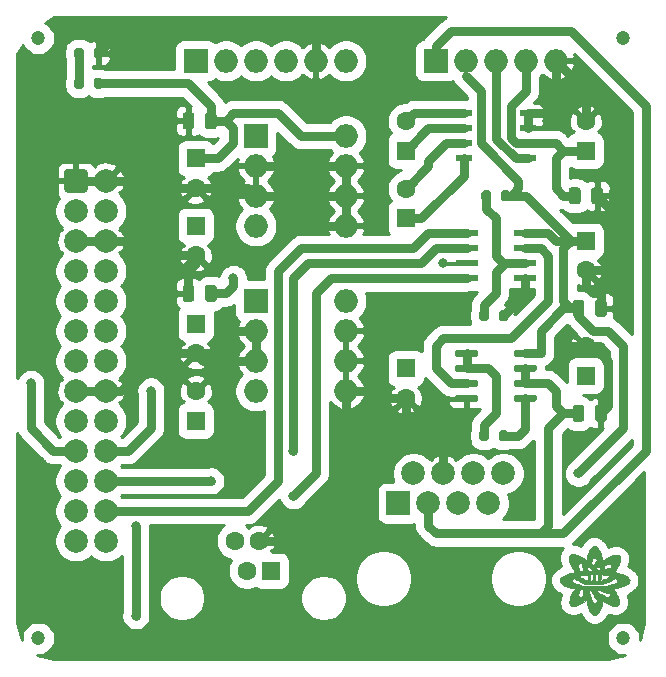
<source format=gbr>
%TF.GenerationSoftware,KiCad,Pcbnew,(5.1.10)-1*%
%TF.CreationDate,2021-07-14T11:27:17-06:00*%
%TF.ProjectId,HARDWARE,48415244-5741-4524-952e-6b696361645f,rev?*%
%TF.SameCoordinates,Original*%
%TF.FileFunction,Copper,L1,Top*%
%TF.FilePolarity,Positive*%
%FSLAX46Y46*%
G04 Gerber Fmt 4.6, Leading zero omitted, Abs format (unit mm)*
G04 Created by KiCad (PCBNEW (5.1.10)-1) date 2021-07-14 11:27:17*
%MOMM*%
%LPD*%
G01*
G04 APERTURE LIST*
%TA.AperFunction,EtchedComponent*%
%ADD10C,0.010000*%
%TD*%
%TA.AperFunction,ComponentPad*%
%ADD11O,2.000000X2.000000*%
%TD*%
%TA.AperFunction,ComponentPad*%
%ADD12R,2.000000X2.000000*%
%TD*%
%TA.AperFunction,ComponentPad*%
%ADD13C,1.600000*%
%TD*%
%TA.AperFunction,ComponentPad*%
%ADD14R,1.600000X1.600000*%
%TD*%
%TA.AperFunction,SMDPad,CuDef*%
%ADD15R,1.460500X0.533400*%
%TD*%
%TA.AperFunction,SMDPad,CuDef*%
%ADD16R,1.970000X0.600000*%
%TD*%
%TA.AperFunction,ComponentPad*%
%ADD17C,2.000000*%
%TD*%
%TA.AperFunction,ViaPad*%
%ADD18C,1.200000*%
%TD*%
%TA.AperFunction,ViaPad*%
%ADD19C,0.800000*%
%TD*%
%TA.AperFunction,Conductor*%
%ADD20C,0.750000*%
%TD*%
%TA.AperFunction,Conductor*%
%ADD21C,0.250000*%
%TD*%
%TA.AperFunction,Conductor*%
%ADD22C,0.254000*%
%TD*%
%TA.AperFunction,Conductor*%
%ADD23C,0.100000*%
%TD*%
G04 APERTURE END LIST*
D10*
%TO.C,G\u002A\u002A\u002A*%
G36*
X83398833Y-90617529D02*
G01*
X83504537Y-90705701D01*
X83608965Y-90843905D01*
X83707038Y-91022325D01*
X83754607Y-91123954D01*
X83792367Y-91210671D01*
X83815483Y-91271018D01*
X83820369Y-91290907D01*
X83828541Y-91334560D01*
X83848772Y-91404722D01*
X83860475Y-91439833D01*
X83889136Y-91535055D01*
X83916238Y-91645573D01*
X83926051Y-91693833D01*
X83942018Y-91773658D01*
X83955890Y-91831732D01*
X83962361Y-91850673D01*
X83986801Y-91846016D01*
X84041544Y-91817985D01*
X84115341Y-91772435D01*
X84124837Y-91766140D01*
X84313683Y-91649314D01*
X84506159Y-91547134D01*
X84694381Y-91462626D01*
X84870462Y-91398817D01*
X85026519Y-91358736D01*
X85154667Y-91345407D01*
X85208331Y-91350180D01*
X85313460Y-91393701D01*
X85399781Y-91473584D01*
X85453063Y-91575596D01*
X85459219Y-91601068D01*
X85461367Y-91709692D01*
X85436207Y-91850676D01*
X85386786Y-92015649D01*
X85316156Y-92196239D01*
X85227365Y-92384075D01*
X85123463Y-92570787D01*
X85081147Y-92638929D01*
X85034173Y-92715813D01*
X85000809Y-92777162D01*
X84988400Y-92809228D01*
X85010743Y-92829398D01*
X85066174Y-92847581D01*
X85083650Y-92851006D01*
X85257767Y-92888538D01*
X85445905Y-92942133D01*
X85633824Y-93006684D01*
X85807282Y-93077081D01*
X85952040Y-93148217D01*
X86011016Y-93183654D01*
X86141542Y-93287307D01*
X86222338Y-93392397D01*
X86254407Y-93497776D01*
X86238753Y-93602300D01*
X86176381Y-93704823D01*
X86068293Y-93804197D01*
X85915495Y-93899279D01*
X85718989Y-93988921D01*
X85479780Y-94071977D01*
X85198872Y-94147303D01*
X85158591Y-94156640D01*
X85054688Y-94182725D01*
X84972433Y-94207973D01*
X84922412Y-94228865D01*
X84912200Y-94238514D01*
X84925781Y-94275582D01*
X84958604Y-94329653D01*
X84960034Y-94331678D01*
X85004969Y-94404153D01*
X85062592Y-94509977D01*
X85126230Y-94635532D01*
X85189214Y-94767202D01*
X85244872Y-94891369D01*
X85286532Y-94994414D01*
X85291689Y-95008700D01*
X85345815Y-95201680D01*
X85363231Y-95366198D01*
X85344874Y-95500253D01*
X85291687Y-95601844D01*
X85204607Y-95668971D01*
X85084576Y-95699634D01*
X84968417Y-95696919D01*
X84840717Y-95669240D01*
X84684344Y-95615209D01*
X84510690Y-95539703D01*
X84331152Y-95447596D01*
X84185683Y-95361944D01*
X84095071Y-95307235D01*
X84021618Y-95266992D01*
X83974887Y-95246219D01*
X83963349Y-95245567D01*
X83953165Y-95279527D01*
X83939720Y-95343001D01*
X83935838Y-95364300D01*
X83889010Y-95575766D01*
X83825167Y-95783076D01*
X83748513Y-95976599D01*
X83663253Y-96146704D01*
X83573592Y-96283757D01*
X83498695Y-96365642D01*
X83395029Y-96440129D01*
X83300618Y-96468644D01*
X83206498Y-96452634D01*
X83146703Y-96422420D01*
X83041678Y-96332484D01*
X82940759Y-96194540D01*
X82845298Y-96011302D01*
X82756645Y-95785490D01*
X82676151Y-95519817D01*
X82653036Y-95429670D01*
X82628523Y-95332639D01*
X82608189Y-95256687D01*
X82595230Y-95213576D01*
X82592802Y-95208135D01*
X82569557Y-95216974D01*
X82516824Y-95247538D01*
X82459698Y-95284222D01*
X82228477Y-95426951D01*
X82007475Y-95541561D01*
X81802873Y-95625447D01*
X81620850Y-95676001D01*
X81495863Y-95690690D01*
X81363832Y-95684022D01*
X81268001Y-95653454D01*
X81197564Y-95594355D01*
X81166633Y-95549539D01*
X81135656Y-95451378D01*
X81135713Y-95320257D01*
X81164915Y-95161905D01*
X81221376Y-94982052D01*
X81303208Y-94786428D01*
X81324866Y-94744132D01*
X81917041Y-94744132D01*
X81932239Y-94831675D01*
X81953918Y-94869904D01*
X82013054Y-94904317D01*
X82098806Y-94920495D01*
X82189421Y-94915725D01*
X82230422Y-94904382D01*
X82261284Y-94866647D01*
X82270600Y-94790804D01*
X82276193Y-94716594D01*
X82290894Y-94614555D01*
X82311582Y-94506166D01*
X82312674Y-94501163D01*
X82331366Y-94409269D01*
X82333328Y-94397261D01*
X82815623Y-94397261D01*
X82826867Y-94472809D01*
X82848556Y-94575947D01*
X82877972Y-94696345D01*
X82912399Y-94823671D01*
X82949117Y-94947593D01*
X82985409Y-95057780D01*
X83018557Y-95143900D01*
X83030751Y-95170138D01*
X83103178Y-95290377D01*
X83179763Y-95376403D01*
X83254343Y-95422046D01*
X83288076Y-95427800D01*
X83336155Y-95412188D01*
X83397314Y-95373605D01*
X83410293Y-95363184D01*
X83475232Y-95300044D01*
X83501859Y-95244404D01*
X83489796Y-95184967D01*
X83438664Y-95110436D01*
X83400360Y-95066234D01*
X83339982Y-94990359D01*
X83275009Y-94894842D01*
X83212423Y-94791817D01*
X83159205Y-94693418D01*
X83122338Y-94611778D01*
X83108800Y-94559555D01*
X83092204Y-94524851D01*
X83049688Y-94469959D01*
X83014745Y-94431920D01*
X82935569Y-94364438D01*
X82918104Y-94356917D01*
X83413600Y-94356917D01*
X83433741Y-94382377D01*
X83488293Y-94428344D01*
X83568449Y-94488626D01*
X83665401Y-94557030D01*
X83770343Y-94627364D01*
X83874466Y-94693438D01*
X83968964Y-94749057D01*
X83980120Y-94755218D01*
X84148820Y-94840501D01*
X84284692Y-94892598D01*
X84392605Y-94912375D01*
X84477429Y-94900699D01*
X84544033Y-94858435D01*
X84546566Y-94855942D01*
X84592798Y-94792614D01*
X84603763Y-94718207D01*
X84602561Y-94698890D01*
X84594700Y-94605696D01*
X84378800Y-94562963D01*
X84199511Y-94522665D01*
X84050753Y-94477012D01*
X83912272Y-94419335D01*
X83850291Y-94388895D01*
X83747132Y-94351318D01*
X83621199Y-94336289D01*
X83579711Y-94335600D01*
X83495344Y-94338574D01*
X83435550Y-94346359D01*
X83413600Y-94356917D01*
X82918104Y-94356917D01*
X82870630Y-94336474D01*
X82825085Y-94349922D01*
X82817542Y-94359636D01*
X82815623Y-94397261D01*
X82333328Y-94397261D01*
X82342909Y-94338644D01*
X82345298Y-94302019D01*
X82344424Y-94299815D01*
X82315409Y-94292880D01*
X82251598Y-94285455D01*
X82194538Y-94281023D01*
X82054977Y-94272100D01*
X81992568Y-94399100D01*
X81948327Y-94514180D01*
X81922777Y-94633745D01*
X81917041Y-94744132D01*
X81324866Y-94744132D01*
X81408524Y-94580762D01*
X81535437Y-94370784D01*
X81573926Y-94312968D01*
X81607260Y-94254863D01*
X81618989Y-94214843D01*
X81616219Y-94207525D01*
X81585338Y-94195659D01*
X81515646Y-94175278D01*
X81417818Y-94149349D01*
X81314386Y-94123682D01*
X81037001Y-94046529D01*
X80805360Y-93960658D01*
X80619886Y-93867595D01*
X80481002Y-93768868D01*
X80389131Y-93666004D01*
X80344695Y-93560531D01*
X80347025Y-93487953D01*
X81391213Y-93487953D01*
X81396652Y-93565002D01*
X81449459Y-93640759D01*
X81546205Y-93713907D01*
X81683459Y-93783127D01*
X81857790Y-93847101D01*
X82065767Y-93904510D01*
X82303960Y-93954037D01*
X82568937Y-93994363D01*
X82765900Y-94016163D01*
X82870654Y-94022061D01*
X83013631Y-94024445D01*
X83184208Y-94023667D01*
X83371763Y-94020082D01*
X83565675Y-94014044D01*
X83755322Y-94005907D01*
X83930082Y-93996025D01*
X84079332Y-93984752D01*
X84192452Y-93972443D01*
X84223808Y-93967557D01*
X84506625Y-93910357D01*
X84741354Y-93847742D01*
X84927429Y-93779936D01*
X85064283Y-93707162D01*
X85151348Y-93629643D01*
X85173858Y-93593841D01*
X85198913Y-93513502D01*
X85184747Y-93444048D01*
X85127668Y-93373771D01*
X85095573Y-93345744D01*
X85005866Y-93271800D01*
X84878801Y-93382953D01*
X84673953Y-93530754D01*
X84429319Y-93652297D01*
X84149366Y-93746266D01*
X83838564Y-93811343D01*
X83501382Y-93846213D01*
X83286600Y-93852088D01*
X82912843Y-93835434D01*
X82569893Y-93785863D01*
X82260128Y-93704046D01*
X81985929Y-93590655D01*
X81878334Y-93524940D01*
X82864832Y-93524940D01*
X82889873Y-93560235D01*
X82956400Y-93580506D01*
X83022889Y-93587620D01*
X83040931Y-93581008D01*
X83303875Y-93581008D01*
X83305695Y-93584228D01*
X83338488Y-93593801D01*
X83400923Y-93598793D01*
X83417247Y-93599000D01*
X83492595Y-93589730D01*
X83541087Y-93555251D01*
X83556163Y-93534694D01*
X83560377Y-93523986D01*
X83771635Y-93523986D01*
X83773318Y-93540888D01*
X83796050Y-93541973D01*
X83848782Y-93527458D01*
X83940466Y-93497561D01*
X83948007Y-93495084D01*
X84119959Y-93433023D01*
X84254366Y-93370416D01*
X84364109Y-93300564D01*
X84435706Y-93241460D01*
X84496701Y-93179576D01*
X84516489Y-93136884D01*
X84492422Y-93108104D01*
X84421851Y-93087960D01*
X84353400Y-93077468D01*
X84253077Y-93062506D01*
X84144376Y-93043786D01*
X84117199Y-93038627D01*
X84023862Y-93023940D01*
X83935305Y-93015553D01*
X83910256Y-93014800D01*
X83825212Y-93014800D01*
X83813017Y-93224350D01*
X83805048Y-93329809D01*
X83794855Y-93421468D01*
X83784360Y-93482798D01*
X83782048Y-93491050D01*
X83771635Y-93523986D01*
X83560377Y-93523986D01*
X83583009Y-93466479D01*
X83602052Y-93366725D01*
X83611771Y-93254302D01*
X83610648Y-93148082D01*
X83597163Y-93066934D01*
X83594438Y-93059250D01*
X83568950Y-93013241D01*
X83528575Y-92993346D01*
X83465028Y-92989400D01*
X83362800Y-92989400D01*
X83362800Y-93193415D01*
X83357853Y-93313397D01*
X83344515Y-93417510D01*
X83326861Y-93483444D01*
X83306984Y-93543289D01*
X83303875Y-93581008D01*
X83040931Y-93581008D01*
X83064606Y-93572332D01*
X83099200Y-93524577D01*
X83117822Y-93488451D01*
X83147867Y-93397011D01*
X83163691Y-93284716D01*
X83164456Y-93171375D01*
X83149325Y-93076801D01*
X83136579Y-93044646D01*
X83103654Y-93004754D01*
X83052057Y-92992632D01*
X83014206Y-92994315D01*
X82922934Y-93002100D01*
X82918141Y-93206080D01*
X82911986Y-93310735D01*
X82900063Y-93401956D01*
X82884739Y-93462642D01*
X82881721Y-93469157D01*
X82864832Y-93524940D01*
X81878334Y-93524940D01*
X81749673Y-93446359D01*
X81693563Y-93402893D01*
X81554367Y-93289516D01*
X81479750Y-93361004D01*
X81427876Y-93420884D01*
X81394426Y-93478094D01*
X81391213Y-93487953D01*
X80347025Y-93487953D01*
X80348117Y-93453976D01*
X80399820Y-93347866D01*
X80500228Y-93243729D01*
X80649762Y-93143093D01*
X80650707Y-93142639D01*
X82016600Y-93142639D01*
X82037482Y-93178440D01*
X82093307Y-93229977D01*
X82173838Y-93289754D01*
X82268839Y-93350279D01*
X82368075Y-93404057D01*
X82384236Y-93411804D01*
X82504957Y-93464628D01*
X82589686Y-93490891D01*
X82645513Y-93490953D01*
X82679526Y-93465172D01*
X82695419Y-93427550D01*
X82708425Y-93351726D01*
X82713551Y-93258507D01*
X82711267Y-93164416D01*
X82702043Y-93085974D01*
X82686349Y-93039704D01*
X82684319Y-93037359D01*
X82652806Y-93023195D01*
X82593475Y-93022581D01*
X82496350Y-93035548D01*
X82482004Y-93037963D01*
X82307703Y-93068468D01*
X82178896Y-93092809D01*
X82090796Y-93112064D01*
X82038615Y-93127308D01*
X82017566Y-93139618D01*
X82016600Y-93142639D01*
X80650707Y-93142639D01*
X80848846Y-93047483D01*
X81000600Y-92990277D01*
X81229775Y-92918514D01*
X81443863Y-92865369D01*
X81514058Y-92851729D01*
X81578458Y-92836066D01*
X81617506Y-92818614D01*
X81620626Y-92815278D01*
X81614500Y-92784893D01*
X81585675Y-92728024D01*
X81557478Y-92682912D01*
X81513602Y-92611887D01*
X81455921Y-92510985D01*
X81393214Y-92395827D01*
X81353796Y-92320490D01*
X81327245Y-92263969D01*
X81892148Y-92263969D01*
X81907308Y-92389928D01*
X81942350Y-92524914D01*
X81980670Y-92623465D01*
X82044158Y-92762263D01*
X82176429Y-92745676D01*
X82254659Y-92733383D01*
X82310839Y-92719983D01*
X82326842Y-92712832D01*
X82329717Y-92681483D01*
X82316512Y-92620226D01*
X82304408Y-92582637D01*
X82282235Y-92498492D01*
X82279772Y-92484162D01*
X82659294Y-92484162D01*
X82664356Y-92562104D01*
X82666413Y-92574520D01*
X82690796Y-92658155D01*
X82728479Y-92697678D01*
X82785733Y-92699288D01*
X82791300Y-92697977D01*
X82844221Y-92690909D01*
X82926646Y-92686153D01*
X82990266Y-92684946D01*
X83069063Y-92681016D01*
X83118985Y-92671076D01*
X83129966Y-92660307D01*
X83107411Y-92636069D01*
X83054491Y-92590677D01*
X82981893Y-92532326D01*
X82918214Y-92483067D01*
X83439000Y-92483067D01*
X83456004Y-92510858D01*
X83499516Y-92559537D01*
X83534250Y-92593880D01*
X83602926Y-92647116D01*
X83668028Y-92678201D01*
X83718421Y-92684002D01*
X83742970Y-92661385D01*
X83743800Y-92652840D01*
X83738412Y-92604681D01*
X83724572Y-92528870D01*
X83705768Y-92440801D01*
X83701042Y-92421010D01*
X84048600Y-92421010D01*
X84051417Y-92501882D01*
X84066456Y-92544686D01*
X84103598Y-92554873D01*
X84172725Y-92537893D01*
X84226859Y-92519337D01*
X84311606Y-92496396D01*
X84420376Y-92476061D01*
X84507073Y-92465111D01*
X84598251Y-92455382D01*
X84650706Y-92443643D01*
X84676374Y-92424133D01*
X84687193Y-92391094D01*
X84689408Y-92377140D01*
X84686425Y-92294773D01*
X84660094Y-92214712D01*
X84618245Y-92156525D01*
X84595447Y-92142301D01*
X84492952Y-92126674D01*
X84360059Y-92147662D01*
X84259102Y-92179978D01*
X84158158Y-92219247D01*
X84096023Y-92253205D01*
X84063310Y-92292599D01*
X84050634Y-92348175D01*
X84048600Y-92421010D01*
X83701042Y-92421010D01*
X83685486Y-92355871D01*
X83667212Y-92289475D01*
X83654432Y-92257009D01*
X83654067Y-92256616D01*
X83631028Y-92265596D01*
X83587695Y-92302266D01*
X83535472Y-92354621D01*
X83485762Y-92410653D01*
X83449969Y-92458355D01*
X83439000Y-92483067D01*
X82918214Y-92483067D01*
X82900304Y-92469213D01*
X82820410Y-92409532D01*
X82752900Y-92361478D01*
X82708459Y-92333247D01*
X82698068Y-92329120D01*
X82678223Y-92351599D01*
X82664607Y-92408636D01*
X82659294Y-92484162D01*
X82279772Y-92484162D01*
X82263179Y-92387626D01*
X82251412Y-92274599D01*
X82238991Y-92080499D01*
X82142215Y-92065024D01*
X82032091Y-92062671D01*
X81950207Y-92092643D01*
X81903678Y-92152025D01*
X81899916Y-92164353D01*
X81892148Y-92263969D01*
X81327245Y-92263969D01*
X81238656Y-92075384D01*
X81232950Y-92059574D01*
X82929444Y-92059574D01*
X83038172Y-92155104D01*
X83100077Y-92207279D01*
X83146600Y-92242429D01*
X83163684Y-92251717D01*
X83183444Y-92231570D01*
X83215136Y-92179014D01*
X83234722Y-92140726D01*
X83283928Y-92056047D01*
X83350238Y-91962454D01*
X83390409Y-91913417D01*
X83446257Y-91846315D01*
X83471439Y-91802473D01*
X83471348Y-91769365D01*
X83461159Y-91749050D01*
X83417498Y-91701247D01*
X83356900Y-91656455D01*
X83270630Y-91629237D01*
X83187222Y-91651600D01*
X83106220Y-91723884D01*
X83027168Y-91846429D01*
X82984992Y-91933937D01*
X82929444Y-92059574D01*
X81232950Y-92059574D01*
X81161885Y-91862685D01*
X81123369Y-91681644D01*
X81122992Y-91531508D01*
X81160638Y-91411525D01*
X81205130Y-91349683D01*
X81291845Y-91293589D01*
X81410978Y-91271879D01*
X81558548Y-91283501D01*
X81730578Y-91327402D01*
X81923088Y-91402526D01*
X82132099Y-91507822D01*
X82353631Y-91642234D01*
X82382644Y-91661459D01*
X82469430Y-91718552D01*
X82538485Y-91762164D01*
X82580413Y-91786459D01*
X82588608Y-91789388D01*
X82596531Y-91763656D01*
X82614022Y-91699167D01*
X82638278Y-91606436D01*
X82659426Y-91523874D01*
X82728181Y-91286293D01*
X82806273Y-91074563D01*
X82890204Y-90897140D01*
X82972067Y-90768189D01*
X83078471Y-90654717D01*
X83185360Y-90591885D01*
X83292294Y-90579539D01*
X83398833Y-90617529D01*
G37*
X83398833Y-90617529D02*
X83504537Y-90705701D01*
X83608965Y-90843905D01*
X83707038Y-91022325D01*
X83754607Y-91123954D01*
X83792367Y-91210671D01*
X83815483Y-91271018D01*
X83820369Y-91290907D01*
X83828541Y-91334560D01*
X83848772Y-91404722D01*
X83860475Y-91439833D01*
X83889136Y-91535055D01*
X83916238Y-91645573D01*
X83926051Y-91693833D01*
X83942018Y-91773658D01*
X83955890Y-91831732D01*
X83962361Y-91850673D01*
X83986801Y-91846016D01*
X84041544Y-91817985D01*
X84115341Y-91772435D01*
X84124837Y-91766140D01*
X84313683Y-91649314D01*
X84506159Y-91547134D01*
X84694381Y-91462626D01*
X84870462Y-91398817D01*
X85026519Y-91358736D01*
X85154667Y-91345407D01*
X85208331Y-91350180D01*
X85313460Y-91393701D01*
X85399781Y-91473584D01*
X85453063Y-91575596D01*
X85459219Y-91601068D01*
X85461367Y-91709692D01*
X85436207Y-91850676D01*
X85386786Y-92015649D01*
X85316156Y-92196239D01*
X85227365Y-92384075D01*
X85123463Y-92570787D01*
X85081147Y-92638929D01*
X85034173Y-92715813D01*
X85000809Y-92777162D01*
X84988400Y-92809228D01*
X85010743Y-92829398D01*
X85066174Y-92847581D01*
X85083650Y-92851006D01*
X85257767Y-92888538D01*
X85445905Y-92942133D01*
X85633824Y-93006684D01*
X85807282Y-93077081D01*
X85952040Y-93148217D01*
X86011016Y-93183654D01*
X86141542Y-93287307D01*
X86222338Y-93392397D01*
X86254407Y-93497776D01*
X86238753Y-93602300D01*
X86176381Y-93704823D01*
X86068293Y-93804197D01*
X85915495Y-93899279D01*
X85718989Y-93988921D01*
X85479780Y-94071977D01*
X85198872Y-94147303D01*
X85158591Y-94156640D01*
X85054688Y-94182725D01*
X84972433Y-94207973D01*
X84922412Y-94228865D01*
X84912200Y-94238514D01*
X84925781Y-94275582D01*
X84958604Y-94329653D01*
X84960034Y-94331678D01*
X85004969Y-94404153D01*
X85062592Y-94509977D01*
X85126230Y-94635532D01*
X85189214Y-94767202D01*
X85244872Y-94891369D01*
X85286532Y-94994414D01*
X85291689Y-95008700D01*
X85345815Y-95201680D01*
X85363231Y-95366198D01*
X85344874Y-95500253D01*
X85291687Y-95601844D01*
X85204607Y-95668971D01*
X85084576Y-95699634D01*
X84968417Y-95696919D01*
X84840717Y-95669240D01*
X84684344Y-95615209D01*
X84510690Y-95539703D01*
X84331152Y-95447596D01*
X84185683Y-95361944D01*
X84095071Y-95307235D01*
X84021618Y-95266992D01*
X83974887Y-95246219D01*
X83963349Y-95245567D01*
X83953165Y-95279527D01*
X83939720Y-95343001D01*
X83935838Y-95364300D01*
X83889010Y-95575766D01*
X83825167Y-95783076D01*
X83748513Y-95976599D01*
X83663253Y-96146704D01*
X83573592Y-96283757D01*
X83498695Y-96365642D01*
X83395029Y-96440129D01*
X83300618Y-96468644D01*
X83206498Y-96452634D01*
X83146703Y-96422420D01*
X83041678Y-96332484D01*
X82940759Y-96194540D01*
X82845298Y-96011302D01*
X82756645Y-95785490D01*
X82676151Y-95519817D01*
X82653036Y-95429670D01*
X82628523Y-95332639D01*
X82608189Y-95256687D01*
X82595230Y-95213576D01*
X82592802Y-95208135D01*
X82569557Y-95216974D01*
X82516824Y-95247538D01*
X82459698Y-95284222D01*
X82228477Y-95426951D01*
X82007475Y-95541561D01*
X81802873Y-95625447D01*
X81620850Y-95676001D01*
X81495863Y-95690690D01*
X81363832Y-95684022D01*
X81268001Y-95653454D01*
X81197564Y-95594355D01*
X81166633Y-95549539D01*
X81135656Y-95451378D01*
X81135713Y-95320257D01*
X81164915Y-95161905D01*
X81221376Y-94982052D01*
X81303208Y-94786428D01*
X81324866Y-94744132D01*
X81917041Y-94744132D01*
X81932239Y-94831675D01*
X81953918Y-94869904D01*
X82013054Y-94904317D01*
X82098806Y-94920495D01*
X82189421Y-94915725D01*
X82230422Y-94904382D01*
X82261284Y-94866647D01*
X82270600Y-94790804D01*
X82276193Y-94716594D01*
X82290894Y-94614555D01*
X82311582Y-94506166D01*
X82312674Y-94501163D01*
X82331366Y-94409269D01*
X82333328Y-94397261D01*
X82815623Y-94397261D01*
X82826867Y-94472809D01*
X82848556Y-94575947D01*
X82877972Y-94696345D01*
X82912399Y-94823671D01*
X82949117Y-94947593D01*
X82985409Y-95057780D01*
X83018557Y-95143900D01*
X83030751Y-95170138D01*
X83103178Y-95290377D01*
X83179763Y-95376403D01*
X83254343Y-95422046D01*
X83288076Y-95427800D01*
X83336155Y-95412188D01*
X83397314Y-95373605D01*
X83410293Y-95363184D01*
X83475232Y-95300044D01*
X83501859Y-95244404D01*
X83489796Y-95184967D01*
X83438664Y-95110436D01*
X83400360Y-95066234D01*
X83339982Y-94990359D01*
X83275009Y-94894842D01*
X83212423Y-94791817D01*
X83159205Y-94693418D01*
X83122338Y-94611778D01*
X83108800Y-94559555D01*
X83092204Y-94524851D01*
X83049688Y-94469959D01*
X83014745Y-94431920D01*
X82935569Y-94364438D01*
X82918104Y-94356917D01*
X83413600Y-94356917D01*
X83433741Y-94382377D01*
X83488293Y-94428344D01*
X83568449Y-94488626D01*
X83665401Y-94557030D01*
X83770343Y-94627364D01*
X83874466Y-94693438D01*
X83968964Y-94749057D01*
X83980120Y-94755218D01*
X84148820Y-94840501D01*
X84284692Y-94892598D01*
X84392605Y-94912375D01*
X84477429Y-94900699D01*
X84544033Y-94858435D01*
X84546566Y-94855942D01*
X84592798Y-94792614D01*
X84603763Y-94718207D01*
X84602561Y-94698890D01*
X84594700Y-94605696D01*
X84378800Y-94562963D01*
X84199511Y-94522665D01*
X84050753Y-94477012D01*
X83912272Y-94419335D01*
X83850291Y-94388895D01*
X83747132Y-94351318D01*
X83621199Y-94336289D01*
X83579711Y-94335600D01*
X83495344Y-94338574D01*
X83435550Y-94346359D01*
X83413600Y-94356917D01*
X82918104Y-94356917D01*
X82870630Y-94336474D01*
X82825085Y-94349922D01*
X82817542Y-94359636D01*
X82815623Y-94397261D01*
X82333328Y-94397261D01*
X82342909Y-94338644D01*
X82345298Y-94302019D01*
X82344424Y-94299815D01*
X82315409Y-94292880D01*
X82251598Y-94285455D01*
X82194538Y-94281023D01*
X82054977Y-94272100D01*
X81992568Y-94399100D01*
X81948327Y-94514180D01*
X81922777Y-94633745D01*
X81917041Y-94744132D01*
X81324866Y-94744132D01*
X81408524Y-94580762D01*
X81535437Y-94370784D01*
X81573926Y-94312968D01*
X81607260Y-94254863D01*
X81618989Y-94214843D01*
X81616219Y-94207525D01*
X81585338Y-94195659D01*
X81515646Y-94175278D01*
X81417818Y-94149349D01*
X81314386Y-94123682D01*
X81037001Y-94046529D01*
X80805360Y-93960658D01*
X80619886Y-93867595D01*
X80481002Y-93768868D01*
X80389131Y-93666004D01*
X80344695Y-93560531D01*
X80347025Y-93487953D01*
X81391213Y-93487953D01*
X81396652Y-93565002D01*
X81449459Y-93640759D01*
X81546205Y-93713907D01*
X81683459Y-93783127D01*
X81857790Y-93847101D01*
X82065767Y-93904510D01*
X82303960Y-93954037D01*
X82568937Y-93994363D01*
X82765900Y-94016163D01*
X82870654Y-94022061D01*
X83013631Y-94024445D01*
X83184208Y-94023667D01*
X83371763Y-94020082D01*
X83565675Y-94014044D01*
X83755322Y-94005907D01*
X83930082Y-93996025D01*
X84079332Y-93984752D01*
X84192452Y-93972443D01*
X84223808Y-93967557D01*
X84506625Y-93910357D01*
X84741354Y-93847742D01*
X84927429Y-93779936D01*
X85064283Y-93707162D01*
X85151348Y-93629643D01*
X85173858Y-93593841D01*
X85198913Y-93513502D01*
X85184747Y-93444048D01*
X85127668Y-93373771D01*
X85095573Y-93345744D01*
X85005866Y-93271800D01*
X84878801Y-93382953D01*
X84673953Y-93530754D01*
X84429319Y-93652297D01*
X84149366Y-93746266D01*
X83838564Y-93811343D01*
X83501382Y-93846213D01*
X83286600Y-93852088D01*
X82912843Y-93835434D01*
X82569893Y-93785863D01*
X82260128Y-93704046D01*
X81985929Y-93590655D01*
X81878334Y-93524940D01*
X82864832Y-93524940D01*
X82889873Y-93560235D01*
X82956400Y-93580506D01*
X83022889Y-93587620D01*
X83040931Y-93581008D01*
X83303875Y-93581008D01*
X83305695Y-93584228D01*
X83338488Y-93593801D01*
X83400923Y-93598793D01*
X83417247Y-93599000D01*
X83492595Y-93589730D01*
X83541087Y-93555251D01*
X83556163Y-93534694D01*
X83560377Y-93523986D01*
X83771635Y-93523986D01*
X83773318Y-93540888D01*
X83796050Y-93541973D01*
X83848782Y-93527458D01*
X83940466Y-93497561D01*
X83948007Y-93495084D01*
X84119959Y-93433023D01*
X84254366Y-93370416D01*
X84364109Y-93300564D01*
X84435706Y-93241460D01*
X84496701Y-93179576D01*
X84516489Y-93136884D01*
X84492422Y-93108104D01*
X84421851Y-93087960D01*
X84353400Y-93077468D01*
X84253077Y-93062506D01*
X84144376Y-93043786D01*
X84117199Y-93038627D01*
X84023862Y-93023940D01*
X83935305Y-93015553D01*
X83910256Y-93014800D01*
X83825212Y-93014800D01*
X83813017Y-93224350D01*
X83805048Y-93329809D01*
X83794855Y-93421468D01*
X83784360Y-93482798D01*
X83782048Y-93491050D01*
X83771635Y-93523986D01*
X83560377Y-93523986D01*
X83583009Y-93466479D01*
X83602052Y-93366725D01*
X83611771Y-93254302D01*
X83610648Y-93148082D01*
X83597163Y-93066934D01*
X83594438Y-93059250D01*
X83568950Y-93013241D01*
X83528575Y-92993346D01*
X83465028Y-92989400D01*
X83362800Y-92989400D01*
X83362800Y-93193415D01*
X83357853Y-93313397D01*
X83344515Y-93417510D01*
X83326861Y-93483444D01*
X83306984Y-93543289D01*
X83303875Y-93581008D01*
X83040931Y-93581008D01*
X83064606Y-93572332D01*
X83099200Y-93524577D01*
X83117822Y-93488451D01*
X83147867Y-93397011D01*
X83163691Y-93284716D01*
X83164456Y-93171375D01*
X83149325Y-93076801D01*
X83136579Y-93044646D01*
X83103654Y-93004754D01*
X83052057Y-92992632D01*
X83014206Y-92994315D01*
X82922934Y-93002100D01*
X82918141Y-93206080D01*
X82911986Y-93310735D01*
X82900063Y-93401956D01*
X82884739Y-93462642D01*
X82881721Y-93469157D01*
X82864832Y-93524940D01*
X81878334Y-93524940D01*
X81749673Y-93446359D01*
X81693563Y-93402893D01*
X81554367Y-93289516D01*
X81479750Y-93361004D01*
X81427876Y-93420884D01*
X81394426Y-93478094D01*
X81391213Y-93487953D01*
X80347025Y-93487953D01*
X80348117Y-93453976D01*
X80399820Y-93347866D01*
X80500228Y-93243729D01*
X80649762Y-93143093D01*
X80650707Y-93142639D01*
X82016600Y-93142639D01*
X82037482Y-93178440D01*
X82093307Y-93229977D01*
X82173838Y-93289754D01*
X82268839Y-93350279D01*
X82368075Y-93404057D01*
X82384236Y-93411804D01*
X82504957Y-93464628D01*
X82589686Y-93490891D01*
X82645513Y-93490953D01*
X82679526Y-93465172D01*
X82695419Y-93427550D01*
X82708425Y-93351726D01*
X82713551Y-93258507D01*
X82711267Y-93164416D01*
X82702043Y-93085974D01*
X82686349Y-93039704D01*
X82684319Y-93037359D01*
X82652806Y-93023195D01*
X82593475Y-93022581D01*
X82496350Y-93035548D01*
X82482004Y-93037963D01*
X82307703Y-93068468D01*
X82178896Y-93092809D01*
X82090796Y-93112064D01*
X82038615Y-93127308D01*
X82017566Y-93139618D01*
X82016600Y-93142639D01*
X80650707Y-93142639D01*
X80848846Y-93047483D01*
X81000600Y-92990277D01*
X81229775Y-92918514D01*
X81443863Y-92865369D01*
X81514058Y-92851729D01*
X81578458Y-92836066D01*
X81617506Y-92818614D01*
X81620626Y-92815278D01*
X81614500Y-92784893D01*
X81585675Y-92728024D01*
X81557478Y-92682912D01*
X81513602Y-92611887D01*
X81455921Y-92510985D01*
X81393214Y-92395827D01*
X81353796Y-92320490D01*
X81327245Y-92263969D01*
X81892148Y-92263969D01*
X81907308Y-92389928D01*
X81942350Y-92524914D01*
X81980670Y-92623465D01*
X82044158Y-92762263D01*
X82176429Y-92745676D01*
X82254659Y-92733383D01*
X82310839Y-92719983D01*
X82326842Y-92712832D01*
X82329717Y-92681483D01*
X82316512Y-92620226D01*
X82304408Y-92582637D01*
X82282235Y-92498492D01*
X82279772Y-92484162D01*
X82659294Y-92484162D01*
X82664356Y-92562104D01*
X82666413Y-92574520D01*
X82690796Y-92658155D01*
X82728479Y-92697678D01*
X82785733Y-92699288D01*
X82791300Y-92697977D01*
X82844221Y-92690909D01*
X82926646Y-92686153D01*
X82990266Y-92684946D01*
X83069063Y-92681016D01*
X83118985Y-92671076D01*
X83129966Y-92660307D01*
X83107411Y-92636069D01*
X83054491Y-92590677D01*
X82981893Y-92532326D01*
X82918214Y-92483067D01*
X83439000Y-92483067D01*
X83456004Y-92510858D01*
X83499516Y-92559537D01*
X83534250Y-92593880D01*
X83602926Y-92647116D01*
X83668028Y-92678201D01*
X83718421Y-92684002D01*
X83742970Y-92661385D01*
X83743800Y-92652840D01*
X83738412Y-92604681D01*
X83724572Y-92528870D01*
X83705768Y-92440801D01*
X83701042Y-92421010D01*
X84048600Y-92421010D01*
X84051417Y-92501882D01*
X84066456Y-92544686D01*
X84103598Y-92554873D01*
X84172725Y-92537893D01*
X84226859Y-92519337D01*
X84311606Y-92496396D01*
X84420376Y-92476061D01*
X84507073Y-92465111D01*
X84598251Y-92455382D01*
X84650706Y-92443643D01*
X84676374Y-92424133D01*
X84687193Y-92391094D01*
X84689408Y-92377140D01*
X84686425Y-92294773D01*
X84660094Y-92214712D01*
X84618245Y-92156525D01*
X84595447Y-92142301D01*
X84492952Y-92126674D01*
X84360059Y-92147662D01*
X84259102Y-92179978D01*
X84158158Y-92219247D01*
X84096023Y-92253205D01*
X84063310Y-92292599D01*
X84050634Y-92348175D01*
X84048600Y-92421010D01*
X83701042Y-92421010D01*
X83685486Y-92355871D01*
X83667212Y-92289475D01*
X83654432Y-92257009D01*
X83654067Y-92256616D01*
X83631028Y-92265596D01*
X83587695Y-92302266D01*
X83535472Y-92354621D01*
X83485762Y-92410653D01*
X83449969Y-92458355D01*
X83439000Y-92483067D01*
X82918214Y-92483067D01*
X82900304Y-92469213D01*
X82820410Y-92409532D01*
X82752900Y-92361478D01*
X82708459Y-92333247D01*
X82698068Y-92329120D01*
X82678223Y-92351599D01*
X82664607Y-92408636D01*
X82659294Y-92484162D01*
X82279772Y-92484162D01*
X82263179Y-92387626D01*
X82251412Y-92274599D01*
X82238991Y-92080499D01*
X82142215Y-92065024D01*
X82032091Y-92062671D01*
X81950207Y-92092643D01*
X81903678Y-92152025D01*
X81899916Y-92164353D01*
X81892148Y-92263969D01*
X81327245Y-92263969D01*
X81238656Y-92075384D01*
X81232950Y-92059574D01*
X82929444Y-92059574D01*
X83038172Y-92155104D01*
X83100077Y-92207279D01*
X83146600Y-92242429D01*
X83163684Y-92251717D01*
X83183444Y-92231570D01*
X83215136Y-92179014D01*
X83234722Y-92140726D01*
X83283928Y-92056047D01*
X83350238Y-91962454D01*
X83390409Y-91913417D01*
X83446257Y-91846315D01*
X83471439Y-91802473D01*
X83471348Y-91769365D01*
X83461159Y-91749050D01*
X83417498Y-91701247D01*
X83356900Y-91656455D01*
X83270630Y-91629237D01*
X83187222Y-91651600D01*
X83106220Y-91723884D01*
X83027168Y-91846429D01*
X82984992Y-91933937D01*
X82929444Y-92059574D01*
X81232950Y-92059574D01*
X81161885Y-91862685D01*
X81123369Y-91681644D01*
X81122992Y-91531508D01*
X81160638Y-91411525D01*
X81205130Y-91349683D01*
X81291845Y-91293589D01*
X81410978Y-91271879D01*
X81558548Y-91283501D01*
X81730578Y-91327402D01*
X81923088Y-91402526D01*
X82132099Y-91507822D01*
X82353631Y-91642234D01*
X82382644Y-91661459D01*
X82469430Y-91718552D01*
X82538485Y-91762164D01*
X82580413Y-91786459D01*
X82588608Y-91789388D01*
X82596531Y-91763656D01*
X82614022Y-91699167D01*
X82638278Y-91606436D01*
X82659426Y-91523874D01*
X82728181Y-91286293D01*
X82806273Y-91074563D01*
X82890204Y-90897140D01*
X82972067Y-90768189D01*
X83078471Y-90654717D01*
X83185360Y-90591885D01*
X83292294Y-90579539D01*
X83398833Y-90617529D01*
%TD*%
D11*
%TO.P,J4,5*%
%TO.N,GND*%
X80010000Y-49530000D03*
%TO.P,J4,4*%
%TO.N,+12V*%
X77470000Y-49530000D03*
%TO.P,J4,3*%
%TO.N,+5V*%
X74930000Y-49530000D03*
%TO.P,J4,2*%
%TO.N,+3V3*%
X72390000Y-49530000D03*
D12*
%TO.P,J4,1*%
%TO.N,/PMT_CTRL_V*%
X69850000Y-49530000D03*
%TD*%
D13*
%TO.P,J5,4*%
%TO.N,/I2C_SDA*%
X52820000Y-90170000D03*
%TO.P,J5,3*%
%TO.N,/I2C_SCL*%
X53840000Y-92710000D03*
%TO.P,J5,2*%
%TO.N,GND*%
X54860000Y-90170000D03*
D14*
%TO.P,J5,1*%
%TO.N,+3V3*%
X55880000Y-92710000D03*
%TD*%
%TO.P,R1,2*%
%TO.N,Net-(R1-Pad2)*%
%TA.AperFunction,SMDPad,CuDef*%
G36*
G01*
X74505000Y-60685000D02*
X74505000Y-61235000D01*
G75*
G02*
X74305000Y-61435000I-200000J0D01*
G01*
X73905000Y-61435000D01*
G75*
G02*
X73705000Y-61235000I0J200000D01*
G01*
X73705000Y-60685000D01*
G75*
G02*
X73905000Y-60485000I200000J0D01*
G01*
X74305000Y-60485000D01*
G75*
G02*
X74505000Y-60685000I0J-200000D01*
G01*
G37*
%TD.AperFunction*%
%TO.P,R1,1*%
%TO.N,+3V3*%
%TA.AperFunction,SMDPad,CuDef*%
G36*
G01*
X76155000Y-60685000D02*
X76155000Y-61235000D01*
G75*
G02*
X75955000Y-61435000I-200000J0D01*
G01*
X75555000Y-61435000D01*
G75*
G02*
X75355000Y-61235000I0J200000D01*
G01*
X75355000Y-60685000D01*
G75*
G02*
X75555000Y-60485000I200000J0D01*
G01*
X75955000Y-60485000D01*
G75*
G02*
X76155000Y-60685000I0J-200000D01*
G01*
G37*
%TD.AperFunction*%
%TD*%
D15*
%TO.P,U1,8*%
%TO.N,GND*%
X77654150Y-53975000D03*
%TO.P,U1,7*%
X77654150Y-55245000D03*
%TO.P,U1,6*%
%TO.N,+12V*%
X77654150Y-56515000D03*
%TO.P,U1,5*%
%TO.N,+5V*%
X77654150Y-57785000D03*
%TO.P,U1,4*%
%TO.N,Net-(C2-Pad1)*%
X72205850Y-57785000D03*
%TO.P,U1,3*%
%TO.N,Net-(C2-Pad2)*%
X72205850Y-56515000D03*
%TO.P,U1,2*%
%TO.N,Net-(C1-Pad1)*%
X72205850Y-55245000D03*
%TO.P,U1,1*%
%TO.N,Net-(C1-Pad2)*%
X72205850Y-53975000D03*
%TD*%
%TO.P,R4,2*%
%TO.N,Net-(R4-Pad2)*%
%TA.AperFunction,SMDPad,CuDef*%
G36*
G01*
X74315000Y-81005000D02*
X74315000Y-81555000D01*
G75*
G02*
X74115000Y-81755000I-200000J0D01*
G01*
X73715000Y-81755000D01*
G75*
G02*
X73515000Y-81555000I0J200000D01*
G01*
X73515000Y-81005000D01*
G75*
G02*
X73715000Y-80805000I200000J0D01*
G01*
X74115000Y-80805000D01*
G75*
G02*
X74315000Y-81005000I0J-200000D01*
G01*
G37*
%TD.AperFunction*%
%TO.P,R4,1*%
%TO.N,Net-(C14-Pad1)*%
%TA.AperFunction,SMDPad,CuDef*%
G36*
G01*
X75965000Y-81005000D02*
X75965000Y-81555000D01*
G75*
G02*
X75765000Y-81755000I-200000J0D01*
G01*
X75365000Y-81755000D01*
G75*
G02*
X75165000Y-81555000I0J200000D01*
G01*
X75165000Y-81005000D01*
G75*
G02*
X75365000Y-80805000I200000J0D01*
G01*
X75765000Y-80805000D01*
G75*
G02*
X75965000Y-81005000I0J-200000D01*
G01*
G37*
%TD.AperFunction*%
%TD*%
D13*
%TO.P,C5,2*%
%TO.N,GND*%
X67310000Y-78065000D03*
D14*
%TO.P,C5,1*%
%TO.N,+5V*%
X67310000Y-75565000D03*
%TD*%
%TO.P,U5,8*%
%TO.N,+3V3*%
%TA.AperFunction,SMDPad,CuDef*%
G36*
G01*
X76430000Y-74445000D02*
X76430000Y-74145000D01*
G75*
G02*
X76580000Y-73995000I150000J0D01*
G01*
X78230000Y-73995000D01*
G75*
G02*
X78380000Y-74145000I0J-150000D01*
G01*
X78380000Y-74445000D01*
G75*
G02*
X78230000Y-74595000I-150000J0D01*
G01*
X76580000Y-74595000D01*
G75*
G02*
X76430000Y-74445000I0J150000D01*
G01*
G37*
%TD.AperFunction*%
%TO.P,U5,7*%
%TO.N,/PMT_CTRL_V*%
%TA.AperFunction,SMDPad,CuDef*%
G36*
G01*
X76430000Y-75715000D02*
X76430000Y-75415000D01*
G75*
G02*
X76580000Y-75265000I150000J0D01*
G01*
X78230000Y-75265000D01*
G75*
G02*
X78380000Y-75415000I0J-150000D01*
G01*
X78380000Y-75715000D01*
G75*
G02*
X78230000Y-75865000I-150000J0D01*
G01*
X76580000Y-75865000D01*
G75*
G02*
X76430000Y-75715000I0J150000D01*
G01*
G37*
%TD.AperFunction*%
%TO.P,U5,6*%
%TA.AperFunction,SMDPad,CuDef*%
G36*
G01*
X76430000Y-76985000D02*
X76430000Y-76685000D01*
G75*
G02*
X76580000Y-76535000I150000J0D01*
G01*
X78230000Y-76535000D01*
G75*
G02*
X78380000Y-76685000I0J-150000D01*
G01*
X78380000Y-76985000D01*
G75*
G02*
X78230000Y-77135000I-150000J0D01*
G01*
X76580000Y-77135000D01*
G75*
G02*
X76430000Y-76985000I0J150000D01*
G01*
G37*
%TD.AperFunction*%
%TO.P,U5,5*%
%TO.N,Net-(C14-Pad1)*%
%TA.AperFunction,SMDPad,CuDef*%
G36*
G01*
X76430000Y-78255000D02*
X76430000Y-77955000D01*
G75*
G02*
X76580000Y-77805000I150000J0D01*
G01*
X78230000Y-77805000D01*
G75*
G02*
X78380000Y-77955000I0J-150000D01*
G01*
X78380000Y-78255000D01*
G75*
G02*
X78230000Y-78405000I-150000J0D01*
G01*
X76580000Y-78405000D01*
G75*
G02*
X76430000Y-78255000I0J150000D01*
G01*
G37*
%TD.AperFunction*%
%TO.P,U5,4*%
%TO.N,GND*%
%TA.AperFunction,SMDPad,CuDef*%
G36*
G01*
X71480000Y-78255000D02*
X71480000Y-77955000D01*
G75*
G02*
X71630000Y-77805000I150000J0D01*
G01*
X73280000Y-77805000D01*
G75*
G02*
X73430000Y-77955000I0J-150000D01*
G01*
X73430000Y-78255000D01*
G75*
G02*
X73280000Y-78405000I-150000J0D01*
G01*
X71630000Y-78405000D01*
G75*
G02*
X71480000Y-78255000I0J150000D01*
G01*
G37*
%TD.AperFunction*%
%TO.P,U5,3*%
%TO.N,/OUT_REF*%
%TA.AperFunction,SMDPad,CuDef*%
G36*
G01*
X71480000Y-76985000D02*
X71480000Y-76685000D01*
G75*
G02*
X71630000Y-76535000I150000J0D01*
G01*
X73280000Y-76535000D01*
G75*
G02*
X73430000Y-76685000I0J-150000D01*
G01*
X73430000Y-76985000D01*
G75*
G02*
X73280000Y-77135000I-150000J0D01*
G01*
X71630000Y-77135000D01*
G75*
G02*
X71480000Y-76985000I0J150000D01*
G01*
G37*
%TD.AperFunction*%
%TO.P,U5,2*%
%TO.N,Net-(R4-Pad2)*%
%TA.AperFunction,SMDPad,CuDef*%
G36*
G01*
X71480000Y-75715000D02*
X71480000Y-75415000D01*
G75*
G02*
X71630000Y-75265000I150000J0D01*
G01*
X73280000Y-75265000D01*
G75*
G02*
X73430000Y-75415000I0J-150000D01*
G01*
X73430000Y-75715000D01*
G75*
G02*
X73280000Y-75865000I-150000J0D01*
G01*
X71630000Y-75865000D01*
G75*
G02*
X71480000Y-75715000I0J150000D01*
G01*
G37*
%TD.AperFunction*%
%TO.P,U5,1*%
%TA.AperFunction,SMDPad,CuDef*%
G36*
G01*
X71480000Y-74445000D02*
X71480000Y-74145000D01*
G75*
G02*
X71630000Y-73995000I150000J0D01*
G01*
X73280000Y-73995000D01*
G75*
G02*
X73430000Y-74145000I0J-150000D01*
G01*
X73430000Y-74445000D01*
G75*
G02*
X73280000Y-74595000I-150000J0D01*
G01*
X71630000Y-74595000D01*
G75*
G02*
X71480000Y-74445000I0J150000D01*
G01*
G37*
%TD.AperFunction*%
%TD*%
D11*
%TO.P,U4,8*%
%TO.N,+3V3*%
X62230000Y-55880000D03*
%TO.P,U4,4*%
%TO.N,+5V*%
X54610000Y-63500000D03*
%TO.P,U4,7*%
%TO.N,GND*%
X62230000Y-58420000D03*
%TO.P,U4,3*%
X54610000Y-60960000D03*
%TO.P,U4,6*%
X62230000Y-60960000D03*
%TO.P,U4,2*%
X54610000Y-58420000D03*
%TO.P,U4,5*%
X62230000Y-63500000D03*
D12*
%TO.P,U4,1*%
%TO.N,+5V*%
X54610000Y-55880000D03*
%TD*%
D11*
%TO.P,U3,8*%
%TO.N,+5V*%
X62230000Y-69850000D03*
%TO.P,U3,4*%
%TO.N,/5V_UNREG*%
X54610000Y-77470000D03*
%TO.P,U3,7*%
%TO.N,GND*%
X62230000Y-72390000D03*
%TO.P,U3,3*%
X54610000Y-74930000D03*
%TO.P,U3,6*%
X62230000Y-74930000D03*
%TO.P,U3,2*%
X54610000Y-72390000D03*
%TO.P,U3,5*%
X62230000Y-77470000D03*
D12*
%TO.P,U3,1*%
%TO.N,/5V_UNREG*%
X54610000Y-69850000D03*
%TD*%
D16*
%TO.P,U2,8*%
%TO.N,+3V3*%
X77400000Y-64135000D03*
%TO.P,U2,7*%
%TO.N,/OUT_REF*%
X77400000Y-65405000D03*
%TO.P,U2,6*%
%TO.N,Net-(R1-Pad2)*%
X77400000Y-66675000D03*
%TO.P,U2,5*%
%TO.N,GND*%
X77400000Y-67945000D03*
%TO.P,U2,4*%
%TO.N,/SPI_CS*%
X72460000Y-67945000D03*
%TO.P,U2,3*%
%TO.N,GND*%
X72460000Y-66675000D03*
%TO.P,U2,2*%
%TO.N,/SPI_CLK*%
X72460000Y-65405000D03*
%TO.P,U2,1*%
%TO.N,/SPI_MOSI*%
X72460000Y-64135000D03*
%TD*%
%TO.P,R3,2*%
%TO.N,GND*%
%TA.AperFunction,SMDPad,CuDef*%
G36*
G01*
X40875000Y-49170000D02*
X40875000Y-48620000D01*
G75*
G02*
X41075000Y-48420000I200000J0D01*
G01*
X41475000Y-48420000D01*
G75*
G02*
X41675000Y-48620000I0J-200000D01*
G01*
X41675000Y-49170000D01*
G75*
G02*
X41475000Y-49370000I-200000J0D01*
G01*
X41075000Y-49370000D01*
G75*
G02*
X40875000Y-49170000I0J200000D01*
G01*
G37*
%TD.AperFunction*%
%TO.P,R3,1*%
%TO.N,Net-(D1-Pad1)*%
%TA.AperFunction,SMDPad,CuDef*%
G36*
G01*
X39225000Y-49170000D02*
X39225000Y-48620000D01*
G75*
G02*
X39425000Y-48420000I200000J0D01*
G01*
X39825000Y-48420000D01*
G75*
G02*
X40025000Y-48620000I0J-200000D01*
G01*
X40025000Y-49170000D01*
G75*
G02*
X39825000Y-49370000I-200000J0D01*
G01*
X39425000Y-49370000D01*
G75*
G02*
X39225000Y-49170000I0J200000D01*
G01*
G37*
%TD.AperFunction*%
%TD*%
%TO.P,R2,2*%
%TO.N,GND*%
%TA.AperFunction,SMDPad,CuDef*%
G36*
G01*
X75165000Y-71395000D02*
X75165000Y-70845000D01*
G75*
G02*
X75365000Y-70645000I200000J0D01*
G01*
X75765000Y-70645000D01*
G75*
G02*
X75965000Y-70845000I0J-200000D01*
G01*
X75965000Y-71395000D01*
G75*
G02*
X75765000Y-71595000I-200000J0D01*
G01*
X75365000Y-71595000D01*
G75*
G02*
X75165000Y-71395000I0J200000D01*
G01*
G37*
%TD.AperFunction*%
%TO.P,R2,1*%
%TO.N,Net-(R1-Pad2)*%
%TA.AperFunction,SMDPad,CuDef*%
G36*
G01*
X73515000Y-71395000D02*
X73515000Y-70845000D01*
G75*
G02*
X73715000Y-70645000I200000J0D01*
G01*
X74115000Y-70645000D01*
G75*
G02*
X74315000Y-70845000I0J-200000D01*
G01*
X74315000Y-71395000D01*
G75*
G02*
X74115000Y-71595000I-200000J0D01*
G01*
X73715000Y-71595000D01*
G75*
G02*
X73515000Y-71395000I0J200000D01*
G01*
G37*
%TD.AperFunction*%
%TD*%
D17*
%TO.P,J3,8*%
%TO.N,Net-(J3-Pad8)*%
X75565000Y-84455000D03*
%TO.P,J3,7*%
%TO.N,Net-(J3-Pad7)*%
X74295000Y-86995000D03*
%TO.P,J3,6*%
%TO.N,+12V*%
X73025000Y-84455000D03*
%TO.P,J3,5*%
%TO.N,+5V*%
X71755000Y-86995000D03*
%TO.P,J3,4*%
%TO.N,GND*%
X70485000Y-84455000D03*
%TO.P,J3,3*%
%TO.N,/PMT_CTRL_V*%
X69215000Y-86995000D03*
%TO.P,J3,2*%
%TO.N,Net-(J3-Pad2)*%
X67945000Y-84455000D03*
D12*
%TO.P,J3,1*%
%TO.N,Net-(J3-Pad1)*%
X66675000Y-86995000D03*
%TD*%
D11*
%TO.P,J2,6*%
%TO.N,+5V*%
X62230000Y-49530000D03*
%TO.P,J2,5*%
%TO.N,GND*%
X59690000Y-49530000D03*
%TO.P,J2,4*%
%TO.N,/GPS_TXD*%
X57150000Y-49530000D03*
%TO.P,J2,3*%
%TO.N,/GPS_RXD*%
X54610000Y-49530000D03*
%TO.P,J2,2*%
%TO.N,/PPS*%
X52070000Y-49530000D03*
D12*
%TO.P,J2,1*%
X49530000Y-49530000D03*
%TD*%
D17*
%TO.P,J1,26*%
%TO.N,/5V_UNREG*%
X41910000Y-90170000D03*
%TO.P,J1,24*%
%TO.N,/SPI_MOSI*%
X41910000Y-87630000D03*
%TO.P,J1,22*%
%TO.N,/SPI_CLK*%
X41910000Y-85090000D03*
%TO.P,J1,20*%
%TO.N,/GPS_TXD*%
X41910000Y-82550000D03*
%TO.P,J1,18*%
%TO.N,/I2C_SCL*%
X41910000Y-80010000D03*
%TO.P,J1,16*%
%TO.N,GND*%
X41910000Y-77470000D03*
%TO.P,J1,14*%
%TO.N,Net-(J1-Pad14)*%
X41910000Y-74930000D03*
%TO.P,J1,12*%
%TO.N,Net-(J1-Pad12)*%
X41910000Y-72390000D03*
%TO.P,J1,10*%
%TO.N,Net-(J1-Pad10)*%
X41910000Y-69850000D03*
%TO.P,J1,8*%
%TO.N,Net-(J1-Pad8)*%
X41910000Y-67310000D03*
%TO.P,J1,6*%
%TO.N,GND*%
X41910000Y-64770000D03*
%TO.P,J1,4*%
%TO.N,Net-(J1-Pad4)*%
X41910000Y-62230000D03*
%TO.P,J1,2*%
%TO.N,GND*%
X41910000Y-59690000D03*
%TO.P,J1,25*%
%TO.N,Net-(J1-Pad25)*%
X39370000Y-90170000D03*
%TO.P,J1,23*%
%TO.N,Net-(J1-Pad23)*%
X39370000Y-87630000D03*
%TO.P,J1,21*%
%TO.N,/SPI_CS*%
X39370000Y-85090000D03*
%TO.P,J1,19*%
%TO.N,/GPS_RXD*%
X39370000Y-82550000D03*
%TO.P,J1,17*%
%TO.N,/I2C_SDA*%
X39370000Y-80010000D03*
%TO.P,J1,15*%
%TO.N,GND*%
X39370000Y-77470000D03*
%TO.P,J1,13*%
%TO.N,Net-(J1-Pad13)*%
X39370000Y-74930000D03*
%TO.P,J1,11*%
%TO.N,Net-(J1-Pad11)*%
X39370000Y-72390000D03*
%TO.P,J1,9*%
%TO.N,Net-(J1-Pad9)*%
X39370000Y-69850000D03*
%TO.P,J1,7*%
%TO.N,Net-(J1-Pad7)*%
X39370000Y-67310000D03*
%TO.P,J1,5*%
%TO.N,GND*%
X39370000Y-64770000D03*
%TO.P,J1,3*%
%TO.N,Net-(J1-Pad3)*%
X39370000Y-62230000D03*
%TO.P,J1,1*%
%TO.N,GND*%
%TA.AperFunction,ComponentPad*%
G36*
G01*
X38370000Y-60396000D02*
X38370000Y-58984000D01*
G75*
G02*
X38664000Y-58690000I294000J0D01*
G01*
X40076000Y-58690000D01*
G75*
G02*
X40370000Y-58984000I0J-294000D01*
G01*
X40370000Y-60396000D01*
G75*
G02*
X40076000Y-60690000I-294000J0D01*
G01*
X38664000Y-60690000D01*
G75*
G02*
X38370000Y-60396000I0J294000D01*
G01*
G37*
%TD.AperFunction*%
%TD*%
%TO.P,D1,2*%
%TO.N,+3V3*%
%TA.AperFunction,SMDPad,CuDef*%
G36*
G01*
X40875000Y-51710000D02*
X40875000Y-51160000D01*
G75*
G02*
X41075000Y-50960000I200000J0D01*
G01*
X41475000Y-50960000D01*
G75*
G02*
X41675000Y-51160000I0J-200000D01*
G01*
X41675000Y-51710000D01*
G75*
G02*
X41475000Y-51910000I-200000J0D01*
G01*
X41075000Y-51910000D01*
G75*
G02*
X40875000Y-51710000I0J200000D01*
G01*
G37*
%TD.AperFunction*%
%TO.P,D1,1*%
%TO.N,Net-(D1-Pad1)*%
%TA.AperFunction,SMDPad,CuDef*%
G36*
G01*
X39225000Y-51710000D02*
X39225000Y-51160000D01*
G75*
G02*
X39425000Y-50960000I200000J0D01*
G01*
X39825000Y-50960000D01*
G75*
G02*
X40025000Y-51160000I0J-200000D01*
G01*
X40025000Y-51710000D01*
G75*
G02*
X39825000Y-51910000I-200000J0D01*
G01*
X39425000Y-51910000D01*
G75*
G02*
X39225000Y-51710000I0J200000D01*
G01*
G37*
%TD.AperFunction*%
%TD*%
%TO.P,C15,2*%
%TO.N,GND*%
%TA.AperFunction,SMDPad,CuDef*%
G36*
G01*
X83320000Y-79850000D02*
X83320000Y-78900000D01*
G75*
G02*
X83570000Y-78650000I250000J0D01*
G01*
X84070000Y-78650000D01*
G75*
G02*
X84320000Y-78900000I0J-250000D01*
G01*
X84320000Y-79850000D01*
G75*
G02*
X84070000Y-80100000I-250000J0D01*
G01*
X83570000Y-80100000D01*
G75*
G02*
X83320000Y-79850000I0J250000D01*
G01*
G37*
%TD.AperFunction*%
%TO.P,C15,1*%
%TO.N,/PMT_CTRL_V*%
%TA.AperFunction,SMDPad,CuDef*%
G36*
G01*
X81420000Y-79850000D02*
X81420000Y-78900000D01*
G75*
G02*
X81670000Y-78650000I250000J0D01*
G01*
X82170000Y-78650000D01*
G75*
G02*
X82420000Y-78900000I0J-250000D01*
G01*
X82420000Y-79850000D01*
G75*
G02*
X82170000Y-80100000I-250000J0D01*
G01*
X81670000Y-80100000D01*
G75*
G02*
X81420000Y-79850000I0J250000D01*
G01*
G37*
%TD.AperFunction*%
%TD*%
D13*
%TO.P,C14,2*%
%TO.N,GND*%
X82550000Y-73700000D03*
D14*
%TO.P,C14,1*%
%TO.N,Net-(C14-Pad1)*%
X82550000Y-76200000D03*
%TD*%
%TO.P,C13,2*%
%TO.N,GND*%
%TA.AperFunction,SMDPad,CuDef*%
G36*
G01*
X83320000Y-70960000D02*
X83320000Y-70010000D01*
G75*
G02*
X83570000Y-69760000I250000J0D01*
G01*
X84070000Y-69760000D01*
G75*
G02*
X84320000Y-70010000I0J-250000D01*
G01*
X84320000Y-70960000D01*
G75*
G02*
X84070000Y-71210000I-250000J0D01*
G01*
X83570000Y-71210000D01*
G75*
G02*
X83320000Y-70960000I0J250000D01*
G01*
G37*
%TD.AperFunction*%
%TO.P,C13,1*%
%TO.N,+3V3*%
%TA.AperFunction,SMDPad,CuDef*%
G36*
G01*
X81420000Y-70960000D02*
X81420000Y-70010000D01*
G75*
G02*
X81670000Y-69760000I250000J0D01*
G01*
X82170000Y-69760000D01*
G75*
G02*
X82420000Y-70010000I0J-250000D01*
G01*
X82420000Y-70960000D01*
G75*
G02*
X82170000Y-71210000I-250000J0D01*
G01*
X81670000Y-71210000D01*
G75*
G02*
X81420000Y-70960000I0J250000D01*
G01*
G37*
%TD.AperFunction*%
%TD*%
%TO.P,C12,2*%
%TO.N,GND*%
%TA.AperFunction,SMDPad,CuDef*%
G36*
G01*
X83000000Y-61435000D02*
X83000000Y-60485000D01*
G75*
G02*
X83250000Y-60235000I250000J0D01*
G01*
X83750000Y-60235000D01*
G75*
G02*
X84000000Y-60485000I0J-250000D01*
G01*
X84000000Y-61435000D01*
G75*
G02*
X83750000Y-61685000I-250000J0D01*
G01*
X83250000Y-61685000D01*
G75*
G02*
X83000000Y-61435000I0J250000D01*
G01*
G37*
%TD.AperFunction*%
%TO.P,C12,1*%
%TO.N,+12V*%
%TA.AperFunction,SMDPad,CuDef*%
G36*
G01*
X81100000Y-61435000D02*
X81100000Y-60485000D01*
G75*
G02*
X81350000Y-60235000I250000J0D01*
G01*
X81850000Y-60235000D01*
G75*
G02*
X82100000Y-60485000I0J-250000D01*
G01*
X82100000Y-61435000D01*
G75*
G02*
X81850000Y-61685000I-250000J0D01*
G01*
X81350000Y-61685000D01*
G75*
G02*
X81100000Y-61435000I0J250000D01*
G01*
G37*
%TD.AperFunction*%
%TD*%
%TO.P,C11,2*%
%TO.N,GND*%
%TA.AperFunction,SMDPad,CuDef*%
G36*
G01*
X49400000Y-54135000D02*
X49400000Y-55085000D01*
G75*
G02*
X49150000Y-55335000I-250000J0D01*
G01*
X48650000Y-55335000D01*
G75*
G02*
X48400000Y-55085000I0J250000D01*
G01*
X48400000Y-54135000D01*
G75*
G02*
X48650000Y-53885000I250000J0D01*
G01*
X49150000Y-53885000D01*
G75*
G02*
X49400000Y-54135000I0J-250000D01*
G01*
G37*
%TD.AperFunction*%
%TO.P,C11,1*%
%TO.N,+3V3*%
%TA.AperFunction,SMDPad,CuDef*%
G36*
G01*
X51300000Y-54135000D02*
X51300000Y-55085000D01*
G75*
G02*
X51050000Y-55335000I-250000J0D01*
G01*
X50550000Y-55335000D01*
G75*
G02*
X50300000Y-55085000I0J250000D01*
G01*
X50300000Y-54135000D01*
G75*
G02*
X50550000Y-53885000I250000J0D01*
G01*
X51050000Y-53885000D01*
G75*
G02*
X51300000Y-54135000I0J-250000D01*
G01*
G37*
%TD.AperFunction*%
%TD*%
%TO.P,C10,2*%
%TO.N,GND*%
%TA.AperFunction,SMDPad,CuDef*%
G36*
G01*
X49400000Y-68740000D02*
X49400000Y-69690000D01*
G75*
G02*
X49150000Y-69940000I-250000J0D01*
G01*
X48650000Y-69940000D01*
G75*
G02*
X48400000Y-69690000I0J250000D01*
G01*
X48400000Y-68740000D01*
G75*
G02*
X48650000Y-68490000I250000J0D01*
G01*
X49150000Y-68490000D01*
G75*
G02*
X49400000Y-68740000I0J-250000D01*
G01*
G37*
%TD.AperFunction*%
%TO.P,C10,1*%
%TO.N,+5V*%
%TA.AperFunction,SMDPad,CuDef*%
G36*
G01*
X51300000Y-68740000D02*
X51300000Y-69690000D01*
G75*
G02*
X51050000Y-69940000I-250000J0D01*
G01*
X50550000Y-69940000D01*
G75*
G02*
X50300000Y-69690000I0J250000D01*
G01*
X50300000Y-68740000D01*
G75*
G02*
X50550000Y-68490000I250000J0D01*
G01*
X51050000Y-68490000D01*
G75*
G02*
X51300000Y-68740000I0J-250000D01*
G01*
G37*
%TD.AperFunction*%
%TD*%
D13*
%TO.P,C9,2*%
%TO.N,GND*%
X82550000Y-67270000D03*
D14*
%TO.P,C9,1*%
%TO.N,+3V3*%
X82550000Y-64770000D03*
%TD*%
D13*
%TO.P,C8,2*%
%TO.N,GND*%
X82550000Y-54650000D03*
D14*
%TO.P,C8,1*%
%TO.N,+12V*%
X82550000Y-57150000D03*
%TD*%
D13*
%TO.P,C7,2*%
%TO.N,GND*%
X49530000Y-60285000D03*
D14*
%TO.P,C7,1*%
%TO.N,+3V3*%
X49530000Y-57785000D03*
%TD*%
D13*
%TO.P,C6,2*%
%TO.N,GND*%
X49530000Y-74295000D03*
D14*
%TO.P,C6,1*%
%TO.N,+5V*%
X49530000Y-71795000D03*
%TD*%
D13*
%TO.P,C4,2*%
%TO.N,GND*%
X49530000Y-66000000D03*
D14*
%TO.P,C4,1*%
%TO.N,+5V*%
X49530000Y-63500000D03*
%TD*%
D13*
%TO.P,C3,2*%
%TO.N,GND*%
X49530000Y-77510000D03*
D14*
%TO.P,C3,1*%
%TO.N,/5V_UNREG*%
X49530000Y-80010000D03*
%TD*%
D13*
%TO.P,C2,2*%
%TO.N,Net-(C2-Pad2)*%
X67310000Y-60365000D03*
D14*
%TO.P,C2,1*%
%TO.N,Net-(C2-Pad1)*%
X67310000Y-62865000D03*
%TD*%
D13*
%TO.P,C1,2*%
%TO.N,Net-(C1-Pad2)*%
X67310000Y-54650000D03*
D14*
%TO.P,C1,1*%
%TO.N,Net-(C1-Pad1)*%
X67310000Y-57150000D03*
%TD*%
D18*
%TO.N,*%
X36195000Y-98425000D03*
X85725000Y-47625000D03*
X85725000Y-98425000D03*
X36195000Y-47625000D03*
D19*
%TO.N,GND*%
X70485000Y-66675000D03*
X76835000Y-69850000D03*
%TO.N,+5V*%
X52705000Y-67945000D03*
%TO.N,+3V3*%
X81915000Y-84455000D03*
%TO.N,Net-(C14-Pad1)*%
X77405000Y-80710000D03*
%TO.N,/SPI_CLK*%
X57785000Y-82550000D03*
X50800000Y-85090000D03*
%TO.N,/GPS_RXD*%
X35560000Y-76835000D03*
%TO.N,/I2C_SCL*%
X44450000Y-88900000D03*
X44450000Y-96520000D03*
%TO.N,/SPI_CS*%
X57785000Y-86360000D03*
%TO.N,/GPS_TXD*%
X45720000Y-77470000D03*
%TD*%
D20*
%TO.N,Net-(C1-Pad2)*%
X67985000Y-53975000D02*
X67310000Y-54650000D01*
X72205850Y-53975000D02*
X67985000Y-53975000D01*
%TO.N,Net-(C1-Pad1)*%
X69215000Y-55245000D02*
X67310000Y-57150000D01*
X72205850Y-55245000D02*
X69215000Y-55245000D01*
%TO.N,Net-(C2-Pad2)*%
X70725600Y-56515000D02*
X69215000Y-58025600D01*
X72205850Y-56515000D02*
X70725600Y-56515000D01*
X69215000Y-58460000D02*
X67310000Y-60365000D01*
X69215000Y-58025600D02*
X69215000Y-58460000D01*
%TO.N,Net-(C2-Pad1)*%
X72205850Y-57785000D02*
X72205850Y-59239150D01*
X68580000Y-62865000D02*
X67310000Y-62865000D01*
X72205850Y-59239150D02*
X68580000Y-62865000D01*
%TO.N,GND*%
X77654150Y-53975000D02*
X77654150Y-55245000D01*
X77654150Y-53975000D02*
X79375000Y-53975000D01*
X79375000Y-53975000D02*
X80010000Y-53340000D01*
X80010000Y-53340000D02*
X80010000Y-49530000D01*
X77400000Y-69285000D02*
X77400000Y-67945000D01*
X75565000Y-71120000D02*
X77400000Y-69285000D01*
X84455000Y-78740000D02*
X83820000Y-79375000D01*
X84455000Y-74930000D02*
X84455000Y-78740000D01*
X82550000Y-52070000D02*
X80010000Y-49530000D01*
X82550000Y-54650000D02*
X82550000Y-52070000D01*
X43180000Y-46990000D02*
X41275000Y-48895000D01*
X59690000Y-46990000D02*
X43180000Y-46990000D01*
X59690000Y-49530000D02*
X59690000Y-46990000D01*
X62230000Y-58420000D02*
X62230000Y-63500000D01*
X62230000Y-58420000D02*
X54610000Y-58420000D01*
X60325000Y-63500000D02*
X57785000Y-60960000D01*
X62230000Y-63500000D02*
X60325000Y-63500000D01*
X57785000Y-60960000D02*
X62230000Y-60960000D01*
X54610000Y-60960000D02*
X57785000Y-60960000D01*
X53935000Y-60285000D02*
X54610000Y-60960000D01*
X49530000Y-60285000D02*
X53935000Y-60285000D01*
X39370000Y-59690000D02*
X41910000Y-59690000D01*
X41910000Y-59690000D02*
X46355000Y-59690000D01*
X46950000Y-60285000D02*
X49530000Y-60285000D01*
X46355000Y-59690000D02*
X46950000Y-60285000D01*
X39370000Y-64770000D02*
X41910000Y-64770000D01*
X41910000Y-64770000D02*
X45720000Y-64770000D01*
X46950000Y-66000000D02*
X49530000Y-66000000D01*
X45720000Y-64770000D02*
X46950000Y-66000000D01*
X49530000Y-66000000D02*
X49530000Y-66675000D01*
X48900000Y-67305000D02*
X48900000Y-69215000D01*
X49530000Y-66675000D02*
X48900000Y-67305000D01*
X50165000Y-74930000D02*
X49530000Y-74295000D01*
X54610000Y-74930000D02*
X50165000Y-74930000D01*
X54610000Y-72390000D02*
X54610000Y-74930000D01*
X54610000Y-72390000D02*
X52705000Y-72390000D01*
X50800000Y-74295000D02*
X49530000Y-74295000D01*
X52705000Y-72390000D02*
X50800000Y-74295000D01*
X49530000Y-74295000D02*
X46355000Y-74295000D01*
X43180000Y-77470000D02*
X41910000Y-77470000D01*
X46355000Y-74295000D02*
X43180000Y-77470000D01*
X41910000Y-77470000D02*
X39370000Y-77470000D01*
X54860000Y-90170000D02*
X57785000Y-90170000D01*
X62230000Y-85725000D02*
X62230000Y-77470000D01*
X57785000Y-90170000D02*
X62230000Y-85725000D01*
X62230000Y-77470000D02*
X64770000Y-77470000D01*
X65365000Y-78065000D02*
X67310000Y-78065000D01*
X64770000Y-77470000D02*
X65365000Y-78065000D01*
X67310000Y-78065000D02*
X67310000Y-79375000D01*
X70485000Y-82550000D02*
X70485000Y-84455000D01*
X67310000Y-79375000D02*
X70485000Y-82550000D01*
X82550000Y-73700000D02*
X80685000Y-73700000D01*
X81280000Y-74295000D02*
X83820000Y-74295000D01*
X80685000Y-73700000D02*
X81280000Y-74295000D01*
X83820000Y-74295000D02*
X84455000Y-74930000D01*
X83780000Y-73700000D02*
X82550000Y-73700000D01*
X82550000Y-67270000D02*
X82550000Y-68580000D01*
X83185000Y-69215000D02*
X83820000Y-69215000D01*
X82550000Y-68580000D02*
X83185000Y-69215000D01*
X83820000Y-69215000D02*
X83820000Y-70485000D01*
X82550000Y-67270000D02*
X84495000Y-67270000D01*
X84495000Y-67270000D02*
X85090000Y-66675000D01*
X85090000Y-62550000D02*
X83500000Y-60960000D01*
X85090000Y-66675000D02*
X85090000Y-62550000D01*
%TO.N,+5V*%
X52070000Y-69215000D02*
X50800000Y-69215000D01*
X52705000Y-68580000D02*
X52070000Y-69215000D01*
X52705000Y-67945000D02*
X52705000Y-68580000D01*
X74930000Y-56114617D02*
X74930000Y-56041100D01*
X76600383Y-57785000D02*
X74930000Y-56114617D01*
X77654150Y-57785000D02*
X76600383Y-57785000D01*
X74930000Y-56041100D02*
X74930000Y-49530000D01*
D21*
%TO.N,+3V3*%
X72390000Y-50165000D02*
X72390000Y-49530000D01*
X81915000Y-84455000D02*
X81915000Y-84455000D01*
D20*
X41275000Y-51435000D02*
X48895000Y-51435000D01*
X50800000Y-53340000D02*
X50800000Y-54610000D01*
X48895000Y-51435000D02*
X50800000Y-53340000D01*
X52070000Y-54610000D02*
X50800000Y-54610000D01*
X51435000Y-57785000D02*
X49530000Y-57785000D01*
X52705000Y-56515000D02*
X51435000Y-57785000D01*
X52705000Y-55245000D02*
X52705000Y-56515000D01*
X52070000Y-54610000D02*
X52705000Y-55245000D01*
X56515000Y-53975000D02*
X58420000Y-55880000D01*
X52705000Y-53975000D02*
X56515000Y-53975000D01*
X58420000Y-55880000D02*
X62230000Y-55880000D01*
X52705000Y-53975000D02*
X52070000Y-54610000D01*
D21*
X72390000Y-49530000D02*
X72390000Y-50800000D01*
D20*
X72390000Y-50800000D02*
X73660000Y-52070000D01*
X73660000Y-56515000D02*
X76835000Y-59690000D01*
X73660000Y-52070000D02*
X73660000Y-56515000D01*
X76835000Y-59690000D02*
X76835000Y-60325000D01*
X76835000Y-60325000D02*
X76200000Y-60960000D01*
X76200000Y-60960000D02*
X75755000Y-60960000D01*
X77400000Y-64135000D02*
X79375000Y-64135000D01*
X79375000Y-64135000D02*
X80010000Y-64770000D01*
X80010000Y-64770000D02*
X82550000Y-64770000D01*
X75755000Y-60960000D02*
X77470000Y-60960000D01*
X77470000Y-60960000D02*
X81280000Y-64770000D01*
X82550000Y-64770000D02*
X81280000Y-64770000D01*
X80645000Y-69850000D02*
X81280000Y-70485000D01*
X80645000Y-65405000D02*
X80645000Y-69850000D01*
X81280000Y-64770000D02*
X80645000Y-65405000D01*
X81280000Y-70485000D02*
X81920000Y-70485000D01*
X78740000Y-74295000D02*
X77405000Y-74295000D01*
X78740000Y-72390000D02*
X80645000Y-70485000D01*
X78740000Y-74295000D02*
X78740000Y-72390000D01*
X80645000Y-70485000D02*
X81920000Y-70485000D01*
X83195000Y-72390000D02*
X84455000Y-72390000D01*
X81920000Y-71115000D02*
X83195000Y-72390000D01*
X81920000Y-70485000D02*
X81920000Y-71115000D01*
X84455000Y-72390000D02*
X85725000Y-73660000D01*
X85725000Y-80645000D02*
X81915000Y-84455000D01*
X85725000Y-73660000D02*
X85725000Y-80645000D01*
%TO.N,+12V*%
X77470000Y-49530000D02*
X77470000Y-52070000D01*
X77470000Y-52070000D02*
X76200000Y-53340000D01*
X76200000Y-53340000D02*
X76200000Y-56041100D01*
X76200000Y-56041100D02*
X76673900Y-56515000D01*
X76673900Y-56515000D02*
X77654150Y-56515000D01*
X77654150Y-56515000D02*
X80010000Y-56515000D01*
X80010000Y-56515000D02*
X80645000Y-57150000D01*
X80645000Y-57150000D02*
X82550000Y-57150000D01*
X80645000Y-57150000D02*
X80010000Y-57785000D01*
X80010000Y-57785000D02*
X80010000Y-60325000D01*
X80010000Y-60325000D02*
X80645000Y-60960000D01*
X80645000Y-60960000D02*
X81600000Y-60960000D01*
D21*
%TO.N,Net-(C14-Pad1)*%
X77405000Y-80710000D02*
X77405000Y-80710000D01*
D20*
X75565000Y-81280000D02*
X76835000Y-81280000D01*
X76835000Y-81280000D02*
X77405000Y-80710000D01*
X77405000Y-78105000D02*
X77405000Y-80710000D01*
%TO.N,/PMT_CTRL_V*%
X69850000Y-49530000D02*
X69850000Y-48260000D01*
X69850000Y-48260000D02*
X71120000Y-46990000D01*
X87630000Y-53340000D02*
X87630000Y-80645000D01*
X81280000Y-46990000D02*
X87630000Y-53340000D01*
X71120000Y-46990000D02*
X81280000Y-46990000D01*
X69215000Y-88900000D02*
X69215000Y-86995000D01*
X69850000Y-89535000D02*
X69215000Y-88900000D01*
X78740000Y-89535000D02*
X69850000Y-89535000D01*
X80645000Y-89535000D02*
X78740000Y-89535000D01*
X87630000Y-82550000D02*
X80645000Y-89535000D01*
X87630000Y-80645000D02*
X87630000Y-82550000D01*
X77405000Y-75565000D02*
X77405000Y-76835000D01*
X77405000Y-76835000D02*
X79375000Y-76835000D01*
X80010000Y-77470000D02*
X80010000Y-78740000D01*
X79375000Y-76835000D02*
X80010000Y-77470000D01*
X80010000Y-78740000D02*
X80645000Y-79375000D01*
X80645000Y-79375000D02*
X81920000Y-79375000D01*
X79375000Y-88900000D02*
X78740000Y-89535000D01*
X79375000Y-80645000D02*
X79375000Y-88900000D01*
X80645000Y-79375000D02*
X79375000Y-80645000D01*
%TO.N,Net-(D1-Pad1)*%
X39625000Y-51435000D02*
X39625000Y-48895000D01*
%TO.N,/SPI_MOSI*%
X58420000Y-65405000D02*
X67945000Y-65405000D01*
X56515000Y-67310000D02*
X58420000Y-65405000D01*
X56515000Y-85090000D02*
X56515000Y-67310000D01*
X69215000Y-64135000D02*
X72460000Y-64135000D01*
X53975000Y-87630000D02*
X56515000Y-85090000D01*
X67945000Y-65405000D02*
X69215000Y-64135000D01*
X41910000Y-87630000D02*
X53975000Y-87630000D01*
D21*
%TO.N,/SPI_CLK*%
X57785000Y-82550000D02*
X57785000Y-82550000D01*
D20*
X50800000Y-85090000D02*
X41910000Y-85090000D01*
X57785000Y-67945000D02*
X57785000Y-82550000D01*
X59055000Y-66675000D02*
X57785000Y-67945000D01*
X68580000Y-66675000D02*
X59055000Y-66675000D01*
X69850000Y-65405000D02*
X68580000Y-66675000D01*
X72460000Y-65405000D02*
X69850000Y-65405000D01*
%TO.N,/GPS_RXD*%
X35560000Y-80645000D02*
X37465000Y-82550000D01*
X35560000Y-76835000D02*
X35560000Y-80645000D01*
X39370000Y-82550000D02*
X37465000Y-82550000D01*
%TO.N,/I2C_SCL*%
X44450000Y-88900000D02*
X44450000Y-96520000D01*
D21*
%TO.N,/SPI_CS*%
X57785000Y-86360000D02*
X57785000Y-86360000D01*
D20*
X60960000Y-67945000D02*
X72460000Y-67945000D01*
X60960000Y-67945000D02*
X59690000Y-69215000D01*
X59690000Y-69215000D02*
X59690000Y-84455000D01*
X59690000Y-84455000D02*
X57785000Y-86360000D01*
%TO.N,/GPS_TXD*%
X43815000Y-82550000D02*
X45720000Y-80645000D01*
X45720000Y-77470000D02*
X45720000Y-80645000D01*
X43815000Y-82550000D02*
X41910000Y-82550000D01*
%TO.N,Net-(R1-Pad2)*%
X74105000Y-62040000D02*
X74930000Y-62865000D01*
X74105000Y-60960000D02*
X74105000Y-62040000D01*
X74930000Y-62865000D02*
X74930000Y-66040000D01*
X75565000Y-66675000D02*
X77400000Y-66675000D01*
X74930000Y-66040000D02*
X75565000Y-66675000D01*
X73915000Y-71120000D02*
X73915000Y-70230000D01*
X73915000Y-70230000D02*
X74930000Y-69215000D01*
X74930000Y-67410000D02*
X74930000Y-69215000D01*
X75665000Y-66675000D02*
X74930000Y-67410000D01*
X77400000Y-66675000D02*
X75665000Y-66675000D01*
%TO.N,Net-(R4-Pad2)*%
X73915000Y-81280000D02*
X73915000Y-80390000D01*
X73915000Y-80390000D02*
X74930000Y-79375000D01*
X74930000Y-79375000D02*
X74930000Y-76200000D01*
X74930000Y-76200000D02*
X74295000Y-75565000D01*
X74295000Y-75565000D02*
X72455000Y-75565000D01*
X72455000Y-75565000D02*
X72455000Y-74295000D01*
%TO.N,/OUT_REF*%
X79375000Y-66040000D02*
X78740000Y-65405000D01*
X76200000Y-73025000D02*
X79375000Y-69850000D01*
X69850000Y-73660000D02*
X70485000Y-73025000D01*
X78740000Y-65405000D02*
X77400000Y-65405000D01*
X79375000Y-69850000D02*
X79375000Y-66040000D01*
X69850000Y-75565000D02*
X69850000Y-73660000D01*
X71120000Y-76835000D02*
X69850000Y-75565000D01*
X70485000Y-73025000D02*
X76200000Y-73025000D01*
X72455000Y-76835000D02*
X71120000Y-76835000D01*
%TD*%
D22*
%TO.N,GND*%
X73106808Y-69338309D02*
X73060947Y-69375946D01*
X73023311Y-69421806D01*
X72910739Y-69558975D01*
X72890778Y-69596319D01*
X72799124Y-69767789D01*
X72730393Y-69994367D01*
X72713000Y-70170960D01*
X72713000Y-70170970D01*
X72707186Y-70230000D01*
X72713000Y-70289030D01*
X72713000Y-70613563D01*
X72703809Y-70643862D01*
X72683999Y-70845000D01*
X72683999Y-71395000D01*
X72703809Y-71596138D01*
X72762479Y-71789547D01*
X72780360Y-71823000D01*
X70544040Y-71823000D01*
X70485000Y-71817185D01*
X70425960Y-71823000D01*
X70249367Y-71840393D01*
X70022789Y-71909124D01*
X69813974Y-72020739D01*
X69630946Y-72170946D01*
X69593310Y-72216806D01*
X69041808Y-72768309D01*
X68995947Y-72805946D01*
X68921867Y-72896213D01*
X68845739Y-72988975D01*
X68734124Y-73197790D01*
X68708674Y-73281689D01*
X68665394Y-73424367D01*
X68659204Y-73487211D01*
X68642186Y-73660000D01*
X68648001Y-73719039D01*
X68648001Y-74136684D01*
X68571679Y-74074048D01*
X68428010Y-73997255D01*
X68272120Y-73949966D01*
X68110000Y-73933999D01*
X66510000Y-73933999D01*
X66347880Y-73949966D01*
X66191990Y-73997255D01*
X66048321Y-74074048D01*
X65922394Y-74177394D01*
X65819048Y-74303321D01*
X65742255Y-74446990D01*
X65694966Y-74602880D01*
X65678999Y-74765000D01*
X65678999Y-76365000D01*
X65694966Y-76527120D01*
X65742255Y-76683010D01*
X65819048Y-76826679D01*
X65922394Y-76952606D01*
X66048321Y-77055952D01*
X66191990Y-77132745D01*
X66201134Y-77135519D01*
X66201023Y-77135630D01*
X66317296Y-77251903D01*
X66073329Y-77323486D01*
X65952429Y-77578996D01*
X65883700Y-77853184D01*
X65869783Y-78135512D01*
X65911213Y-78415130D01*
X66006397Y-78681292D01*
X66073329Y-78806514D01*
X66317298Y-78878097D01*
X67130395Y-78065000D01*
X67116253Y-78050858D01*
X67295858Y-77871253D01*
X67310000Y-77885395D01*
X67324143Y-77871253D01*
X67503748Y-78050858D01*
X67489605Y-78065000D01*
X68302702Y-78878097D01*
X68546671Y-78806514D01*
X68667571Y-78551004D01*
X68704168Y-78405000D01*
X70841928Y-78405000D01*
X70854188Y-78529482D01*
X70890498Y-78649180D01*
X70949463Y-78759494D01*
X71028815Y-78856185D01*
X71125506Y-78935537D01*
X71235820Y-78994502D01*
X71355518Y-79030812D01*
X71480000Y-79043072D01*
X72169250Y-79040000D01*
X72328000Y-78881250D01*
X72328000Y-78232000D01*
X71003750Y-78232000D01*
X70845000Y-78390750D01*
X70841928Y-78405000D01*
X68704168Y-78405000D01*
X68736300Y-78276816D01*
X68750217Y-77994488D01*
X68708787Y-77714870D01*
X68613603Y-77448708D01*
X68546671Y-77323486D01*
X68302704Y-77251903D01*
X68418977Y-77135630D01*
X68418866Y-77135519D01*
X68428010Y-77132745D01*
X68571679Y-77055952D01*
X68697606Y-76952606D01*
X68800952Y-76826679D01*
X68877745Y-76683010D01*
X68925034Y-76527120D01*
X68941001Y-76365000D01*
X68941001Y-76352103D01*
X68995946Y-76419054D01*
X69041813Y-76456696D01*
X70228308Y-77643192D01*
X70265946Y-77689054D01*
X70314489Y-77728892D01*
X70448973Y-77839261D01*
X70546382Y-77891327D01*
X70657789Y-77950876D01*
X70884367Y-78019607D01*
X71060960Y-78037000D01*
X71060969Y-78037000D01*
X71119999Y-78042814D01*
X71179029Y-78037000D01*
X72514040Y-78037000D01*
X72602000Y-78028337D01*
X72602000Y-78232000D01*
X72582000Y-78232000D01*
X72582000Y-78881250D01*
X72740750Y-79040000D01*
X73430000Y-79043072D01*
X73554482Y-79030812D01*
X73582935Y-79022181D01*
X73106808Y-79498309D01*
X73060947Y-79535946D01*
X72974946Y-79640739D01*
X72910739Y-79718975D01*
X72892386Y-79753311D01*
X72799124Y-79927789D01*
X72730393Y-80154367D01*
X72713000Y-80330960D01*
X72713000Y-80330970D01*
X72707186Y-80390000D01*
X72713000Y-80449030D01*
X72713000Y-80773563D01*
X72703809Y-80803862D01*
X72683999Y-81005000D01*
X72683999Y-81555000D01*
X72703809Y-81756138D01*
X72762479Y-81949547D01*
X72857754Y-82127793D01*
X72985972Y-82284028D01*
X73142207Y-82412246D01*
X73320453Y-82507521D01*
X73513862Y-82566191D01*
X73715000Y-82586001D01*
X74115000Y-82586001D01*
X74316138Y-82566191D01*
X74509547Y-82507521D01*
X74687793Y-82412246D01*
X74740000Y-82369401D01*
X74792207Y-82412246D01*
X74970453Y-82507521D01*
X75163862Y-82566191D01*
X75365000Y-82586001D01*
X75765000Y-82586001D01*
X75966138Y-82566191D01*
X76159547Y-82507521D01*
X76207293Y-82482000D01*
X76775970Y-82482000D01*
X76835000Y-82487814D01*
X76894030Y-82482000D01*
X76894040Y-82482000D01*
X77070633Y-82464607D01*
X77297211Y-82395876D01*
X77506026Y-82284261D01*
X77689054Y-82134054D01*
X77726696Y-82088188D01*
X78080616Y-81734268D01*
X78173000Y-81672539D01*
X78173001Y-88333000D01*
X75540769Y-88333000D01*
X75714124Y-88159645D01*
X75914066Y-87860409D01*
X76051789Y-87527916D01*
X76122000Y-87174944D01*
X76122000Y-86815056D01*
X76051789Y-86462084D01*
X75959517Y-86239319D01*
X76097916Y-86211789D01*
X76430409Y-86074066D01*
X76729645Y-85874124D01*
X76984124Y-85619645D01*
X77184066Y-85320409D01*
X77321789Y-84987916D01*
X77392000Y-84634944D01*
X77392000Y-84275056D01*
X77321789Y-83922084D01*
X77184066Y-83589591D01*
X76984124Y-83290355D01*
X76729645Y-83035876D01*
X76430409Y-82835934D01*
X76097916Y-82698211D01*
X75744944Y-82628000D01*
X75385056Y-82628000D01*
X75032084Y-82698211D01*
X74699591Y-82835934D01*
X74400355Y-83035876D01*
X74295000Y-83141231D01*
X74189645Y-83035876D01*
X73890409Y-82835934D01*
X73557916Y-82698211D01*
X73204944Y-82628000D01*
X72845056Y-82628000D01*
X72492084Y-82698211D01*
X72159591Y-82835934D01*
X71860355Y-83035876D01*
X71624395Y-83271837D01*
X71556475Y-83203917D01*
X71440807Y-83319585D01*
X71345044Y-83055186D01*
X71055429Y-82914296D01*
X70743892Y-82832616D01*
X70422405Y-82813282D01*
X70103325Y-82857039D01*
X69798912Y-82962205D01*
X69624956Y-83055186D01*
X69529193Y-83319585D01*
X69413525Y-83203917D01*
X69345606Y-83271837D01*
X69109645Y-83035876D01*
X68810409Y-82835934D01*
X68477916Y-82698211D01*
X68124944Y-82628000D01*
X67765056Y-82628000D01*
X67412084Y-82698211D01*
X67079591Y-82835934D01*
X66780355Y-83035876D01*
X66525876Y-83290355D01*
X66325934Y-83589591D01*
X66188211Y-83922084D01*
X66118000Y-84275056D01*
X66118000Y-84634944D01*
X66188211Y-84987916D01*
X66261147Y-85163999D01*
X65675000Y-85163999D01*
X65512880Y-85179966D01*
X65356990Y-85227255D01*
X65213321Y-85304048D01*
X65087394Y-85407394D01*
X64984048Y-85533321D01*
X64907255Y-85676990D01*
X64859966Y-85832880D01*
X64843999Y-85995000D01*
X64843999Y-87995000D01*
X64859966Y-88157120D01*
X64907255Y-88313010D01*
X64984048Y-88456679D01*
X65087394Y-88582606D01*
X65213321Y-88685952D01*
X65356990Y-88762745D01*
X65512880Y-88810034D01*
X65675000Y-88826001D01*
X67675000Y-88826001D01*
X67837120Y-88810034D01*
X67993010Y-88762745D01*
X68013000Y-88752060D01*
X68013000Y-88840970D01*
X68007186Y-88900000D01*
X68013000Y-88959030D01*
X68013000Y-88959039D01*
X68030393Y-89135632D01*
X68099124Y-89362210D01*
X68210739Y-89571025D01*
X68360946Y-89754054D01*
X68406812Y-89791696D01*
X68958308Y-90343192D01*
X68995946Y-90389054D01*
X69178974Y-90539261D01*
X69380171Y-90646804D01*
X69387789Y-90650876D01*
X69614367Y-90719607D01*
X69850000Y-90742815D01*
X69909040Y-90737000D01*
X78680970Y-90737000D01*
X78740000Y-90742814D01*
X78799030Y-90737000D01*
X80585970Y-90737000D01*
X80638162Y-90742141D01*
X80636589Y-90743880D01*
X80626152Y-90752181D01*
X80582203Y-90804001D01*
X80536606Y-90854405D01*
X80529756Y-90863788D01*
X80485264Y-90925630D01*
X80462247Y-90965283D01*
X80435929Y-91002842D01*
X80421581Y-91035343D01*
X80403749Y-91066064D01*
X80388871Y-91109438D01*
X80370351Y-91151389D01*
X80366796Y-91162449D01*
X80329150Y-91282431D01*
X80320869Y-91322000D01*
X80308741Y-91360569D01*
X80304278Y-91401280D01*
X80295889Y-91441366D01*
X80295452Y-91481791D01*
X80291046Y-91521980D01*
X80290995Y-91533597D01*
X80291372Y-91683733D01*
X80299406Y-91763606D01*
X80307244Y-91843396D01*
X80307610Y-91845179D01*
X80307622Y-91845295D01*
X80307659Y-91845418D01*
X80309582Y-91854775D01*
X80348098Y-92035816D01*
X80363551Y-92084501D01*
X80375433Y-92134196D01*
X80379301Y-92145150D01*
X80442319Y-92319745D01*
X80290523Y-92392645D01*
X80290519Y-92392647D01*
X80290416Y-92392696D01*
X80289472Y-92393150D01*
X80243065Y-92421322D01*
X80194913Y-92446432D01*
X80185230Y-92452851D01*
X80035697Y-92553487D01*
X80035116Y-92553966D01*
X80034445Y-92554330D01*
X79972333Y-92605795D01*
X79910475Y-92656860D01*
X79909995Y-92657447D01*
X79909411Y-92657931D01*
X79901289Y-92666238D01*
X79800881Y-92770374D01*
X79773933Y-92804428D01*
X79743999Y-92835886D01*
X79723673Y-92867942D01*
X79700119Y-92897707D01*
X79680300Y-92936345D01*
X79657045Y-92973020D01*
X79651884Y-92983428D01*
X79600181Y-93089538D01*
X79597804Y-93095937D01*
X79594319Y-93101820D01*
X79569546Y-93172009D01*
X79543638Y-93241753D01*
X79542548Y-93248500D01*
X79540275Y-93254940D01*
X79529611Y-93328571D01*
X79517739Y-93402053D01*
X79517980Y-93408881D01*
X79517001Y-93415641D01*
X79516546Y-93427249D01*
X79515454Y-93461227D01*
X79515453Y-93461257D01*
X79513123Y-93533835D01*
X79513832Y-93544626D01*
X79512710Y-93555387D01*
X79519153Y-93625557D01*
X79523775Y-93695863D01*
X79526568Y-93706315D01*
X79527557Y-93717085D01*
X79547505Y-93784664D01*
X79565696Y-93852737D01*
X79570464Y-93862444D01*
X79573527Y-93872820D01*
X79577963Y-93883557D01*
X79622399Y-93989030D01*
X79646341Y-94033225D01*
X79666926Y-94079096D01*
X79684930Y-94104459D01*
X79699743Y-94131803D01*
X79731816Y-94170509D01*
X79760917Y-94211505D01*
X79768595Y-94220224D01*
X79860466Y-94323088D01*
X79864882Y-94327153D01*
X79868495Y-94331949D01*
X79924597Y-94382123D01*
X79979933Y-94433062D01*
X79985053Y-94436191D01*
X79989530Y-94440195D01*
X79998952Y-94446991D01*
X80137836Y-94545718D01*
X80187967Y-94574437D01*
X80236412Y-94605953D01*
X80246759Y-94611235D01*
X80432233Y-94704298D01*
X80437894Y-94706476D01*
X80431129Y-94721795D01*
X80427572Y-94732854D01*
X80371111Y-94912707D01*
X80361908Y-94956648D01*
X80348898Y-94999609D01*
X80346711Y-95011019D01*
X80317509Y-95169370D01*
X80311609Y-95238920D01*
X80303799Y-95308278D01*
X80303713Y-95319895D01*
X80303656Y-95451016D01*
X80307566Y-95491075D01*
X80307506Y-95531328D01*
X80315435Y-95571691D01*
X80319431Y-95612626D01*
X80331047Y-95651162D01*
X80338807Y-95690661D01*
X80342226Y-95701763D01*
X80373203Y-95799925D01*
X80387750Y-95834007D01*
X80398592Y-95869441D01*
X80419545Y-95908498D01*
X80436947Y-95949268D01*
X80457839Y-95979878D01*
X80475355Y-96012528D01*
X80481887Y-96022135D01*
X80512818Y-96066952D01*
X80528741Y-96085786D01*
X80541958Y-96106611D01*
X80581055Y-96147663D01*
X80617653Y-96190952D01*
X80636932Y-96206335D01*
X80653942Y-96224196D01*
X80662789Y-96231725D01*
X80733226Y-96290824D01*
X80794883Y-96333038D01*
X80855885Y-96376216D01*
X80861833Y-96378876D01*
X80867210Y-96382557D01*
X80935879Y-96411985D01*
X81004119Y-96442498D01*
X81015162Y-96446106D01*
X81110993Y-96476674D01*
X81130926Y-96480944D01*
X81150021Y-96488080D01*
X81210167Y-96497920D01*
X81269769Y-96510688D01*
X81290153Y-96511005D01*
X81310269Y-96514296D01*
X81321867Y-96514963D01*
X81453897Y-96521631D01*
X81517618Y-96518616D01*
X81581428Y-96518279D01*
X81592975Y-96517003D01*
X81717962Y-96502314D01*
X81774818Y-96489915D01*
X81832282Y-96480688D01*
X81843497Y-96477657D01*
X82025520Y-96427103D01*
X82065984Y-96411472D01*
X82107713Y-96399590D01*
X82109148Y-96399013D01*
X82202887Y-96578947D01*
X82234100Y-96626795D01*
X82262480Y-96676371D01*
X82269274Y-96685795D01*
X82370193Y-96823739D01*
X82376195Y-96830455D01*
X82380950Y-96838116D01*
X82430256Y-96890943D01*
X82478399Y-96944809D01*
X82485598Y-96950236D01*
X82491745Y-96956822D01*
X82500516Y-96964439D01*
X82605541Y-97054376D01*
X82616090Y-97061756D01*
X82625287Y-97070764D01*
X82682525Y-97108230D01*
X82738595Y-97147453D01*
X82750379Y-97152644D01*
X82761148Y-97159693D01*
X82771480Y-97165005D01*
X82831275Y-97195219D01*
X82866194Y-97208768D01*
X82899493Y-97225921D01*
X82941704Y-97238068D01*
X82982657Y-97253958D01*
X83019547Y-97260467D01*
X83055538Y-97270824D01*
X83066977Y-97272852D01*
X83161097Y-97288862D01*
X83184754Y-97290539D01*
X83207961Y-97295469D01*
X83265593Y-97296268D01*
X83323069Y-97300341D01*
X83346604Y-97297390D01*
X83370323Y-97297719D01*
X83427000Y-97287311D01*
X83484186Y-97280141D01*
X83506703Y-97272674D01*
X83530030Y-97268390D01*
X83541175Y-97265109D01*
X83635585Y-97236594D01*
X83681852Y-97217518D01*
X83729427Y-97201970D01*
X83756746Y-97186641D01*
X83785705Y-97174701D01*
X83827383Y-97147004D01*
X83871034Y-97122510D01*
X83880516Y-97115797D01*
X83984182Y-97041309D01*
X84044406Y-96988404D01*
X84104720Y-96935693D01*
X84106080Y-96934226D01*
X84106174Y-96934144D01*
X84106257Y-96934035D01*
X84112620Y-96927175D01*
X84187517Y-96845290D01*
X84224307Y-96796198D01*
X84263408Y-96748921D01*
X84269836Y-96739244D01*
X84359497Y-96602191D01*
X84378921Y-96565024D01*
X84401775Y-96529861D01*
X84407053Y-96519511D01*
X84458255Y-96417355D01*
X84569001Y-96455621D01*
X84611616Y-96465822D01*
X84653137Y-96479819D01*
X84664473Y-96482359D01*
X84792173Y-96510038D01*
X84864870Y-96518488D01*
X84937364Y-96528339D01*
X84948976Y-96528692D01*
X85065135Y-96531407D01*
X85091755Y-96529424D01*
X85118404Y-96530946D01*
X85172546Y-96523404D01*
X85227064Y-96519342D01*
X85252792Y-96512226D01*
X85279229Y-96508543D01*
X85290505Y-96505747D01*
X85410536Y-96475083D01*
X85411196Y-96474844D01*
X85411902Y-96474734D01*
X85487833Y-96447056D01*
X85563189Y-96419733D01*
X85563796Y-96419366D01*
X85564461Y-96419124D01*
X85633264Y-96377410D01*
X85702184Y-96335785D01*
X85702708Y-96335308D01*
X85703313Y-96334941D01*
X85712563Y-96327913D01*
X85799643Y-96260786D01*
X85807811Y-96253108D01*
X85817154Y-96246909D01*
X85866901Y-96197567D01*
X85917959Y-96149574D01*
X85924482Y-96140453D01*
X85932440Y-96132560D01*
X85971650Y-96074503D01*
X86012419Y-96017499D01*
X86017046Y-96007286D01*
X86023320Y-95997996D01*
X86028780Y-95987742D01*
X86081967Y-95886151D01*
X86103302Y-95833435D01*
X86127700Y-95782048D01*
X86133703Y-95758321D01*
X86142885Y-95735633D01*
X86153576Y-95679766D01*
X86167525Y-95624629D01*
X86169181Y-95613131D01*
X86187538Y-95479076D01*
X86188052Y-95465682D01*
X86190738Y-95452547D01*
X86191161Y-95384669D01*
X86193765Y-95316817D01*
X86191666Y-95303572D01*
X86191750Y-95290172D01*
X86190608Y-95278611D01*
X86173192Y-95114093D01*
X86160273Y-95051395D01*
X86149962Y-94988203D01*
X86146902Y-94976996D01*
X86092776Y-94784015D01*
X86083852Y-94761089D01*
X86078650Y-94739332D01*
X86260804Y-94656237D01*
X86302081Y-94632289D01*
X86345162Y-94611747D01*
X86355068Y-94605678D01*
X86507866Y-94510596D01*
X86564838Y-94466891D01*
X86622792Y-94424483D01*
X86631399Y-94416681D01*
X86739486Y-94317307D01*
X86759315Y-94295133D01*
X86781737Y-94275584D01*
X86813314Y-94234750D01*
X86847728Y-94196268D01*
X86862873Y-94170664D01*
X86881070Y-94147133D01*
X86887177Y-94137250D01*
X86949549Y-94034727D01*
X86983494Y-93964241D01*
X87017975Y-93893912D01*
X87018731Y-93891074D01*
X87020004Y-93888431D01*
X87039614Y-93812688D01*
X87059776Y-93737007D01*
X87060649Y-93731438D01*
X87060702Y-93731235D01*
X87060714Y-93731025D01*
X87061576Y-93725530D01*
X87077230Y-93621006D01*
X87078061Y-93604696D01*
X87081425Y-93588699D01*
X87082189Y-93523716D01*
X87085496Y-93458838D01*
X87083142Y-93442667D01*
X87083334Y-93426333D01*
X87071465Y-93362458D01*
X87062104Y-93298153D01*
X87056655Y-93282749D01*
X87053670Y-93266687D01*
X87050366Y-93255550D01*
X87018297Y-93150170D01*
X86994312Y-93092339D01*
X86972951Y-93033504D01*
X86963263Y-93017478D01*
X86956089Y-93000181D01*
X86921332Y-92948116D01*
X86888946Y-92894544D01*
X86881930Y-92885285D01*
X86801134Y-92780195D01*
X86791210Y-92769610D01*
X86783106Y-92757571D01*
X86735757Y-92710463D01*
X86690074Y-92661737D01*
X86678282Y-92653280D01*
X86667995Y-92643046D01*
X86658948Y-92635759D01*
X86528422Y-92532106D01*
X86487836Y-92505896D01*
X86449450Y-92476547D01*
X86439534Y-92470494D01*
X86380557Y-92435057D01*
X86354077Y-92422483D01*
X86329374Y-92406703D01*
X86318983Y-92401506D01*
X86174225Y-92330371D01*
X86159262Y-92324756D01*
X86161632Y-92318696D01*
X86169307Y-92291503D01*
X86180380Y-92265513D01*
X86183792Y-92254408D01*
X86233213Y-92089435D01*
X86241251Y-92048375D01*
X86253146Y-92008267D01*
X86255267Y-91996845D01*
X86280426Y-91855862D01*
X86286395Y-91780340D01*
X86293353Y-91704859D01*
X86293214Y-91694048D01*
X86293219Y-91693989D01*
X86293213Y-91693937D01*
X86293204Y-91693242D01*
X86291056Y-91584619D01*
X86290668Y-91581335D01*
X86290900Y-91578032D01*
X86282628Y-91512424D01*
X86282635Y-91512076D01*
X86282454Y-91511048D01*
X86281145Y-91500666D01*
X86272019Y-91423361D01*
X86271001Y-91420217D01*
X86270587Y-91416930D01*
X86267936Y-91405619D01*
X86261780Y-91380147D01*
X86257012Y-91366446D01*
X86254498Y-91352155D01*
X86230367Y-91289873D01*
X86208416Y-91226789D01*
X86201077Y-91214273D01*
X86195835Y-91200744D01*
X86190529Y-91190410D01*
X86137247Y-91088398D01*
X86106899Y-91041984D01*
X86079493Y-90993776D01*
X86062560Y-90974172D01*
X86048385Y-90952492D01*
X86009606Y-90912863D01*
X85973353Y-90870890D01*
X85964881Y-90862940D01*
X85878560Y-90783057D01*
X85830615Y-90746689D01*
X85784572Y-90707933D01*
X85766046Y-90697711D01*
X85749190Y-90684925D01*
X85695097Y-90658563D01*
X85642400Y-90629487D01*
X85631697Y-90624969D01*
X85526568Y-90581448D01*
X85488980Y-90570036D01*
X85452732Y-90554886D01*
X85411479Y-90546506D01*
X85371194Y-90534275D01*
X85332100Y-90530381D01*
X85293604Y-90522561D01*
X85282040Y-90521451D01*
X85228376Y-90516678D01*
X85154246Y-90517347D01*
X85080156Y-90516750D01*
X85068593Y-90517871D01*
X84940445Y-90531200D01*
X84885920Y-90542331D01*
X84830821Y-90550079D01*
X84819549Y-90552890D01*
X84663492Y-90592971D01*
X84631279Y-90604698D01*
X84597946Y-90612713D01*
X84586997Y-90616595D01*
X84457056Y-90663684D01*
X84449757Y-90651381D01*
X84441675Y-90631770D01*
X84436150Y-90621551D01*
X84338077Y-90443131D01*
X84307413Y-90398341D01*
X84279713Y-90351643D01*
X84272774Y-90342326D01*
X84168346Y-90204122D01*
X84162951Y-90198270D01*
X84158665Y-90191560D01*
X84107961Y-90138626D01*
X84058280Y-90084740D01*
X84051849Y-90080046D01*
X84046343Y-90074298D01*
X84037474Y-90066794D01*
X83931771Y-89978623D01*
X83882537Y-89945122D01*
X83835104Y-89909085D01*
X83815532Y-89899528D01*
X83797524Y-89887275D01*
X83742711Y-89863971D01*
X83689191Y-89837839D01*
X83678276Y-89833861D01*
X83571737Y-89795871D01*
X83550473Y-89790559D01*
X83530183Y-89782273D01*
X83471857Y-89770921D01*
X83414200Y-89756518D01*
X83392306Y-89755438D01*
X83370796Y-89751251D01*
X83311365Y-89751444D01*
X83252018Y-89748515D01*
X83230342Y-89751706D01*
X83208419Y-89751777D01*
X83196869Y-89753029D01*
X83089936Y-89765375D01*
X83085217Y-89766394D01*
X83080390Y-89766533D01*
X83005932Y-89783515D01*
X82931217Y-89799650D01*
X82926781Y-89801568D01*
X82922078Y-89802641D01*
X82852349Y-89833756D01*
X82782177Y-89864102D01*
X82778201Y-89866843D01*
X82773794Y-89868810D01*
X82763738Y-89874627D01*
X82656849Y-89937459D01*
X82631020Y-89956258D01*
X82603147Y-89971862D01*
X82565533Y-90003920D01*
X82525562Y-90033012D01*
X82503875Y-90056472D01*
X82479565Y-90077191D01*
X82471560Y-90085610D01*
X82365156Y-90199082D01*
X82321176Y-90256275D01*
X82275950Y-90312508D01*
X82269656Y-90322272D01*
X82187793Y-90451223D01*
X82167183Y-90492006D01*
X82143152Y-90530891D01*
X82138112Y-90541358D01*
X82117357Y-90585231D01*
X82033039Y-90552327D01*
X81989677Y-90540124D01*
X81947542Y-90524189D01*
X81936306Y-90521238D01*
X81764276Y-90477337D01*
X81699644Y-90467429D01*
X81635445Y-90455062D01*
X81623871Y-90454069D01*
X81476301Y-90442447D01*
X81455697Y-90442841D01*
X81436499Y-90440392D01*
X81499054Y-90389054D01*
X81536696Y-90343187D01*
X87503000Y-84376885D01*
X87503000Y-97139366D01*
X87152000Y-98543365D01*
X87152000Y-98284453D01*
X87097162Y-98008759D01*
X86989591Y-97749062D01*
X86833424Y-97515340D01*
X86634660Y-97316576D01*
X86400938Y-97160409D01*
X86141241Y-97052838D01*
X85865547Y-96998000D01*
X85584453Y-96998000D01*
X85308759Y-97052838D01*
X85049062Y-97160409D01*
X84815340Y-97316576D01*
X84616576Y-97515340D01*
X84460409Y-97749062D01*
X84352838Y-98008759D01*
X84298000Y-98284453D01*
X84298000Y-98565547D01*
X84352838Y-98841241D01*
X84460409Y-99100938D01*
X84616576Y-99334660D01*
X84815340Y-99533424D01*
X85049062Y-99689591D01*
X85308759Y-99797162D01*
X85584453Y-99852000D01*
X85843365Y-99852000D01*
X84439366Y-100203000D01*
X37480634Y-100203000D01*
X36076635Y-99852000D01*
X36335547Y-99852000D01*
X36611241Y-99797162D01*
X36870938Y-99689591D01*
X37104660Y-99533424D01*
X37303424Y-99334660D01*
X37459591Y-99100938D01*
X37567162Y-98841241D01*
X37622000Y-98565547D01*
X37622000Y-98284453D01*
X37567162Y-98008759D01*
X37459591Y-97749062D01*
X37303424Y-97515340D01*
X37104660Y-97316576D01*
X36870938Y-97160409D01*
X36611241Y-97052838D01*
X36335547Y-96998000D01*
X36054453Y-96998000D01*
X35778759Y-97052838D01*
X35519062Y-97160409D01*
X35285340Y-97316576D01*
X35086576Y-97515340D01*
X34930409Y-97749062D01*
X34822838Y-98008759D01*
X34768000Y-98284453D01*
X34768000Y-98543365D01*
X34417000Y-97139366D01*
X34417000Y-81017792D01*
X34444124Y-81107210D01*
X34537386Y-81281689D01*
X34555740Y-81316026D01*
X34705947Y-81499054D01*
X34751808Y-81536691D01*
X36573313Y-83358198D01*
X36610946Y-83404054D01*
X36656802Y-83441687D01*
X36656805Y-83441690D01*
X36731512Y-83503000D01*
X36793974Y-83554261D01*
X37002789Y-83665876D01*
X37229367Y-83734607D01*
X37405960Y-83752000D01*
X37405970Y-83752000D01*
X37465000Y-83757814D01*
X37524030Y-83752000D01*
X37988231Y-83752000D01*
X38056231Y-83820000D01*
X37950876Y-83925355D01*
X37750934Y-84224591D01*
X37613211Y-84557084D01*
X37543000Y-84910056D01*
X37543000Y-85269944D01*
X37613211Y-85622916D01*
X37750934Y-85955409D01*
X37950876Y-86254645D01*
X38056231Y-86360000D01*
X37950876Y-86465355D01*
X37750934Y-86764591D01*
X37613211Y-87097084D01*
X37543000Y-87450056D01*
X37543000Y-87809944D01*
X37613211Y-88162916D01*
X37750934Y-88495409D01*
X37950876Y-88794645D01*
X38056231Y-88900000D01*
X37950876Y-89005355D01*
X37750934Y-89304591D01*
X37613211Y-89637084D01*
X37543000Y-89990056D01*
X37543000Y-90349944D01*
X37613211Y-90702916D01*
X37750934Y-91035409D01*
X37950876Y-91334645D01*
X38205355Y-91589124D01*
X38504591Y-91789066D01*
X38837084Y-91926789D01*
X39190056Y-91997000D01*
X39549944Y-91997000D01*
X39902916Y-91926789D01*
X40235409Y-91789066D01*
X40534645Y-91589124D01*
X40640000Y-91483769D01*
X40745355Y-91589124D01*
X41044591Y-91789066D01*
X41377084Y-91926789D01*
X41730056Y-91997000D01*
X42089944Y-91997000D01*
X42442916Y-91926789D01*
X42775409Y-91789066D01*
X43074645Y-91589124D01*
X43248000Y-91415769D01*
X43248001Y-96273463D01*
X43223000Y-96399151D01*
X43223000Y-96640849D01*
X43270153Y-96877903D01*
X43362647Y-97101202D01*
X43496927Y-97302167D01*
X43667833Y-97473073D01*
X43868798Y-97607353D01*
X44092097Y-97699847D01*
X44329151Y-97747000D01*
X44570849Y-97747000D01*
X44807903Y-97699847D01*
X45031202Y-97607353D01*
X45232167Y-97473073D01*
X45403073Y-97302167D01*
X45537353Y-97101202D01*
X45629847Y-96877903D01*
X45677000Y-96640849D01*
X45677000Y-96399151D01*
X45652000Y-96273468D01*
X45652000Y-94815282D01*
X46373000Y-94815282D01*
X46373000Y-95204718D01*
X46448975Y-95586670D01*
X46598005Y-95946461D01*
X46814364Y-96270264D01*
X47089736Y-96545636D01*
X47413539Y-96761995D01*
X47773330Y-96911025D01*
X48155282Y-96987000D01*
X48544718Y-96987000D01*
X48926670Y-96911025D01*
X49286461Y-96761995D01*
X49610264Y-96545636D01*
X49885636Y-96270264D01*
X50101995Y-95946461D01*
X50251025Y-95586670D01*
X50327000Y-95204718D01*
X50327000Y-94815282D01*
X58373000Y-94815282D01*
X58373000Y-95204718D01*
X58448975Y-95586670D01*
X58598005Y-95946461D01*
X58814364Y-96270264D01*
X59089736Y-96545636D01*
X59413539Y-96761995D01*
X59773330Y-96911025D01*
X60155282Y-96987000D01*
X60544718Y-96987000D01*
X60926670Y-96911025D01*
X61286461Y-96761995D01*
X61610264Y-96545636D01*
X61885636Y-96270264D01*
X62101995Y-95946461D01*
X62251025Y-95586670D01*
X62327000Y-95204718D01*
X62327000Y-94815282D01*
X62251025Y-94433330D01*
X62101995Y-94073539D01*
X61885636Y-93749736D01*
X61610264Y-93474364D01*
X61286461Y-93258005D01*
X60926670Y-93108975D01*
X60911518Y-93105961D01*
X62978000Y-93105961D01*
X62978000Y-93584039D01*
X63071268Y-94052930D01*
X63254221Y-94494615D01*
X63519826Y-94892122D01*
X63857878Y-95230174D01*
X64255385Y-95495779D01*
X64697070Y-95678732D01*
X65165961Y-95772000D01*
X65644039Y-95772000D01*
X66112930Y-95678732D01*
X66554615Y-95495779D01*
X66952122Y-95230174D01*
X67290174Y-94892122D01*
X67555779Y-94494615D01*
X67738732Y-94052930D01*
X67832000Y-93584039D01*
X67832000Y-93105961D01*
X74408000Y-93105961D01*
X74408000Y-93584039D01*
X74501268Y-94052930D01*
X74684221Y-94494615D01*
X74949826Y-94892122D01*
X75287878Y-95230174D01*
X75685385Y-95495779D01*
X76127070Y-95678732D01*
X76595961Y-95772000D01*
X77074039Y-95772000D01*
X77542930Y-95678732D01*
X77984615Y-95495779D01*
X78382122Y-95230174D01*
X78720174Y-94892122D01*
X78985779Y-94494615D01*
X79168732Y-94052930D01*
X79262000Y-93584039D01*
X79262000Y-93105961D01*
X79168732Y-92637070D01*
X78985779Y-92195385D01*
X78720174Y-91797878D01*
X78382122Y-91459826D01*
X77984615Y-91194221D01*
X77542930Y-91011268D01*
X77074039Y-90918000D01*
X76595961Y-90918000D01*
X76127070Y-91011268D01*
X75685385Y-91194221D01*
X75287878Y-91459826D01*
X74949826Y-91797878D01*
X74684221Y-92195385D01*
X74501268Y-92637070D01*
X74408000Y-93105961D01*
X67832000Y-93105961D01*
X67738732Y-92637070D01*
X67555779Y-92195385D01*
X67290174Y-91797878D01*
X66952122Y-91459826D01*
X66554615Y-91194221D01*
X66112930Y-91011268D01*
X65644039Y-90918000D01*
X65165961Y-90918000D01*
X64697070Y-91011268D01*
X64255385Y-91194221D01*
X63857878Y-91459826D01*
X63519826Y-91797878D01*
X63254221Y-92195385D01*
X63071268Y-92637070D01*
X62978000Y-93105961D01*
X60911518Y-93105961D01*
X60544718Y-93033000D01*
X60155282Y-93033000D01*
X59773330Y-93108975D01*
X59413539Y-93258005D01*
X59089736Y-93474364D01*
X58814364Y-93749736D01*
X58598005Y-94073539D01*
X58448975Y-94433330D01*
X58373000Y-94815282D01*
X50327000Y-94815282D01*
X50251025Y-94433330D01*
X50101995Y-94073539D01*
X49885636Y-93749736D01*
X49610264Y-93474364D01*
X49286461Y-93258005D01*
X48926670Y-93108975D01*
X48544718Y-93033000D01*
X48155282Y-93033000D01*
X47773330Y-93108975D01*
X47413539Y-93258005D01*
X47089736Y-93474364D01*
X46814364Y-93749736D01*
X46598005Y-94073539D01*
X46448975Y-94433330D01*
X46373000Y-94815282D01*
X45652000Y-94815282D01*
X45652000Y-89146532D01*
X45677000Y-89020849D01*
X45677000Y-88832000D01*
X51893937Y-88832000D01*
X51782848Y-88906227D01*
X51556227Y-89132848D01*
X51378172Y-89399327D01*
X51255525Y-89695422D01*
X51193000Y-90009755D01*
X51193000Y-90330245D01*
X51255525Y-90644578D01*
X51378172Y-90940673D01*
X51556227Y-91207152D01*
X51782848Y-91433773D01*
X52049327Y-91611828D01*
X52345422Y-91734475D01*
X52512803Y-91767769D01*
X52398172Y-91939327D01*
X52275525Y-92235422D01*
X52213000Y-92549755D01*
X52213000Y-92870245D01*
X52275525Y-93184578D01*
X52398172Y-93480673D01*
X52576227Y-93747152D01*
X52802848Y-93973773D01*
X53069327Y-94151828D01*
X53365422Y-94274475D01*
X53679755Y-94337000D01*
X54000245Y-94337000D01*
X54314578Y-94274475D01*
X54575976Y-94166200D01*
X54618321Y-94200952D01*
X54761990Y-94277745D01*
X54917880Y-94325034D01*
X55080000Y-94341001D01*
X56680000Y-94341001D01*
X56842120Y-94325034D01*
X56998010Y-94277745D01*
X57141679Y-94200952D01*
X57267606Y-94097606D01*
X57370952Y-93971679D01*
X57447745Y-93828010D01*
X57495034Y-93672120D01*
X57511001Y-93510000D01*
X57511001Y-91910000D01*
X57495034Y-91747880D01*
X57447745Y-91591990D01*
X57370952Y-91448321D01*
X57267606Y-91322394D01*
X57141679Y-91219048D01*
X56998010Y-91142255D01*
X56842120Y-91094966D01*
X56680000Y-91078999D01*
X55948606Y-91078999D01*
X55852704Y-90983097D01*
X56096671Y-90911514D01*
X56217571Y-90656004D01*
X56286300Y-90381816D01*
X56300217Y-90099488D01*
X56258787Y-89819870D01*
X56163603Y-89553708D01*
X56096671Y-89428486D01*
X55852702Y-89356903D01*
X55039605Y-90170000D01*
X55053748Y-90184143D01*
X54874143Y-90363748D01*
X54860000Y-90349605D01*
X54845858Y-90363748D01*
X54666253Y-90184143D01*
X54680395Y-90170000D01*
X54666253Y-90155858D01*
X54845858Y-89976253D01*
X54860000Y-89990395D01*
X55673097Y-89177298D01*
X55601514Y-88933329D01*
X55346004Y-88812429D01*
X55071816Y-88743700D01*
X54789488Y-88729783D01*
X54509870Y-88771213D01*
X54243708Y-88866397D01*
X54118486Y-88933329D01*
X54065350Y-89114425D01*
X53857152Y-88906227D01*
X53746063Y-88832000D01*
X53915970Y-88832000D01*
X53975000Y-88837814D01*
X54034030Y-88832000D01*
X54034040Y-88832000D01*
X54210633Y-88814607D01*
X54437211Y-88745876D01*
X54646026Y-88634261D01*
X54829054Y-88484054D01*
X54866696Y-88438187D01*
X56602138Y-86702746D01*
X56605153Y-86717903D01*
X56697647Y-86941202D01*
X56831927Y-87142167D01*
X57002833Y-87313073D01*
X57203798Y-87447353D01*
X57427097Y-87539847D01*
X57664151Y-87587000D01*
X57905849Y-87587000D01*
X58142903Y-87539847D01*
X58366202Y-87447353D01*
X58567167Y-87313073D01*
X58738073Y-87142167D01*
X58809269Y-87035614D01*
X60498198Y-85346687D01*
X60544054Y-85309054D01*
X60581687Y-85263198D01*
X60581690Y-85263195D01*
X60694261Y-85126026D01*
X60805876Y-84917211D01*
X60830306Y-84836675D01*
X60874607Y-84690633D01*
X60892000Y-84514040D01*
X60892000Y-84514030D01*
X60897814Y-84455000D01*
X60892000Y-84395970D01*
X60892000Y-78398447D01*
X61030252Y-78580785D01*
X61270008Y-78793501D01*
X61546656Y-78955356D01*
X61849565Y-79060129D01*
X62103000Y-78941315D01*
X62103000Y-77597000D01*
X62357000Y-77597000D01*
X62357000Y-78941315D01*
X62610435Y-79060129D01*
X62617451Y-79057702D01*
X66496903Y-79057702D01*
X66568486Y-79301671D01*
X66823996Y-79422571D01*
X67098184Y-79491300D01*
X67380512Y-79505217D01*
X67660130Y-79463787D01*
X67926292Y-79368603D01*
X68051514Y-79301671D01*
X68123097Y-79057702D01*
X67310000Y-78244605D01*
X66496903Y-79057702D01*
X62617451Y-79057702D01*
X62913344Y-78955356D01*
X63189992Y-78793501D01*
X63429748Y-78580785D01*
X63623399Y-78325382D01*
X63763502Y-78037107D01*
X63820124Y-77850434D01*
X63700777Y-77597000D01*
X62357000Y-77597000D01*
X62103000Y-77597000D01*
X62083000Y-77597000D01*
X62083000Y-77343000D01*
X62103000Y-77343000D01*
X62103000Y-75057000D01*
X62357000Y-75057000D01*
X62357000Y-77343000D01*
X63700777Y-77343000D01*
X63820124Y-77089566D01*
X63763502Y-76902893D01*
X63623399Y-76614618D01*
X63429748Y-76359215D01*
X63250294Y-76200000D01*
X63429748Y-76040785D01*
X63623399Y-75785382D01*
X63763502Y-75497107D01*
X63820124Y-75310434D01*
X63700777Y-75057000D01*
X62357000Y-75057000D01*
X62103000Y-75057000D01*
X62083000Y-75057000D01*
X62083000Y-74803000D01*
X62103000Y-74803000D01*
X62103000Y-72517000D01*
X62357000Y-72517000D01*
X62357000Y-74803000D01*
X63700777Y-74803000D01*
X63820124Y-74549566D01*
X63763502Y-74362893D01*
X63623399Y-74074618D01*
X63429748Y-73819215D01*
X63250294Y-73660000D01*
X63429748Y-73500785D01*
X63623399Y-73245382D01*
X63763502Y-72957107D01*
X63820124Y-72770434D01*
X63700777Y-72517000D01*
X62357000Y-72517000D01*
X62103000Y-72517000D01*
X62083000Y-72517000D01*
X62083000Y-72263000D01*
X62103000Y-72263000D01*
X62103000Y-72243000D01*
X62357000Y-72243000D01*
X62357000Y-72263000D01*
X63700777Y-72263000D01*
X63820124Y-72009566D01*
X63763502Y-71822893D01*
X63623399Y-71534618D01*
X63429748Y-71279215D01*
X63405801Y-71257968D01*
X63649124Y-71014645D01*
X63849066Y-70715409D01*
X63986789Y-70382916D01*
X64057000Y-70029944D01*
X64057000Y-69670056D01*
X63986789Y-69317084D01*
X63916338Y-69147000D01*
X72519040Y-69147000D01*
X72695633Y-69129607D01*
X72872350Y-69076001D01*
X73369115Y-69076001D01*
X73106808Y-69338309D01*
%TA.AperFunction,Conductor*%
D23*
G36*
X73106808Y-69338309D02*
G01*
X73060947Y-69375946D01*
X73023311Y-69421806D01*
X72910739Y-69558975D01*
X72890778Y-69596319D01*
X72799124Y-69767789D01*
X72730393Y-69994367D01*
X72713000Y-70170960D01*
X72713000Y-70170970D01*
X72707186Y-70230000D01*
X72713000Y-70289030D01*
X72713000Y-70613563D01*
X72703809Y-70643862D01*
X72683999Y-70845000D01*
X72683999Y-71395000D01*
X72703809Y-71596138D01*
X72762479Y-71789547D01*
X72780360Y-71823000D01*
X70544040Y-71823000D01*
X70485000Y-71817185D01*
X70425960Y-71823000D01*
X70249367Y-71840393D01*
X70022789Y-71909124D01*
X69813974Y-72020739D01*
X69630946Y-72170946D01*
X69593310Y-72216806D01*
X69041808Y-72768309D01*
X68995947Y-72805946D01*
X68921867Y-72896213D01*
X68845739Y-72988975D01*
X68734124Y-73197790D01*
X68708674Y-73281689D01*
X68665394Y-73424367D01*
X68659204Y-73487211D01*
X68642186Y-73660000D01*
X68648001Y-73719039D01*
X68648001Y-74136684D01*
X68571679Y-74074048D01*
X68428010Y-73997255D01*
X68272120Y-73949966D01*
X68110000Y-73933999D01*
X66510000Y-73933999D01*
X66347880Y-73949966D01*
X66191990Y-73997255D01*
X66048321Y-74074048D01*
X65922394Y-74177394D01*
X65819048Y-74303321D01*
X65742255Y-74446990D01*
X65694966Y-74602880D01*
X65678999Y-74765000D01*
X65678999Y-76365000D01*
X65694966Y-76527120D01*
X65742255Y-76683010D01*
X65819048Y-76826679D01*
X65922394Y-76952606D01*
X66048321Y-77055952D01*
X66191990Y-77132745D01*
X66201134Y-77135519D01*
X66201023Y-77135630D01*
X66317296Y-77251903D01*
X66073329Y-77323486D01*
X65952429Y-77578996D01*
X65883700Y-77853184D01*
X65869783Y-78135512D01*
X65911213Y-78415130D01*
X66006397Y-78681292D01*
X66073329Y-78806514D01*
X66317298Y-78878097D01*
X67130395Y-78065000D01*
X67116253Y-78050858D01*
X67295858Y-77871253D01*
X67310000Y-77885395D01*
X67324143Y-77871253D01*
X67503748Y-78050858D01*
X67489605Y-78065000D01*
X68302702Y-78878097D01*
X68546671Y-78806514D01*
X68667571Y-78551004D01*
X68704168Y-78405000D01*
X70841928Y-78405000D01*
X70854188Y-78529482D01*
X70890498Y-78649180D01*
X70949463Y-78759494D01*
X71028815Y-78856185D01*
X71125506Y-78935537D01*
X71235820Y-78994502D01*
X71355518Y-79030812D01*
X71480000Y-79043072D01*
X72169250Y-79040000D01*
X72328000Y-78881250D01*
X72328000Y-78232000D01*
X71003750Y-78232000D01*
X70845000Y-78390750D01*
X70841928Y-78405000D01*
X68704168Y-78405000D01*
X68736300Y-78276816D01*
X68750217Y-77994488D01*
X68708787Y-77714870D01*
X68613603Y-77448708D01*
X68546671Y-77323486D01*
X68302704Y-77251903D01*
X68418977Y-77135630D01*
X68418866Y-77135519D01*
X68428010Y-77132745D01*
X68571679Y-77055952D01*
X68697606Y-76952606D01*
X68800952Y-76826679D01*
X68877745Y-76683010D01*
X68925034Y-76527120D01*
X68941001Y-76365000D01*
X68941001Y-76352103D01*
X68995946Y-76419054D01*
X69041813Y-76456696D01*
X70228308Y-77643192D01*
X70265946Y-77689054D01*
X70314489Y-77728892D01*
X70448973Y-77839261D01*
X70546382Y-77891327D01*
X70657789Y-77950876D01*
X70884367Y-78019607D01*
X71060960Y-78037000D01*
X71060969Y-78037000D01*
X71119999Y-78042814D01*
X71179029Y-78037000D01*
X72514040Y-78037000D01*
X72602000Y-78028337D01*
X72602000Y-78232000D01*
X72582000Y-78232000D01*
X72582000Y-78881250D01*
X72740750Y-79040000D01*
X73430000Y-79043072D01*
X73554482Y-79030812D01*
X73582935Y-79022181D01*
X73106808Y-79498309D01*
X73060947Y-79535946D01*
X72974946Y-79640739D01*
X72910739Y-79718975D01*
X72892386Y-79753311D01*
X72799124Y-79927789D01*
X72730393Y-80154367D01*
X72713000Y-80330960D01*
X72713000Y-80330970D01*
X72707186Y-80390000D01*
X72713000Y-80449030D01*
X72713000Y-80773563D01*
X72703809Y-80803862D01*
X72683999Y-81005000D01*
X72683999Y-81555000D01*
X72703809Y-81756138D01*
X72762479Y-81949547D01*
X72857754Y-82127793D01*
X72985972Y-82284028D01*
X73142207Y-82412246D01*
X73320453Y-82507521D01*
X73513862Y-82566191D01*
X73715000Y-82586001D01*
X74115000Y-82586001D01*
X74316138Y-82566191D01*
X74509547Y-82507521D01*
X74687793Y-82412246D01*
X74740000Y-82369401D01*
X74792207Y-82412246D01*
X74970453Y-82507521D01*
X75163862Y-82566191D01*
X75365000Y-82586001D01*
X75765000Y-82586001D01*
X75966138Y-82566191D01*
X76159547Y-82507521D01*
X76207293Y-82482000D01*
X76775970Y-82482000D01*
X76835000Y-82487814D01*
X76894030Y-82482000D01*
X76894040Y-82482000D01*
X77070633Y-82464607D01*
X77297211Y-82395876D01*
X77506026Y-82284261D01*
X77689054Y-82134054D01*
X77726696Y-82088188D01*
X78080616Y-81734268D01*
X78173000Y-81672539D01*
X78173001Y-88333000D01*
X75540769Y-88333000D01*
X75714124Y-88159645D01*
X75914066Y-87860409D01*
X76051789Y-87527916D01*
X76122000Y-87174944D01*
X76122000Y-86815056D01*
X76051789Y-86462084D01*
X75959517Y-86239319D01*
X76097916Y-86211789D01*
X76430409Y-86074066D01*
X76729645Y-85874124D01*
X76984124Y-85619645D01*
X77184066Y-85320409D01*
X77321789Y-84987916D01*
X77392000Y-84634944D01*
X77392000Y-84275056D01*
X77321789Y-83922084D01*
X77184066Y-83589591D01*
X76984124Y-83290355D01*
X76729645Y-83035876D01*
X76430409Y-82835934D01*
X76097916Y-82698211D01*
X75744944Y-82628000D01*
X75385056Y-82628000D01*
X75032084Y-82698211D01*
X74699591Y-82835934D01*
X74400355Y-83035876D01*
X74295000Y-83141231D01*
X74189645Y-83035876D01*
X73890409Y-82835934D01*
X73557916Y-82698211D01*
X73204944Y-82628000D01*
X72845056Y-82628000D01*
X72492084Y-82698211D01*
X72159591Y-82835934D01*
X71860355Y-83035876D01*
X71624395Y-83271837D01*
X71556475Y-83203917D01*
X71440807Y-83319585D01*
X71345044Y-83055186D01*
X71055429Y-82914296D01*
X70743892Y-82832616D01*
X70422405Y-82813282D01*
X70103325Y-82857039D01*
X69798912Y-82962205D01*
X69624956Y-83055186D01*
X69529193Y-83319585D01*
X69413525Y-83203917D01*
X69345606Y-83271837D01*
X69109645Y-83035876D01*
X68810409Y-82835934D01*
X68477916Y-82698211D01*
X68124944Y-82628000D01*
X67765056Y-82628000D01*
X67412084Y-82698211D01*
X67079591Y-82835934D01*
X66780355Y-83035876D01*
X66525876Y-83290355D01*
X66325934Y-83589591D01*
X66188211Y-83922084D01*
X66118000Y-84275056D01*
X66118000Y-84634944D01*
X66188211Y-84987916D01*
X66261147Y-85163999D01*
X65675000Y-85163999D01*
X65512880Y-85179966D01*
X65356990Y-85227255D01*
X65213321Y-85304048D01*
X65087394Y-85407394D01*
X64984048Y-85533321D01*
X64907255Y-85676990D01*
X64859966Y-85832880D01*
X64843999Y-85995000D01*
X64843999Y-87995000D01*
X64859966Y-88157120D01*
X64907255Y-88313010D01*
X64984048Y-88456679D01*
X65087394Y-88582606D01*
X65213321Y-88685952D01*
X65356990Y-88762745D01*
X65512880Y-88810034D01*
X65675000Y-88826001D01*
X67675000Y-88826001D01*
X67837120Y-88810034D01*
X67993010Y-88762745D01*
X68013000Y-88752060D01*
X68013000Y-88840970D01*
X68007186Y-88900000D01*
X68013000Y-88959030D01*
X68013000Y-88959039D01*
X68030393Y-89135632D01*
X68099124Y-89362210D01*
X68210739Y-89571025D01*
X68360946Y-89754054D01*
X68406812Y-89791696D01*
X68958308Y-90343192D01*
X68995946Y-90389054D01*
X69178974Y-90539261D01*
X69380171Y-90646804D01*
X69387789Y-90650876D01*
X69614367Y-90719607D01*
X69850000Y-90742815D01*
X69909040Y-90737000D01*
X78680970Y-90737000D01*
X78740000Y-90742814D01*
X78799030Y-90737000D01*
X80585970Y-90737000D01*
X80638162Y-90742141D01*
X80636589Y-90743880D01*
X80626152Y-90752181D01*
X80582203Y-90804001D01*
X80536606Y-90854405D01*
X80529756Y-90863788D01*
X80485264Y-90925630D01*
X80462247Y-90965283D01*
X80435929Y-91002842D01*
X80421581Y-91035343D01*
X80403749Y-91066064D01*
X80388871Y-91109438D01*
X80370351Y-91151389D01*
X80366796Y-91162449D01*
X80329150Y-91282431D01*
X80320869Y-91322000D01*
X80308741Y-91360569D01*
X80304278Y-91401280D01*
X80295889Y-91441366D01*
X80295452Y-91481791D01*
X80291046Y-91521980D01*
X80290995Y-91533597D01*
X80291372Y-91683733D01*
X80299406Y-91763606D01*
X80307244Y-91843396D01*
X80307610Y-91845179D01*
X80307622Y-91845295D01*
X80307659Y-91845418D01*
X80309582Y-91854775D01*
X80348098Y-92035816D01*
X80363551Y-92084501D01*
X80375433Y-92134196D01*
X80379301Y-92145150D01*
X80442319Y-92319745D01*
X80290523Y-92392645D01*
X80290519Y-92392647D01*
X80290416Y-92392696D01*
X80289472Y-92393150D01*
X80243065Y-92421322D01*
X80194913Y-92446432D01*
X80185230Y-92452851D01*
X80035697Y-92553487D01*
X80035116Y-92553966D01*
X80034445Y-92554330D01*
X79972333Y-92605795D01*
X79910475Y-92656860D01*
X79909995Y-92657447D01*
X79909411Y-92657931D01*
X79901289Y-92666238D01*
X79800881Y-92770374D01*
X79773933Y-92804428D01*
X79743999Y-92835886D01*
X79723673Y-92867942D01*
X79700119Y-92897707D01*
X79680300Y-92936345D01*
X79657045Y-92973020D01*
X79651884Y-92983428D01*
X79600181Y-93089538D01*
X79597804Y-93095937D01*
X79594319Y-93101820D01*
X79569546Y-93172009D01*
X79543638Y-93241753D01*
X79542548Y-93248500D01*
X79540275Y-93254940D01*
X79529611Y-93328571D01*
X79517739Y-93402053D01*
X79517980Y-93408881D01*
X79517001Y-93415641D01*
X79516546Y-93427249D01*
X79515454Y-93461227D01*
X79515453Y-93461257D01*
X79513123Y-93533835D01*
X79513832Y-93544626D01*
X79512710Y-93555387D01*
X79519153Y-93625557D01*
X79523775Y-93695863D01*
X79526568Y-93706315D01*
X79527557Y-93717085D01*
X79547505Y-93784664D01*
X79565696Y-93852737D01*
X79570464Y-93862444D01*
X79573527Y-93872820D01*
X79577963Y-93883557D01*
X79622399Y-93989030D01*
X79646341Y-94033225D01*
X79666926Y-94079096D01*
X79684930Y-94104459D01*
X79699743Y-94131803D01*
X79731816Y-94170509D01*
X79760917Y-94211505D01*
X79768595Y-94220224D01*
X79860466Y-94323088D01*
X79864882Y-94327153D01*
X79868495Y-94331949D01*
X79924597Y-94382123D01*
X79979933Y-94433062D01*
X79985053Y-94436191D01*
X79989530Y-94440195D01*
X79998952Y-94446991D01*
X80137836Y-94545718D01*
X80187967Y-94574437D01*
X80236412Y-94605953D01*
X80246759Y-94611235D01*
X80432233Y-94704298D01*
X80437894Y-94706476D01*
X80431129Y-94721795D01*
X80427572Y-94732854D01*
X80371111Y-94912707D01*
X80361908Y-94956648D01*
X80348898Y-94999609D01*
X80346711Y-95011019D01*
X80317509Y-95169370D01*
X80311609Y-95238920D01*
X80303799Y-95308278D01*
X80303713Y-95319895D01*
X80303656Y-95451016D01*
X80307566Y-95491075D01*
X80307506Y-95531328D01*
X80315435Y-95571691D01*
X80319431Y-95612626D01*
X80331047Y-95651162D01*
X80338807Y-95690661D01*
X80342226Y-95701763D01*
X80373203Y-95799925D01*
X80387750Y-95834007D01*
X80398592Y-95869441D01*
X80419545Y-95908498D01*
X80436947Y-95949268D01*
X80457839Y-95979878D01*
X80475355Y-96012528D01*
X80481887Y-96022135D01*
X80512818Y-96066952D01*
X80528741Y-96085786D01*
X80541958Y-96106611D01*
X80581055Y-96147663D01*
X80617653Y-96190952D01*
X80636932Y-96206335D01*
X80653942Y-96224196D01*
X80662789Y-96231725D01*
X80733226Y-96290824D01*
X80794883Y-96333038D01*
X80855885Y-96376216D01*
X80861833Y-96378876D01*
X80867210Y-96382557D01*
X80935879Y-96411985D01*
X81004119Y-96442498D01*
X81015162Y-96446106D01*
X81110993Y-96476674D01*
X81130926Y-96480944D01*
X81150021Y-96488080D01*
X81210167Y-96497920D01*
X81269769Y-96510688D01*
X81290153Y-96511005D01*
X81310269Y-96514296D01*
X81321867Y-96514963D01*
X81453897Y-96521631D01*
X81517618Y-96518616D01*
X81581428Y-96518279D01*
X81592975Y-96517003D01*
X81717962Y-96502314D01*
X81774818Y-96489915D01*
X81832282Y-96480688D01*
X81843497Y-96477657D01*
X82025520Y-96427103D01*
X82065984Y-96411472D01*
X82107713Y-96399590D01*
X82109148Y-96399013D01*
X82202887Y-96578947D01*
X82234100Y-96626795D01*
X82262480Y-96676371D01*
X82269274Y-96685795D01*
X82370193Y-96823739D01*
X82376195Y-96830455D01*
X82380950Y-96838116D01*
X82430256Y-96890943D01*
X82478399Y-96944809D01*
X82485598Y-96950236D01*
X82491745Y-96956822D01*
X82500516Y-96964439D01*
X82605541Y-97054376D01*
X82616090Y-97061756D01*
X82625287Y-97070764D01*
X82682525Y-97108230D01*
X82738595Y-97147453D01*
X82750379Y-97152644D01*
X82761148Y-97159693D01*
X82771480Y-97165005D01*
X82831275Y-97195219D01*
X82866194Y-97208768D01*
X82899493Y-97225921D01*
X82941704Y-97238068D01*
X82982657Y-97253958D01*
X83019547Y-97260467D01*
X83055538Y-97270824D01*
X83066977Y-97272852D01*
X83161097Y-97288862D01*
X83184754Y-97290539D01*
X83207961Y-97295469D01*
X83265593Y-97296268D01*
X83323069Y-97300341D01*
X83346604Y-97297390D01*
X83370323Y-97297719D01*
X83427000Y-97287311D01*
X83484186Y-97280141D01*
X83506703Y-97272674D01*
X83530030Y-97268390D01*
X83541175Y-97265109D01*
X83635585Y-97236594D01*
X83681852Y-97217518D01*
X83729427Y-97201970D01*
X83756746Y-97186641D01*
X83785705Y-97174701D01*
X83827383Y-97147004D01*
X83871034Y-97122510D01*
X83880516Y-97115797D01*
X83984182Y-97041309D01*
X84044406Y-96988404D01*
X84104720Y-96935693D01*
X84106080Y-96934226D01*
X84106174Y-96934144D01*
X84106257Y-96934035D01*
X84112620Y-96927175D01*
X84187517Y-96845290D01*
X84224307Y-96796198D01*
X84263408Y-96748921D01*
X84269836Y-96739244D01*
X84359497Y-96602191D01*
X84378921Y-96565024D01*
X84401775Y-96529861D01*
X84407053Y-96519511D01*
X84458255Y-96417355D01*
X84569001Y-96455621D01*
X84611616Y-96465822D01*
X84653137Y-96479819D01*
X84664473Y-96482359D01*
X84792173Y-96510038D01*
X84864870Y-96518488D01*
X84937364Y-96528339D01*
X84948976Y-96528692D01*
X85065135Y-96531407D01*
X85091755Y-96529424D01*
X85118404Y-96530946D01*
X85172546Y-96523404D01*
X85227064Y-96519342D01*
X85252792Y-96512226D01*
X85279229Y-96508543D01*
X85290505Y-96505747D01*
X85410536Y-96475083D01*
X85411196Y-96474844D01*
X85411902Y-96474734D01*
X85487833Y-96447056D01*
X85563189Y-96419733D01*
X85563796Y-96419366D01*
X85564461Y-96419124D01*
X85633264Y-96377410D01*
X85702184Y-96335785D01*
X85702708Y-96335308D01*
X85703313Y-96334941D01*
X85712563Y-96327913D01*
X85799643Y-96260786D01*
X85807811Y-96253108D01*
X85817154Y-96246909D01*
X85866901Y-96197567D01*
X85917959Y-96149574D01*
X85924482Y-96140453D01*
X85932440Y-96132560D01*
X85971650Y-96074503D01*
X86012419Y-96017499D01*
X86017046Y-96007286D01*
X86023320Y-95997996D01*
X86028780Y-95987742D01*
X86081967Y-95886151D01*
X86103302Y-95833435D01*
X86127700Y-95782048D01*
X86133703Y-95758321D01*
X86142885Y-95735633D01*
X86153576Y-95679766D01*
X86167525Y-95624629D01*
X86169181Y-95613131D01*
X86187538Y-95479076D01*
X86188052Y-95465682D01*
X86190738Y-95452547D01*
X86191161Y-95384669D01*
X86193765Y-95316817D01*
X86191666Y-95303572D01*
X86191750Y-95290172D01*
X86190608Y-95278611D01*
X86173192Y-95114093D01*
X86160273Y-95051395D01*
X86149962Y-94988203D01*
X86146902Y-94976996D01*
X86092776Y-94784015D01*
X86083852Y-94761089D01*
X86078650Y-94739332D01*
X86260804Y-94656237D01*
X86302081Y-94632289D01*
X86345162Y-94611747D01*
X86355068Y-94605678D01*
X86507866Y-94510596D01*
X86564838Y-94466891D01*
X86622792Y-94424483D01*
X86631399Y-94416681D01*
X86739486Y-94317307D01*
X86759315Y-94295133D01*
X86781737Y-94275584D01*
X86813314Y-94234750D01*
X86847728Y-94196268D01*
X86862873Y-94170664D01*
X86881070Y-94147133D01*
X86887177Y-94137250D01*
X86949549Y-94034727D01*
X86983494Y-93964241D01*
X87017975Y-93893912D01*
X87018731Y-93891074D01*
X87020004Y-93888431D01*
X87039614Y-93812688D01*
X87059776Y-93737007D01*
X87060649Y-93731438D01*
X87060702Y-93731235D01*
X87060714Y-93731025D01*
X87061576Y-93725530D01*
X87077230Y-93621006D01*
X87078061Y-93604696D01*
X87081425Y-93588699D01*
X87082189Y-93523716D01*
X87085496Y-93458838D01*
X87083142Y-93442667D01*
X87083334Y-93426333D01*
X87071465Y-93362458D01*
X87062104Y-93298153D01*
X87056655Y-93282749D01*
X87053670Y-93266687D01*
X87050366Y-93255550D01*
X87018297Y-93150170D01*
X86994312Y-93092339D01*
X86972951Y-93033504D01*
X86963263Y-93017478D01*
X86956089Y-93000181D01*
X86921332Y-92948116D01*
X86888946Y-92894544D01*
X86881930Y-92885285D01*
X86801134Y-92780195D01*
X86791210Y-92769610D01*
X86783106Y-92757571D01*
X86735757Y-92710463D01*
X86690074Y-92661737D01*
X86678282Y-92653280D01*
X86667995Y-92643046D01*
X86658948Y-92635759D01*
X86528422Y-92532106D01*
X86487836Y-92505896D01*
X86449450Y-92476547D01*
X86439534Y-92470494D01*
X86380557Y-92435057D01*
X86354077Y-92422483D01*
X86329374Y-92406703D01*
X86318983Y-92401506D01*
X86174225Y-92330371D01*
X86159262Y-92324756D01*
X86161632Y-92318696D01*
X86169307Y-92291503D01*
X86180380Y-92265513D01*
X86183792Y-92254408D01*
X86233213Y-92089435D01*
X86241251Y-92048375D01*
X86253146Y-92008267D01*
X86255267Y-91996845D01*
X86280426Y-91855862D01*
X86286395Y-91780340D01*
X86293353Y-91704859D01*
X86293214Y-91694048D01*
X86293219Y-91693989D01*
X86293213Y-91693937D01*
X86293204Y-91693242D01*
X86291056Y-91584619D01*
X86290668Y-91581335D01*
X86290900Y-91578032D01*
X86282628Y-91512424D01*
X86282635Y-91512076D01*
X86282454Y-91511048D01*
X86281145Y-91500666D01*
X86272019Y-91423361D01*
X86271001Y-91420217D01*
X86270587Y-91416930D01*
X86267936Y-91405619D01*
X86261780Y-91380147D01*
X86257012Y-91366446D01*
X86254498Y-91352155D01*
X86230367Y-91289873D01*
X86208416Y-91226789D01*
X86201077Y-91214273D01*
X86195835Y-91200744D01*
X86190529Y-91190410D01*
X86137247Y-91088398D01*
X86106899Y-91041984D01*
X86079493Y-90993776D01*
X86062560Y-90974172D01*
X86048385Y-90952492D01*
X86009606Y-90912863D01*
X85973353Y-90870890D01*
X85964881Y-90862940D01*
X85878560Y-90783057D01*
X85830615Y-90746689D01*
X85784572Y-90707933D01*
X85766046Y-90697711D01*
X85749190Y-90684925D01*
X85695097Y-90658563D01*
X85642400Y-90629487D01*
X85631697Y-90624969D01*
X85526568Y-90581448D01*
X85488980Y-90570036D01*
X85452732Y-90554886D01*
X85411479Y-90546506D01*
X85371194Y-90534275D01*
X85332100Y-90530381D01*
X85293604Y-90522561D01*
X85282040Y-90521451D01*
X85228376Y-90516678D01*
X85154246Y-90517347D01*
X85080156Y-90516750D01*
X85068593Y-90517871D01*
X84940445Y-90531200D01*
X84885920Y-90542331D01*
X84830821Y-90550079D01*
X84819549Y-90552890D01*
X84663492Y-90592971D01*
X84631279Y-90604698D01*
X84597946Y-90612713D01*
X84586997Y-90616595D01*
X84457056Y-90663684D01*
X84449757Y-90651381D01*
X84441675Y-90631770D01*
X84436150Y-90621551D01*
X84338077Y-90443131D01*
X84307413Y-90398341D01*
X84279713Y-90351643D01*
X84272774Y-90342326D01*
X84168346Y-90204122D01*
X84162951Y-90198270D01*
X84158665Y-90191560D01*
X84107961Y-90138626D01*
X84058280Y-90084740D01*
X84051849Y-90080046D01*
X84046343Y-90074298D01*
X84037474Y-90066794D01*
X83931771Y-89978623D01*
X83882537Y-89945122D01*
X83835104Y-89909085D01*
X83815532Y-89899528D01*
X83797524Y-89887275D01*
X83742711Y-89863971D01*
X83689191Y-89837839D01*
X83678276Y-89833861D01*
X83571737Y-89795871D01*
X83550473Y-89790559D01*
X83530183Y-89782273D01*
X83471857Y-89770921D01*
X83414200Y-89756518D01*
X83392306Y-89755438D01*
X83370796Y-89751251D01*
X83311365Y-89751444D01*
X83252018Y-89748515D01*
X83230342Y-89751706D01*
X83208419Y-89751777D01*
X83196869Y-89753029D01*
X83089936Y-89765375D01*
X83085217Y-89766394D01*
X83080390Y-89766533D01*
X83005932Y-89783515D01*
X82931217Y-89799650D01*
X82926781Y-89801568D01*
X82922078Y-89802641D01*
X82852349Y-89833756D01*
X82782177Y-89864102D01*
X82778201Y-89866843D01*
X82773794Y-89868810D01*
X82763738Y-89874627D01*
X82656849Y-89937459D01*
X82631020Y-89956258D01*
X82603147Y-89971862D01*
X82565533Y-90003920D01*
X82525562Y-90033012D01*
X82503875Y-90056472D01*
X82479565Y-90077191D01*
X82471560Y-90085610D01*
X82365156Y-90199082D01*
X82321176Y-90256275D01*
X82275950Y-90312508D01*
X82269656Y-90322272D01*
X82187793Y-90451223D01*
X82167183Y-90492006D01*
X82143152Y-90530891D01*
X82138112Y-90541358D01*
X82117357Y-90585231D01*
X82033039Y-90552327D01*
X81989677Y-90540124D01*
X81947542Y-90524189D01*
X81936306Y-90521238D01*
X81764276Y-90477337D01*
X81699644Y-90467429D01*
X81635445Y-90455062D01*
X81623871Y-90454069D01*
X81476301Y-90442447D01*
X81455697Y-90442841D01*
X81436499Y-90440392D01*
X81499054Y-90389054D01*
X81536696Y-90343187D01*
X87503000Y-84376885D01*
X87503000Y-97139366D01*
X87152000Y-98543365D01*
X87152000Y-98284453D01*
X87097162Y-98008759D01*
X86989591Y-97749062D01*
X86833424Y-97515340D01*
X86634660Y-97316576D01*
X86400938Y-97160409D01*
X86141241Y-97052838D01*
X85865547Y-96998000D01*
X85584453Y-96998000D01*
X85308759Y-97052838D01*
X85049062Y-97160409D01*
X84815340Y-97316576D01*
X84616576Y-97515340D01*
X84460409Y-97749062D01*
X84352838Y-98008759D01*
X84298000Y-98284453D01*
X84298000Y-98565547D01*
X84352838Y-98841241D01*
X84460409Y-99100938D01*
X84616576Y-99334660D01*
X84815340Y-99533424D01*
X85049062Y-99689591D01*
X85308759Y-99797162D01*
X85584453Y-99852000D01*
X85843365Y-99852000D01*
X84439366Y-100203000D01*
X37480634Y-100203000D01*
X36076635Y-99852000D01*
X36335547Y-99852000D01*
X36611241Y-99797162D01*
X36870938Y-99689591D01*
X37104660Y-99533424D01*
X37303424Y-99334660D01*
X37459591Y-99100938D01*
X37567162Y-98841241D01*
X37622000Y-98565547D01*
X37622000Y-98284453D01*
X37567162Y-98008759D01*
X37459591Y-97749062D01*
X37303424Y-97515340D01*
X37104660Y-97316576D01*
X36870938Y-97160409D01*
X36611241Y-97052838D01*
X36335547Y-96998000D01*
X36054453Y-96998000D01*
X35778759Y-97052838D01*
X35519062Y-97160409D01*
X35285340Y-97316576D01*
X35086576Y-97515340D01*
X34930409Y-97749062D01*
X34822838Y-98008759D01*
X34768000Y-98284453D01*
X34768000Y-98543365D01*
X34417000Y-97139366D01*
X34417000Y-81017792D01*
X34444124Y-81107210D01*
X34537386Y-81281689D01*
X34555740Y-81316026D01*
X34705947Y-81499054D01*
X34751808Y-81536691D01*
X36573313Y-83358198D01*
X36610946Y-83404054D01*
X36656802Y-83441687D01*
X36656805Y-83441690D01*
X36731512Y-83503000D01*
X36793974Y-83554261D01*
X37002789Y-83665876D01*
X37229367Y-83734607D01*
X37405960Y-83752000D01*
X37405970Y-83752000D01*
X37465000Y-83757814D01*
X37524030Y-83752000D01*
X37988231Y-83752000D01*
X38056231Y-83820000D01*
X37950876Y-83925355D01*
X37750934Y-84224591D01*
X37613211Y-84557084D01*
X37543000Y-84910056D01*
X37543000Y-85269944D01*
X37613211Y-85622916D01*
X37750934Y-85955409D01*
X37950876Y-86254645D01*
X38056231Y-86360000D01*
X37950876Y-86465355D01*
X37750934Y-86764591D01*
X37613211Y-87097084D01*
X37543000Y-87450056D01*
X37543000Y-87809944D01*
X37613211Y-88162916D01*
X37750934Y-88495409D01*
X37950876Y-88794645D01*
X38056231Y-88900000D01*
X37950876Y-89005355D01*
X37750934Y-89304591D01*
X37613211Y-89637084D01*
X37543000Y-89990056D01*
X37543000Y-90349944D01*
X37613211Y-90702916D01*
X37750934Y-91035409D01*
X37950876Y-91334645D01*
X38205355Y-91589124D01*
X38504591Y-91789066D01*
X38837084Y-91926789D01*
X39190056Y-91997000D01*
X39549944Y-91997000D01*
X39902916Y-91926789D01*
X40235409Y-91789066D01*
X40534645Y-91589124D01*
X40640000Y-91483769D01*
X40745355Y-91589124D01*
X41044591Y-91789066D01*
X41377084Y-91926789D01*
X41730056Y-91997000D01*
X42089944Y-91997000D01*
X42442916Y-91926789D01*
X42775409Y-91789066D01*
X43074645Y-91589124D01*
X43248000Y-91415769D01*
X43248001Y-96273463D01*
X43223000Y-96399151D01*
X43223000Y-96640849D01*
X43270153Y-96877903D01*
X43362647Y-97101202D01*
X43496927Y-97302167D01*
X43667833Y-97473073D01*
X43868798Y-97607353D01*
X44092097Y-97699847D01*
X44329151Y-97747000D01*
X44570849Y-97747000D01*
X44807903Y-97699847D01*
X45031202Y-97607353D01*
X45232167Y-97473073D01*
X45403073Y-97302167D01*
X45537353Y-97101202D01*
X45629847Y-96877903D01*
X45677000Y-96640849D01*
X45677000Y-96399151D01*
X45652000Y-96273468D01*
X45652000Y-94815282D01*
X46373000Y-94815282D01*
X46373000Y-95204718D01*
X46448975Y-95586670D01*
X46598005Y-95946461D01*
X46814364Y-96270264D01*
X47089736Y-96545636D01*
X47413539Y-96761995D01*
X47773330Y-96911025D01*
X48155282Y-96987000D01*
X48544718Y-96987000D01*
X48926670Y-96911025D01*
X49286461Y-96761995D01*
X49610264Y-96545636D01*
X49885636Y-96270264D01*
X50101995Y-95946461D01*
X50251025Y-95586670D01*
X50327000Y-95204718D01*
X50327000Y-94815282D01*
X58373000Y-94815282D01*
X58373000Y-95204718D01*
X58448975Y-95586670D01*
X58598005Y-95946461D01*
X58814364Y-96270264D01*
X59089736Y-96545636D01*
X59413539Y-96761995D01*
X59773330Y-96911025D01*
X60155282Y-96987000D01*
X60544718Y-96987000D01*
X60926670Y-96911025D01*
X61286461Y-96761995D01*
X61610264Y-96545636D01*
X61885636Y-96270264D01*
X62101995Y-95946461D01*
X62251025Y-95586670D01*
X62327000Y-95204718D01*
X62327000Y-94815282D01*
X62251025Y-94433330D01*
X62101995Y-94073539D01*
X61885636Y-93749736D01*
X61610264Y-93474364D01*
X61286461Y-93258005D01*
X60926670Y-93108975D01*
X60911518Y-93105961D01*
X62978000Y-93105961D01*
X62978000Y-93584039D01*
X63071268Y-94052930D01*
X63254221Y-94494615D01*
X63519826Y-94892122D01*
X63857878Y-95230174D01*
X64255385Y-95495779D01*
X64697070Y-95678732D01*
X65165961Y-95772000D01*
X65644039Y-95772000D01*
X66112930Y-95678732D01*
X66554615Y-95495779D01*
X66952122Y-95230174D01*
X67290174Y-94892122D01*
X67555779Y-94494615D01*
X67738732Y-94052930D01*
X67832000Y-93584039D01*
X67832000Y-93105961D01*
X74408000Y-93105961D01*
X74408000Y-93584039D01*
X74501268Y-94052930D01*
X74684221Y-94494615D01*
X74949826Y-94892122D01*
X75287878Y-95230174D01*
X75685385Y-95495779D01*
X76127070Y-95678732D01*
X76595961Y-95772000D01*
X77074039Y-95772000D01*
X77542930Y-95678732D01*
X77984615Y-95495779D01*
X78382122Y-95230174D01*
X78720174Y-94892122D01*
X78985779Y-94494615D01*
X79168732Y-94052930D01*
X79262000Y-93584039D01*
X79262000Y-93105961D01*
X79168732Y-92637070D01*
X78985779Y-92195385D01*
X78720174Y-91797878D01*
X78382122Y-91459826D01*
X77984615Y-91194221D01*
X77542930Y-91011268D01*
X77074039Y-90918000D01*
X76595961Y-90918000D01*
X76127070Y-91011268D01*
X75685385Y-91194221D01*
X75287878Y-91459826D01*
X74949826Y-91797878D01*
X74684221Y-92195385D01*
X74501268Y-92637070D01*
X74408000Y-93105961D01*
X67832000Y-93105961D01*
X67738732Y-92637070D01*
X67555779Y-92195385D01*
X67290174Y-91797878D01*
X66952122Y-91459826D01*
X66554615Y-91194221D01*
X66112930Y-91011268D01*
X65644039Y-90918000D01*
X65165961Y-90918000D01*
X64697070Y-91011268D01*
X64255385Y-91194221D01*
X63857878Y-91459826D01*
X63519826Y-91797878D01*
X63254221Y-92195385D01*
X63071268Y-92637070D01*
X62978000Y-93105961D01*
X60911518Y-93105961D01*
X60544718Y-93033000D01*
X60155282Y-93033000D01*
X59773330Y-93108975D01*
X59413539Y-93258005D01*
X59089736Y-93474364D01*
X58814364Y-93749736D01*
X58598005Y-94073539D01*
X58448975Y-94433330D01*
X58373000Y-94815282D01*
X50327000Y-94815282D01*
X50251025Y-94433330D01*
X50101995Y-94073539D01*
X49885636Y-93749736D01*
X49610264Y-93474364D01*
X49286461Y-93258005D01*
X48926670Y-93108975D01*
X48544718Y-93033000D01*
X48155282Y-93033000D01*
X47773330Y-93108975D01*
X47413539Y-93258005D01*
X47089736Y-93474364D01*
X46814364Y-93749736D01*
X46598005Y-94073539D01*
X46448975Y-94433330D01*
X46373000Y-94815282D01*
X45652000Y-94815282D01*
X45652000Y-89146532D01*
X45677000Y-89020849D01*
X45677000Y-88832000D01*
X51893937Y-88832000D01*
X51782848Y-88906227D01*
X51556227Y-89132848D01*
X51378172Y-89399327D01*
X51255525Y-89695422D01*
X51193000Y-90009755D01*
X51193000Y-90330245D01*
X51255525Y-90644578D01*
X51378172Y-90940673D01*
X51556227Y-91207152D01*
X51782848Y-91433773D01*
X52049327Y-91611828D01*
X52345422Y-91734475D01*
X52512803Y-91767769D01*
X52398172Y-91939327D01*
X52275525Y-92235422D01*
X52213000Y-92549755D01*
X52213000Y-92870245D01*
X52275525Y-93184578D01*
X52398172Y-93480673D01*
X52576227Y-93747152D01*
X52802848Y-93973773D01*
X53069327Y-94151828D01*
X53365422Y-94274475D01*
X53679755Y-94337000D01*
X54000245Y-94337000D01*
X54314578Y-94274475D01*
X54575976Y-94166200D01*
X54618321Y-94200952D01*
X54761990Y-94277745D01*
X54917880Y-94325034D01*
X55080000Y-94341001D01*
X56680000Y-94341001D01*
X56842120Y-94325034D01*
X56998010Y-94277745D01*
X57141679Y-94200952D01*
X57267606Y-94097606D01*
X57370952Y-93971679D01*
X57447745Y-93828010D01*
X57495034Y-93672120D01*
X57511001Y-93510000D01*
X57511001Y-91910000D01*
X57495034Y-91747880D01*
X57447745Y-91591990D01*
X57370952Y-91448321D01*
X57267606Y-91322394D01*
X57141679Y-91219048D01*
X56998010Y-91142255D01*
X56842120Y-91094966D01*
X56680000Y-91078999D01*
X55948606Y-91078999D01*
X55852704Y-90983097D01*
X56096671Y-90911514D01*
X56217571Y-90656004D01*
X56286300Y-90381816D01*
X56300217Y-90099488D01*
X56258787Y-89819870D01*
X56163603Y-89553708D01*
X56096671Y-89428486D01*
X55852702Y-89356903D01*
X55039605Y-90170000D01*
X55053748Y-90184143D01*
X54874143Y-90363748D01*
X54860000Y-90349605D01*
X54845858Y-90363748D01*
X54666253Y-90184143D01*
X54680395Y-90170000D01*
X54666253Y-90155858D01*
X54845858Y-89976253D01*
X54860000Y-89990395D01*
X55673097Y-89177298D01*
X55601514Y-88933329D01*
X55346004Y-88812429D01*
X55071816Y-88743700D01*
X54789488Y-88729783D01*
X54509870Y-88771213D01*
X54243708Y-88866397D01*
X54118486Y-88933329D01*
X54065350Y-89114425D01*
X53857152Y-88906227D01*
X53746063Y-88832000D01*
X53915970Y-88832000D01*
X53975000Y-88837814D01*
X54034030Y-88832000D01*
X54034040Y-88832000D01*
X54210633Y-88814607D01*
X54437211Y-88745876D01*
X54646026Y-88634261D01*
X54829054Y-88484054D01*
X54866696Y-88438187D01*
X56602138Y-86702746D01*
X56605153Y-86717903D01*
X56697647Y-86941202D01*
X56831927Y-87142167D01*
X57002833Y-87313073D01*
X57203798Y-87447353D01*
X57427097Y-87539847D01*
X57664151Y-87587000D01*
X57905849Y-87587000D01*
X58142903Y-87539847D01*
X58366202Y-87447353D01*
X58567167Y-87313073D01*
X58738073Y-87142167D01*
X58809269Y-87035614D01*
X60498198Y-85346687D01*
X60544054Y-85309054D01*
X60581687Y-85263198D01*
X60581690Y-85263195D01*
X60694261Y-85126026D01*
X60805876Y-84917211D01*
X60830306Y-84836675D01*
X60874607Y-84690633D01*
X60892000Y-84514040D01*
X60892000Y-84514030D01*
X60897814Y-84455000D01*
X60892000Y-84395970D01*
X60892000Y-78398447D01*
X61030252Y-78580785D01*
X61270008Y-78793501D01*
X61546656Y-78955356D01*
X61849565Y-79060129D01*
X62103000Y-78941315D01*
X62103000Y-77597000D01*
X62357000Y-77597000D01*
X62357000Y-78941315D01*
X62610435Y-79060129D01*
X62617451Y-79057702D01*
X66496903Y-79057702D01*
X66568486Y-79301671D01*
X66823996Y-79422571D01*
X67098184Y-79491300D01*
X67380512Y-79505217D01*
X67660130Y-79463787D01*
X67926292Y-79368603D01*
X68051514Y-79301671D01*
X68123097Y-79057702D01*
X67310000Y-78244605D01*
X66496903Y-79057702D01*
X62617451Y-79057702D01*
X62913344Y-78955356D01*
X63189992Y-78793501D01*
X63429748Y-78580785D01*
X63623399Y-78325382D01*
X63763502Y-78037107D01*
X63820124Y-77850434D01*
X63700777Y-77597000D01*
X62357000Y-77597000D01*
X62103000Y-77597000D01*
X62083000Y-77597000D01*
X62083000Y-77343000D01*
X62103000Y-77343000D01*
X62103000Y-75057000D01*
X62357000Y-75057000D01*
X62357000Y-77343000D01*
X63700777Y-77343000D01*
X63820124Y-77089566D01*
X63763502Y-76902893D01*
X63623399Y-76614618D01*
X63429748Y-76359215D01*
X63250294Y-76200000D01*
X63429748Y-76040785D01*
X63623399Y-75785382D01*
X63763502Y-75497107D01*
X63820124Y-75310434D01*
X63700777Y-75057000D01*
X62357000Y-75057000D01*
X62103000Y-75057000D01*
X62083000Y-75057000D01*
X62083000Y-74803000D01*
X62103000Y-74803000D01*
X62103000Y-72517000D01*
X62357000Y-72517000D01*
X62357000Y-74803000D01*
X63700777Y-74803000D01*
X63820124Y-74549566D01*
X63763502Y-74362893D01*
X63623399Y-74074618D01*
X63429748Y-73819215D01*
X63250294Y-73660000D01*
X63429748Y-73500785D01*
X63623399Y-73245382D01*
X63763502Y-72957107D01*
X63820124Y-72770434D01*
X63700777Y-72517000D01*
X62357000Y-72517000D01*
X62103000Y-72517000D01*
X62083000Y-72517000D01*
X62083000Y-72263000D01*
X62103000Y-72263000D01*
X62103000Y-72243000D01*
X62357000Y-72243000D01*
X62357000Y-72263000D01*
X63700777Y-72263000D01*
X63820124Y-72009566D01*
X63763502Y-71822893D01*
X63623399Y-71534618D01*
X63429748Y-71279215D01*
X63405801Y-71257968D01*
X63649124Y-71014645D01*
X63849066Y-70715409D01*
X63986789Y-70382916D01*
X64057000Y-70029944D01*
X64057000Y-69670056D01*
X63986789Y-69317084D01*
X63916338Y-69147000D01*
X72519040Y-69147000D01*
X72695633Y-69129607D01*
X72872350Y-69076001D01*
X73369115Y-69076001D01*
X73106808Y-69338309D01*
G37*
%TD.AperFunction*%
D22*
X84523000Y-74157884D02*
X84523001Y-78048006D01*
X84444482Y-78024188D01*
X84320000Y-78011928D01*
X84105750Y-78015000D01*
X83947000Y-78173750D01*
X83947000Y-79248000D01*
X83967000Y-79248000D01*
X83967000Y-79502000D01*
X83947000Y-79502000D01*
X83947000Y-80576250D01*
X84020433Y-80649683D01*
X81239386Y-83430731D01*
X81132833Y-83501927D01*
X80961927Y-83672833D01*
X80827647Y-83873798D01*
X80735153Y-84097097D01*
X80688000Y-84334151D01*
X80688000Y-84575849D01*
X80735153Y-84812903D01*
X80827647Y-85036202D01*
X80961927Y-85237167D01*
X81132833Y-85408073D01*
X81333798Y-85542353D01*
X81557097Y-85634847D01*
X81794151Y-85682000D01*
X82035849Y-85682000D01*
X82272903Y-85634847D01*
X82496202Y-85542353D01*
X82697167Y-85408073D01*
X82868073Y-85237167D01*
X82939269Y-85130614D01*
X86428001Y-81641884D01*
X86428001Y-82052114D01*
X80577000Y-87903117D01*
X80577000Y-81142883D01*
X81015402Y-80704481D01*
X81069428Y-80748819D01*
X81256319Y-80848715D01*
X81459107Y-80910230D01*
X81670000Y-80931001D01*
X82170000Y-80931001D01*
X82380893Y-80910230D01*
X82583681Y-80848715D01*
X82770572Y-80748819D01*
X82934383Y-80614383D01*
X82938987Y-80608773D01*
X82965506Y-80630537D01*
X83075820Y-80689502D01*
X83195518Y-80725812D01*
X83320000Y-80738072D01*
X83534250Y-80735000D01*
X83693000Y-80576250D01*
X83693000Y-79502000D01*
X83673000Y-79502000D01*
X83673000Y-79248000D01*
X83693000Y-79248000D01*
X83693000Y-78173750D01*
X83534250Y-78015000D01*
X83320000Y-78011928D01*
X83195518Y-78024188D01*
X83075820Y-78060498D01*
X82965506Y-78119463D01*
X82938987Y-78141227D01*
X82934383Y-78135617D01*
X82770572Y-78001181D01*
X82583681Y-77901285D01*
X82380893Y-77839770D01*
X82291859Y-77831001D01*
X83350000Y-77831001D01*
X83512120Y-77815034D01*
X83668010Y-77767745D01*
X83811679Y-77690952D01*
X83937606Y-77587606D01*
X84040952Y-77461679D01*
X84117745Y-77318010D01*
X84165034Y-77162120D01*
X84181001Y-77000000D01*
X84181001Y-75400000D01*
X84165034Y-75237880D01*
X84117745Y-75081990D01*
X84040952Y-74938321D01*
X83937606Y-74812394D01*
X83811679Y-74709048D01*
X83668010Y-74632255D01*
X83658866Y-74629481D01*
X83658977Y-74629370D01*
X83542704Y-74513097D01*
X83786671Y-74441514D01*
X83907571Y-74186004D01*
X83976300Y-73911816D01*
X83990217Y-73629488D01*
X83989454Y-73624337D01*
X84523000Y-74157884D01*
%TA.AperFunction,Conductor*%
D23*
G36*
X84523000Y-74157884D02*
G01*
X84523001Y-78048006D01*
X84444482Y-78024188D01*
X84320000Y-78011928D01*
X84105750Y-78015000D01*
X83947000Y-78173750D01*
X83947000Y-79248000D01*
X83967000Y-79248000D01*
X83967000Y-79502000D01*
X83947000Y-79502000D01*
X83947000Y-80576250D01*
X84020433Y-80649683D01*
X81239386Y-83430731D01*
X81132833Y-83501927D01*
X80961927Y-83672833D01*
X80827647Y-83873798D01*
X80735153Y-84097097D01*
X80688000Y-84334151D01*
X80688000Y-84575849D01*
X80735153Y-84812903D01*
X80827647Y-85036202D01*
X80961927Y-85237167D01*
X81132833Y-85408073D01*
X81333798Y-85542353D01*
X81557097Y-85634847D01*
X81794151Y-85682000D01*
X82035849Y-85682000D01*
X82272903Y-85634847D01*
X82496202Y-85542353D01*
X82697167Y-85408073D01*
X82868073Y-85237167D01*
X82939269Y-85130614D01*
X86428001Y-81641884D01*
X86428001Y-82052114D01*
X80577000Y-87903117D01*
X80577000Y-81142883D01*
X81015402Y-80704481D01*
X81069428Y-80748819D01*
X81256319Y-80848715D01*
X81459107Y-80910230D01*
X81670000Y-80931001D01*
X82170000Y-80931001D01*
X82380893Y-80910230D01*
X82583681Y-80848715D01*
X82770572Y-80748819D01*
X82934383Y-80614383D01*
X82938987Y-80608773D01*
X82965506Y-80630537D01*
X83075820Y-80689502D01*
X83195518Y-80725812D01*
X83320000Y-80738072D01*
X83534250Y-80735000D01*
X83693000Y-80576250D01*
X83693000Y-79502000D01*
X83673000Y-79502000D01*
X83673000Y-79248000D01*
X83693000Y-79248000D01*
X83693000Y-78173750D01*
X83534250Y-78015000D01*
X83320000Y-78011928D01*
X83195518Y-78024188D01*
X83075820Y-78060498D01*
X82965506Y-78119463D01*
X82938987Y-78141227D01*
X82934383Y-78135617D01*
X82770572Y-78001181D01*
X82583681Y-77901285D01*
X82380893Y-77839770D01*
X82291859Y-77831001D01*
X83350000Y-77831001D01*
X83512120Y-77815034D01*
X83668010Y-77767745D01*
X83811679Y-77690952D01*
X83937606Y-77587606D01*
X84040952Y-77461679D01*
X84117745Y-77318010D01*
X84165034Y-77162120D01*
X84181001Y-77000000D01*
X84181001Y-75400000D01*
X84165034Y-75237880D01*
X84117745Y-75081990D01*
X84040952Y-74938321D01*
X83937606Y-74812394D01*
X83811679Y-74709048D01*
X83668010Y-74632255D01*
X83658866Y-74629481D01*
X83658977Y-74629370D01*
X83542704Y-74513097D01*
X83786671Y-74441514D01*
X83907571Y-74186004D01*
X83976300Y-73911816D01*
X83990217Y-73629488D01*
X83989454Y-73624337D01*
X84523000Y-74157884D01*
G37*
%TD.AperFunction*%
D22*
X70657789Y-45874124D02*
X70572415Y-45919758D01*
X70448973Y-45985739D01*
X70396629Y-46028697D01*
X70265946Y-46135946D01*
X70228308Y-46181808D01*
X69041808Y-47368309D01*
X68995947Y-47405946D01*
X68957978Y-47452212D01*
X68845739Y-47588975D01*
X68821471Y-47634377D01*
X68783425Y-47705556D01*
X68687880Y-47714966D01*
X68531990Y-47762255D01*
X68388321Y-47839048D01*
X68262394Y-47942394D01*
X68159048Y-48068321D01*
X68082255Y-48211990D01*
X68034966Y-48367880D01*
X68018999Y-48530000D01*
X68018999Y-50530000D01*
X68034966Y-50692120D01*
X68082255Y-50848010D01*
X68159048Y-50991679D01*
X68262394Y-51117606D01*
X68388321Y-51220952D01*
X68531990Y-51297745D01*
X68687880Y-51345034D01*
X68850000Y-51361001D01*
X70850000Y-51361001D01*
X71012120Y-51345034D01*
X71168010Y-51297745D01*
X71268595Y-51243981D01*
X71274124Y-51262210D01*
X71385739Y-51471025D01*
X71498311Y-51608194D01*
X72458000Y-52567884D01*
X72458000Y-52795403D01*
X72441483Y-52790393D01*
X72264890Y-52773000D01*
X68044029Y-52773000D01*
X67984999Y-52767186D01*
X67925969Y-52773000D01*
X67925960Y-52773000D01*
X67749367Y-52790393D01*
X67522789Y-52859124D01*
X67425588Y-52911080D01*
X67313973Y-52970739D01*
X67260381Y-53014722D01*
X67250294Y-53023000D01*
X67149755Y-53023000D01*
X66835422Y-53085525D01*
X66539327Y-53208172D01*
X66272848Y-53386227D01*
X66046227Y-53612848D01*
X65868172Y-53879327D01*
X65745525Y-54175422D01*
X65683000Y-54489755D01*
X65683000Y-54810245D01*
X65745525Y-55124578D01*
X65868172Y-55420673D01*
X66034841Y-55670111D01*
X65922394Y-55762394D01*
X65819048Y-55888321D01*
X65742255Y-56031990D01*
X65694966Y-56187880D01*
X65678999Y-56350000D01*
X65678999Y-57950000D01*
X65694966Y-58112120D01*
X65742255Y-58268010D01*
X65819048Y-58411679D01*
X65922394Y-58537606D01*
X66048321Y-58640952D01*
X66191990Y-58717745D01*
X66347880Y-58765034D01*
X66510000Y-58781001D01*
X66933575Y-58781001D01*
X66835422Y-58800525D01*
X66539327Y-58923172D01*
X66272848Y-59101227D01*
X66046227Y-59327848D01*
X65868172Y-59594327D01*
X65745525Y-59890422D01*
X65683000Y-60204755D01*
X65683000Y-60525245D01*
X65745525Y-60839578D01*
X65868172Y-61135673D01*
X66034841Y-61385111D01*
X65922394Y-61477394D01*
X65819048Y-61603321D01*
X65742255Y-61746990D01*
X65694966Y-61902880D01*
X65678999Y-62065000D01*
X65678999Y-63665000D01*
X65694966Y-63827120D01*
X65742255Y-63983010D01*
X65819048Y-64126679D01*
X65881683Y-64203000D01*
X63697457Y-64203000D01*
X63763502Y-64067107D01*
X63820124Y-63880434D01*
X63700777Y-63627000D01*
X62357000Y-63627000D01*
X62357000Y-63647000D01*
X62103000Y-63647000D01*
X62103000Y-63627000D01*
X60759223Y-63627000D01*
X60639876Y-63880434D01*
X60696498Y-64067107D01*
X60762543Y-64203000D01*
X58479030Y-64203000D01*
X58420000Y-64197186D01*
X58360970Y-64203000D01*
X58360960Y-64203000D01*
X58184367Y-64220393D01*
X57957789Y-64289124D01*
X57748974Y-64400739D01*
X57611805Y-64513310D01*
X57611804Y-64513311D01*
X57565946Y-64550946D01*
X57528313Y-64596802D01*
X55706808Y-66418309D01*
X55660947Y-66455946D01*
X55601415Y-66528486D01*
X55510739Y-66638975D01*
X55399124Y-66847790D01*
X55368790Y-66947790D01*
X55330394Y-67074367D01*
X55324204Y-67137211D01*
X55307186Y-67310000D01*
X55313001Y-67369040D01*
X55313001Y-68018999D01*
X53932000Y-68018999D01*
X53932000Y-67824151D01*
X53884847Y-67587097D01*
X53792353Y-67363798D01*
X53658073Y-67162833D01*
X53487167Y-66991927D01*
X53286202Y-66857647D01*
X53062903Y-66765153D01*
X52825849Y-66718000D01*
X52584151Y-66718000D01*
X52347097Y-66765153D01*
X52123798Y-66857647D01*
X51922833Y-66991927D01*
X51751927Y-67162833D01*
X51617647Y-67363798D01*
X51525153Y-67587097D01*
X51491523Y-67756167D01*
X51463681Y-67741285D01*
X51260893Y-67679770D01*
X51050000Y-67658999D01*
X50550000Y-67658999D01*
X50339107Y-67679770D01*
X50136319Y-67741285D01*
X49949428Y-67841181D01*
X49785617Y-67975617D01*
X49781013Y-67981227D01*
X49754494Y-67959463D01*
X49644180Y-67900498D01*
X49524482Y-67864188D01*
X49400000Y-67851928D01*
X49185750Y-67855000D01*
X49027000Y-68013750D01*
X49027000Y-69088000D01*
X49047000Y-69088000D01*
X49047000Y-69342000D01*
X49027000Y-69342000D01*
X49027000Y-69362000D01*
X48773000Y-69362000D01*
X48773000Y-69342000D01*
X47923750Y-69342000D01*
X47765000Y-69500750D01*
X47761928Y-69940000D01*
X47774188Y-70064482D01*
X47810498Y-70184180D01*
X47869463Y-70294494D01*
X47948815Y-70391185D01*
X48045506Y-70470537D01*
X48076832Y-70487281D01*
X48039048Y-70533321D01*
X47962255Y-70676990D01*
X47914966Y-70832880D01*
X47898999Y-70995000D01*
X47898999Y-72595000D01*
X47914966Y-72757120D01*
X47962255Y-72913010D01*
X48039048Y-73056679D01*
X48142394Y-73182606D01*
X48268321Y-73285952D01*
X48411990Y-73362745D01*
X48421134Y-73365519D01*
X48421023Y-73365630D01*
X48537296Y-73481903D01*
X48293329Y-73553486D01*
X48172429Y-73808996D01*
X48103700Y-74083184D01*
X48089783Y-74365512D01*
X48131213Y-74645130D01*
X48226397Y-74911292D01*
X48293329Y-75036514D01*
X48537298Y-75108097D01*
X49350395Y-74295000D01*
X49336253Y-74280858D01*
X49515858Y-74101253D01*
X49530000Y-74115395D01*
X49544143Y-74101253D01*
X49723748Y-74280858D01*
X49709605Y-74295000D01*
X50522702Y-75108097D01*
X50766671Y-75036514D01*
X50887571Y-74781004D01*
X50956300Y-74506816D01*
X50970217Y-74224488D01*
X50928787Y-73944870D01*
X50833603Y-73678708D01*
X50766671Y-73553486D01*
X50522704Y-73481903D01*
X50638977Y-73365630D01*
X50638866Y-73365519D01*
X50648010Y-73362745D01*
X50791679Y-73285952D01*
X50917606Y-73182606D01*
X51020952Y-73056679D01*
X51097745Y-72913010D01*
X51140995Y-72770434D01*
X53019876Y-72770434D01*
X53076498Y-72957107D01*
X53216601Y-73245382D01*
X53410252Y-73500785D01*
X53589706Y-73660000D01*
X53410252Y-73819215D01*
X53216601Y-74074618D01*
X53076498Y-74362893D01*
X53019876Y-74549566D01*
X53139223Y-74803000D01*
X54483000Y-74803000D01*
X54483000Y-72517000D01*
X53139223Y-72517000D01*
X53019876Y-72770434D01*
X51140995Y-72770434D01*
X51145034Y-72757120D01*
X51161001Y-72595000D01*
X51161001Y-70995000D01*
X51145034Y-70832880D01*
X51124051Y-70763708D01*
X51260893Y-70750230D01*
X51463681Y-70688715D01*
X51650572Y-70588819D01*
X51814383Y-70454383D01*
X51845062Y-70417000D01*
X52010970Y-70417000D01*
X52070000Y-70422814D01*
X52129030Y-70417000D01*
X52129040Y-70417000D01*
X52305633Y-70399607D01*
X52532211Y-70330876D01*
X52741026Y-70219261D01*
X52778999Y-70188097D01*
X52778999Y-70850000D01*
X52794966Y-71012120D01*
X52842255Y-71168010D01*
X52919048Y-71311679D01*
X53022394Y-71437606D01*
X53148321Y-71540952D01*
X53200078Y-71568617D01*
X53076498Y-71822893D01*
X53019876Y-72009566D01*
X53139223Y-72263000D01*
X54483000Y-72263000D01*
X54483000Y-72243000D01*
X54737000Y-72243000D01*
X54737000Y-72263000D01*
X54757000Y-72263000D01*
X54757000Y-72517000D01*
X54737000Y-72517000D01*
X54737000Y-74803000D01*
X54757000Y-74803000D01*
X54757000Y-75057000D01*
X54737000Y-75057000D01*
X54737000Y-75077000D01*
X54483000Y-75077000D01*
X54483000Y-75057000D01*
X53139223Y-75057000D01*
X53019876Y-75310434D01*
X53076498Y-75497107D01*
X53216601Y-75785382D01*
X53410252Y-76040785D01*
X53434199Y-76062032D01*
X53190876Y-76305355D01*
X52990934Y-76604591D01*
X52853211Y-76937084D01*
X52783000Y-77290056D01*
X52783000Y-77649944D01*
X52853211Y-78002916D01*
X52990934Y-78335409D01*
X53190876Y-78634645D01*
X53445355Y-78889124D01*
X53744591Y-79089066D01*
X54077084Y-79226789D01*
X54430056Y-79297000D01*
X54789944Y-79297000D01*
X55142916Y-79226789D01*
X55313000Y-79156338D01*
X55313000Y-84592115D01*
X53477117Y-86428000D01*
X43291769Y-86428000D01*
X43223769Y-86360000D01*
X43291769Y-86292000D01*
X50553468Y-86292000D01*
X50679151Y-86317000D01*
X50920849Y-86317000D01*
X51157903Y-86269847D01*
X51381202Y-86177353D01*
X51582167Y-86043073D01*
X51753073Y-85872167D01*
X51887353Y-85671202D01*
X51979847Y-85447903D01*
X52027000Y-85210849D01*
X52027000Y-84969151D01*
X51979847Y-84732097D01*
X51887353Y-84508798D01*
X51753073Y-84307833D01*
X51582167Y-84136927D01*
X51381202Y-84002647D01*
X51157903Y-83910153D01*
X50920849Y-83863000D01*
X50679151Y-83863000D01*
X50553468Y-83888000D01*
X43291769Y-83888000D01*
X43223769Y-83820000D01*
X43291769Y-83752000D01*
X43755970Y-83752000D01*
X43815000Y-83757814D01*
X43874030Y-83752000D01*
X43874040Y-83752000D01*
X44050633Y-83734607D01*
X44277211Y-83665876D01*
X44486026Y-83554261D01*
X44669054Y-83404054D01*
X44706696Y-83358187D01*
X46528198Y-81536687D01*
X46574054Y-81499054D01*
X46611687Y-81453198D01*
X46611690Y-81453195D01*
X46724261Y-81316026D01*
X46835876Y-81107211D01*
X46866881Y-81005000D01*
X46904607Y-80880633D01*
X46922000Y-80704040D01*
X46922000Y-80704030D01*
X46927814Y-80645000D01*
X46922000Y-80585970D01*
X46922000Y-79210000D01*
X47898999Y-79210000D01*
X47898999Y-80810000D01*
X47914966Y-80972120D01*
X47962255Y-81128010D01*
X48039048Y-81271679D01*
X48142394Y-81397606D01*
X48268321Y-81500952D01*
X48411990Y-81577745D01*
X48567880Y-81625034D01*
X48730000Y-81641001D01*
X50330000Y-81641001D01*
X50492120Y-81625034D01*
X50648010Y-81577745D01*
X50791679Y-81500952D01*
X50917606Y-81397606D01*
X51020952Y-81271679D01*
X51097745Y-81128010D01*
X51145034Y-80972120D01*
X51161001Y-80810000D01*
X51161001Y-79210000D01*
X51145034Y-79047880D01*
X51097745Y-78891990D01*
X51020952Y-78748321D01*
X50917606Y-78622394D01*
X50791679Y-78519048D01*
X50648010Y-78442255D01*
X50638866Y-78439481D01*
X50638977Y-78439370D01*
X50522704Y-78323097D01*
X50766671Y-78251514D01*
X50887571Y-77996004D01*
X50956300Y-77721816D01*
X50970217Y-77439488D01*
X50928787Y-77159870D01*
X50833603Y-76893708D01*
X50766671Y-76768486D01*
X50522702Y-76696903D01*
X49709605Y-77510000D01*
X49723748Y-77524143D01*
X49544143Y-77703748D01*
X49530000Y-77689605D01*
X49515858Y-77703748D01*
X49336253Y-77524143D01*
X49350395Y-77510000D01*
X48537298Y-76696903D01*
X48293329Y-76768486D01*
X48172429Y-77023996D01*
X48103700Y-77298184D01*
X48089783Y-77580512D01*
X48131213Y-77860130D01*
X48226397Y-78126292D01*
X48293329Y-78251514D01*
X48537296Y-78323097D01*
X48421023Y-78439370D01*
X48421134Y-78439481D01*
X48411990Y-78442255D01*
X48268321Y-78519048D01*
X48142394Y-78622394D01*
X48039048Y-78748321D01*
X47962255Y-78891990D01*
X47914966Y-79047880D01*
X47898999Y-79210000D01*
X46922000Y-79210000D01*
X46922000Y-77716532D01*
X46947000Y-77590849D01*
X46947000Y-77349151D01*
X46899847Y-77112097D01*
X46807353Y-76888798D01*
X46673073Y-76687833D01*
X46502538Y-76517298D01*
X48716903Y-76517298D01*
X49530000Y-77330395D01*
X50343097Y-76517298D01*
X50271514Y-76273329D01*
X50016004Y-76152429D01*
X49741816Y-76083700D01*
X49459488Y-76069783D01*
X49179870Y-76111213D01*
X48913708Y-76206397D01*
X48788486Y-76273329D01*
X48716903Y-76517298D01*
X46502538Y-76517298D01*
X46502167Y-76516927D01*
X46301202Y-76382647D01*
X46077903Y-76290153D01*
X45840849Y-76243000D01*
X45599151Y-76243000D01*
X45362097Y-76290153D01*
X45138798Y-76382647D01*
X44937833Y-76516927D01*
X44766927Y-76687833D01*
X44632647Y-76888798D01*
X44540153Y-77112097D01*
X44493000Y-77349151D01*
X44493000Y-77590849D01*
X44518000Y-77716533D01*
X44518001Y-80147115D01*
X43317117Y-81348000D01*
X43291769Y-81348000D01*
X43223769Y-81280000D01*
X43329124Y-81174645D01*
X43529066Y-80875409D01*
X43666789Y-80542916D01*
X43737000Y-80189944D01*
X43737000Y-79830056D01*
X43666789Y-79477084D01*
X43529066Y-79144591D01*
X43329124Y-78845355D01*
X43093164Y-78609395D01*
X43161083Y-78541475D01*
X43045415Y-78425807D01*
X43309814Y-78330044D01*
X43450704Y-78040429D01*
X43532384Y-77728892D01*
X43551718Y-77407405D01*
X43507961Y-77088325D01*
X43402795Y-76783912D01*
X43309814Y-76609956D01*
X43045415Y-76514193D01*
X43161083Y-76398525D01*
X43093164Y-76330606D01*
X43329124Y-76094645D01*
X43529066Y-75795409D01*
X43666789Y-75462916D01*
X43701641Y-75287702D01*
X48716903Y-75287702D01*
X48788486Y-75531671D01*
X49043996Y-75652571D01*
X49318184Y-75721300D01*
X49600512Y-75735217D01*
X49880130Y-75693787D01*
X50146292Y-75598603D01*
X50271514Y-75531671D01*
X50343097Y-75287702D01*
X49530000Y-74474605D01*
X48716903Y-75287702D01*
X43701641Y-75287702D01*
X43737000Y-75109944D01*
X43737000Y-74750056D01*
X43666789Y-74397084D01*
X43529066Y-74064591D01*
X43329124Y-73765355D01*
X43223769Y-73660000D01*
X43329124Y-73554645D01*
X43529066Y-73255409D01*
X43666789Y-72922916D01*
X43737000Y-72569944D01*
X43737000Y-72210056D01*
X43666789Y-71857084D01*
X43529066Y-71524591D01*
X43329124Y-71225355D01*
X43223769Y-71120000D01*
X43329124Y-71014645D01*
X43529066Y-70715409D01*
X43666789Y-70382916D01*
X43737000Y-70029944D01*
X43737000Y-69670056D01*
X43666789Y-69317084D01*
X43529066Y-68984591D01*
X43329124Y-68685355D01*
X43223769Y-68580000D01*
X43313769Y-68490000D01*
X47761928Y-68490000D01*
X47765000Y-68929250D01*
X47923750Y-69088000D01*
X48773000Y-69088000D01*
X48773000Y-68013750D01*
X48614250Y-67855000D01*
X48400000Y-67851928D01*
X48275518Y-67864188D01*
X48155820Y-67900498D01*
X48045506Y-67959463D01*
X47948815Y-68038815D01*
X47869463Y-68135506D01*
X47810498Y-68245820D01*
X47774188Y-68365518D01*
X47761928Y-68490000D01*
X43313769Y-68490000D01*
X43329124Y-68474645D01*
X43529066Y-68175409D01*
X43666789Y-67842916D01*
X43737000Y-67489944D01*
X43737000Y-67130056D01*
X43709679Y-66992702D01*
X48716903Y-66992702D01*
X48788486Y-67236671D01*
X49043996Y-67357571D01*
X49318184Y-67426300D01*
X49600512Y-67440217D01*
X49880130Y-67398787D01*
X50146292Y-67303603D01*
X50271514Y-67236671D01*
X50343097Y-66992702D01*
X49530000Y-66179605D01*
X48716903Y-66992702D01*
X43709679Y-66992702D01*
X43666789Y-66777084D01*
X43529066Y-66444591D01*
X43329124Y-66145355D01*
X43093164Y-65909395D01*
X43161083Y-65841475D01*
X43045415Y-65725807D01*
X43309814Y-65630044D01*
X43450704Y-65340429D01*
X43532384Y-65028892D01*
X43551718Y-64707405D01*
X43507961Y-64388325D01*
X43402795Y-64083912D01*
X43309814Y-63909956D01*
X43045415Y-63814193D01*
X43161083Y-63698525D01*
X43093164Y-63630606D01*
X43329124Y-63394645D01*
X43529066Y-63095409D01*
X43666789Y-62762916D01*
X43679303Y-62700000D01*
X47898999Y-62700000D01*
X47898999Y-64300000D01*
X47914966Y-64462120D01*
X47962255Y-64618010D01*
X48039048Y-64761679D01*
X48142394Y-64887606D01*
X48268321Y-64990952D01*
X48411990Y-65067745D01*
X48421134Y-65070519D01*
X48421023Y-65070630D01*
X48537296Y-65186903D01*
X48293329Y-65258486D01*
X48172429Y-65513996D01*
X48103700Y-65788184D01*
X48089783Y-66070512D01*
X48131213Y-66350130D01*
X48226397Y-66616292D01*
X48293329Y-66741514D01*
X48537298Y-66813097D01*
X49350395Y-66000000D01*
X49336253Y-65985858D01*
X49515858Y-65806253D01*
X49530000Y-65820395D01*
X49544143Y-65806253D01*
X49723748Y-65985858D01*
X49709605Y-66000000D01*
X50522702Y-66813097D01*
X50766671Y-66741514D01*
X50887571Y-66486004D01*
X50956300Y-66211816D01*
X50970217Y-65929488D01*
X50928787Y-65649870D01*
X50833603Y-65383708D01*
X50766671Y-65258486D01*
X50522704Y-65186903D01*
X50638977Y-65070630D01*
X50638866Y-65070519D01*
X50648010Y-65067745D01*
X50791679Y-64990952D01*
X50917606Y-64887606D01*
X51020952Y-64761679D01*
X51097745Y-64618010D01*
X51145034Y-64462120D01*
X51161001Y-64300000D01*
X51161001Y-63320056D01*
X52783000Y-63320056D01*
X52783000Y-63679944D01*
X52853211Y-64032916D01*
X52990934Y-64365409D01*
X53190876Y-64664645D01*
X53445355Y-64919124D01*
X53744591Y-65119066D01*
X54077084Y-65256789D01*
X54430056Y-65327000D01*
X54789944Y-65327000D01*
X55142916Y-65256789D01*
X55475409Y-65119066D01*
X55774645Y-64919124D01*
X56029124Y-64664645D01*
X56229066Y-64365409D01*
X56366789Y-64032916D01*
X56437000Y-63679944D01*
X56437000Y-63320056D01*
X56366789Y-62967084D01*
X56229066Y-62634591D01*
X56029124Y-62335355D01*
X55785801Y-62092032D01*
X55809748Y-62070785D01*
X56003399Y-61815382D01*
X56143502Y-61527107D01*
X56200124Y-61340434D01*
X60639876Y-61340434D01*
X60696498Y-61527107D01*
X60836601Y-61815382D01*
X61030252Y-62070785D01*
X61209706Y-62230000D01*
X61030252Y-62389215D01*
X60836601Y-62644618D01*
X60696498Y-62932893D01*
X60639876Y-63119566D01*
X60759223Y-63373000D01*
X62103000Y-63373000D01*
X62103000Y-61087000D01*
X62357000Y-61087000D01*
X62357000Y-63373000D01*
X63700777Y-63373000D01*
X63820124Y-63119566D01*
X63763502Y-62932893D01*
X63623399Y-62644618D01*
X63429748Y-62389215D01*
X63250294Y-62230000D01*
X63429748Y-62070785D01*
X63623399Y-61815382D01*
X63763502Y-61527107D01*
X63820124Y-61340434D01*
X63700777Y-61087000D01*
X62357000Y-61087000D01*
X62103000Y-61087000D01*
X60759223Y-61087000D01*
X60639876Y-61340434D01*
X56200124Y-61340434D01*
X56080777Y-61087000D01*
X54737000Y-61087000D01*
X54737000Y-61107000D01*
X54483000Y-61107000D01*
X54483000Y-61087000D01*
X53139223Y-61087000D01*
X53019876Y-61340434D01*
X53076498Y-61527107D01*
X53216601Y-61815382D01*
X53410252Y-62070785D01*
X53434199Y-62092032D01*
X53190876Y-62335355D01*
X52990934Y-62634591D01*
X52853211Y-62967084D01*
X52783000Y-63320056D01*
X51161001Y-63320056D01*
X51161001Y-62700000D01*
X51145034Y-62537880D01*
X51097745Y-62381990D01*
X51020952Y-62238321D01*
X50917606Y-62112394D01*
X50791679Y-62009048D01*
X50648010Y-61932255D01*
X50492120Y-61884966D01*
X50330000Y-61868999D01*
X48730000Y-61868999D01*
X48567880Y-61884966D01*
X48411990Y-61932255D01*
X48268321Y-62009048D01*
X48142394Y-62112394D01*
X48039048Y-62238321D01*
X47962255Y-62381990D01*
X47914966Y-62537880D01*
X47898999Y-62700000D01*
X43679303Y-62700000D01*
X43737000Y-62409944D01*
X43737000Y-62050056D01*
X43666789Y-61697084D01*
X43529066Y-61364591D01*
X43471009Y-61277702D01*
X48716903Y-61277702D01*
X48788486Y-61521671D01*
X49043996Y-61642571D01*
X49318184Y-61711300D01*
X49600512Y-61725217D01*
X49880130Y-61683787D01*
X50146292Y-61588603D01*
X50271514Y-61521671D01*
X50343097Y-61277702D01*
X49530000Y-60464605D01*
X48716903Y-61277702D01*
X43471009Y-61277702D01*
X43329124Y-61065355D01*
X43093164Y-60829395D01*
X43161083Y-60761475D01*
X43045415Y-60645807D01*
X43309814Y-60550044D01*
X43450704Y-60260429D01*
X43532384Y-59948892D01*
X43551718Y-59627405D01*
X43507961Y-59308325D01*
X43402795Y-59003912D01*
X43309814Y-58829956D01*
X43045413Y-58734192D01*
X42089605Y-59690000D01*
X42103748Y-59704143D01*
X41924143Y-59883748D01*
X41910000Y-59869605D01*
X41895858Y-59883748D01*
X41716253Y-59704143D01*
X41730395Y-59690000D01*
X41716253Y-59675858D01*
X41895858Y-59496253D01*
X41910000Y-59510395D01*
X42865808Y-58554587D01*
X42770044Y-58290186D01*
X42480429Y-58149296D01*
X42168892Y-58067616D01*
X41847405Y-58048282D01*
X41528325Y-58092039D01*
X41223912Y-58197205D01*
X41049956Y-58290186D01*
X40975037Y-58497033D01*
X40959502Y-58445820D01*
X40900537Y-58335506D01*
X40821185Y-58238815D01*
X40724494Y-58159463D01*
X40614180Y-58100498D01*
X40494482Y-58064188D01*
X40370000Y-58051928D01*
X39655750Y-58055000D01*
X39497000Y-58213750D01*
X39497000Y-59563000D01*
X39517000Y-59563000D01*
X39517000Y-59817000D01*
X39497000Y-59817000D01*
X39497000Y-59837000D01*
X39243000Y-59837000D01*
X39243000Y-59817000D01*
X37893750Y-59817000D01*
X37735000Y-59975750D01*
X37731928Y-60690000D01*
X37744188Y-60814482D01*
X37780498Y-60934180D01*
X37839463Y-61044494D01*
X37908559Y-61128688D01*
X37750934Y-61364591D01*
X37613211Y-61697084D01*
X37543000Y-62050056D01*
X37543000Y-62409944D01*
X37613211Y-62762916D01*
X37750934Y-63095409D01*
X37950876Y-63394645D01*
X38186837Y-63630606D01*
X38118917Y-63698525D01*
X38234585Y-63814193D01*
X37970186Y-63909956D01*
X37829296Y-64199571D01*
X37747616Y-64511108D01*
X37728282Y-64832595D01*
X37772039Y-65151675D01*
X37877205Y-65456088D01*
X37970186Y-65630044D01*
X38234585Y-65725807D01*
X38118917Y-65841475D01*
X38186837Y-65909395D01*
X37950876Y-66145355D01*
X37750934Y-66444591D01*
X37613211Y-66777084D01*
X37543000Y-67130056D01*
X37543000Y-67489944D01*
X37613211Y-67842916D01*
X37750934Y-68175409D01*
X37950876Y-68474645D01*
X38056231Y-68580000D01*
X37950876Y-68685355D01*
X37750934Y-68984591D01*
X37613211Y-69317084D01*
X37543000Y-69670056D01*
X37543000Y-70029944D01*
X37613211Y-70382916D01*
X37750934Y-70715409D01*
X37950876Y-71014645D01*
X38056231Y-71120000D01*
X37950876Y-71225355D01*
X37750934Y-71524591D01*
X37613211Y-71857084D01*
X37543000Y-72210056D01*
X37543000Y-72569944D01*
X37613211Y-72922916D01*
X37750934Y-73255409D01*
X37950876Y-73554645D01*
X38056231Y-73660000D01*
X37950876Y-73765355D01*
X37750934Y-74064591D01*
X37613211Y-74397084D01*
X37543000Y-74750056D01*
X37543000Y-75109944D01*
X37613211Y-75462916D01*
X37750934Y-75795409D01*
X37950876Y-76094645D01*
X38186837Y-76330606D01*
X38118917Y-76398525D01*
X38234585Y-76514193D01*
X37970186Y-76609956D01*
X37829296Y-76899571D01*
X37747616Y-77211108D01*
X37728282Y-77532595D01*
X37772039Y-77851675D01*
X37877205Y-78156088D01*
X37970186Y-78330044D01*
X38234585Y-78425807D01*
X38118917Y-78541475D01*
X38186837Y-78609395D01*
X37950876Y-78845355D01*
X37750934Y-79144591D01*
X37613211Y-79477084D01*
X37543000Y-79830056D01*
X37543000Y-80189944D01*
X37613211Y-80542916D01*
X37750934Y-80875409D01*
X37950876Y-81174645D01*
X38056231Y-81280000D01*
X37988231Y-81348000D01*
X37962885Y-81348000D01*
X36762000Y-80147117D01*
X36762000Y-77081532D01*
X36787000Y-76955849D01*
X36787000Y-76714151D01*
X36739847Y-76477097D01*
X36647353Y-76253798D01*
X36513073Y-76052833D01*
X36342167Y-75881927D01*
X36141202Y-75747647D01*
X35917903Y-75655153D01*
X35680849Y-75608000D01*
X35439151Y-75608000D01*
X35202097Y-75655153D01*
X34978798Y-75747647D01*
X34777833Y-75881927D01*
X34606927Y-76052833D01*
X34472647Y-76253798D01*
X34417000Y-76388141D01*
X34417000Y-58690000D01*
X37731928Y-58690000D01*
X37735000Y-59404250D01*
X37893750Y-59563000D01*
X39243000Y-59563000D01*
X39243000Y-58213750D01*
X39084250Y-58055000D01*
X38370000Y-58051928D01*
X38245518Y-58064188D01*
X38125820Y-58100498D01*
X38015506Y-58159463D01*
X37918815Y-58238815D01*
X37839463Y-58335506D01*
X37780498Y-58445820D01*
X37744188Y-58565518D01*
X37731928Y-58690000D01*
X34417000Y-58690000D01*
X34417000Y-55335000D01*
X47761928Y-55335000D01*
X47774188Y-55459482D01*
X47810498Y-55579180D01*
X47869463Y-55689494D01*
X47948815Y-55786185D01*
X48045506Y-55865537D01*
X48155820Y-55924502D01*
X48275518Y-55960812D01*
X48400000Y-55973072D01*
X48614250Y-55970000D01*
X48773000Y-55811250D01*
X48773000Y-54737000D01*
X47923750Y-54737000D01*
X47765000Y-54895750D01*
X47761928Y-55335000D01*
X34417000Y-55335000D01*
X34417000Y-53885000D01*
X47761928Y-53885000D01*
X47765000Y-54324250D01*
X47923750Y-54483000D01*
X48773000Y-54483000D01*
X48773000Y-53408750D01*
X48614250Y-53250000D01*
X48400000Y-53246928D01*
X48275518Y-53259188D01*
X48155820Y-53295498D01*
X48045506Y-53354463D01*
X47948815Y-53433815D01*
X47869463Y-53530506D01*
X47810498Y-53640820D01*
X47774188Y-53760518D01*
X47761928Y-53885000D01*
X34417000Y-53885000D01*
X34417000Y-48933452D01*
X34895255Y-48216070D01*
X34930409Y-48300938D01*
X35086576Y-48534660D01*
X35285340Y-48733424D01*
X35519062Y-48889591D01*
X35778759Y-48997162D01*
X36054453Y-49052000D01*
X36335547Y-49052000D01*
X36611241Y-48997162D01*
X36870938Y-48889591D01*
X37104660Y-48733424D01*
X37218084Y-48620000D01*
X38393999Y-48620000D01*
X38393999Y-49170000D01*
X38413809Y-49371138D01*
X38423001Y-49401439D01*
X38423000Y-50928563D01*
X38413809Y-50958862D01*
X38393999Y-51160000D01*
X38393999Y-51710000D01*
X38413809Y-51911138D01*
X38472479Y-52104547D01*
X38567754Y-52282793D01*
X38695972Y-52439028D01*
X38852207Y-52567246D01*
X39030453Y-52662521D01*
X39223862Y-52721191D01*
X39425000Y-52741001D01*
X39825000Y-52741001D01*
X40026138Y-52721191D01*
X40219547Y-52662521D01*
X40397793Y-52567246D01*
X40450000Y-52524401D01*
X40502207Y-52567246D01*
X40680453Y-52662521D01*
X40873862Y-52721191D01*
X41075000Y-52741001D01*
X41475000Y-52741001D01*
X41676138Y-52721191D01*
X41869547Y-52662521D01*
X41917293Y-52637000D01*
X48397117Y-52637000D01*
X49097933Y-53337817D01*
X49027000Y-53408750D01*
X49027000Y-54483000D01*
X49047000Y-54483000D01*
X49047000Y-54737000D01*
X49027000Y-54737000D01*
X49027000Y-55811250D01*
X49185750Y-55970000D01*
X49400000Y-55973072D01*
X49524482Y-55960812D01*
X49644180Y-55924502D01*
X49754494Y-55865537D01*
X49781013Y-55843773D01*
X49785617Y-55849383D01*
X49949428Y-55983819D01*
X50136319Y-56083715D01*
X50339107Y-56145230D01*
X50550000Y-56166001D01*
X51050000Y-56166001D01*
X51260893Y-56145230D01*
X51424523Y-56095593D01*
X51010063Y-56510053D01*
X50917606Y-56397394D01*
X50791679Y-56294048D01*
X50648010Y-56217255D01*
X50492120Y-56169966D01*
X50330000Y-56153999D01*
X48730000Y-56153999D01*
X48567880Y-56169966D01*
X48411990Y-56217255D01*
X48268321Y-56294048D01*
X48142394Y-56397394D01*
X48039048Y-56523321D01*
X47962255Y-56666990D01*
X47914966Y-56822880D01*
X47898999Y-56985000D01*
X47898999Y-58585000D01*
X47914966Y-58747120D01*
X47962255Y-58903010D01*
X48039048Y-59046679D01*
X48142394Y-59172606D01*
X48268321Y-59275952D01*
X48411990Y-59352745D01*
X48421134Y-59355519D01*
X48421023Y-59355630D01*
X48537296Y-59471903D01*
X48293329Y-59543486D01*
X48172429Y-59798996D01*
X48103700Y-60073184D01*
X48089783Y-60355512D01*
X48131213Y-60635130D01*
X48226397Y-60901292D01*
X48293329Y-61026514D01*
X48537298Y-61098097D01*
X49350395Y-60285000D01*
X49336253Y-60270858D01*
X49515858Y-60091253D01*
X49530000Y-60105395D01*
X49544143Y-60091253D01*
X49723748Y-60270858D01*
X49709605Y-60285000D01*
X50522702Y-61098097D01*
X50766671Y-61026514D01*
X50887571Y-60771004D01*
X50956300Y-60496816D01*
X50970217Y-60214488D01*
X50928787Y-59934870D01*
X50833603Y-59668708D01*
X50766671Y-59543486D01*
X50522704Y-59471903D01*
X50638977Y-59355630D01*
X50638866Y-59355519D01*
X50648010Y-59352745D01*
X50791679Y-59275952D01*
X50917606Y-59172606D01*
X51020952Y-59046679D01*
X51052851Y-58987000D01*
X51375970Y-58987000D01*
X51435000Y-58992814D01*
X51494030Y-58987000D01*
X51494040Y-58987000D01*
X51670633Y-58969607D01*
X51897211Y-58900876D01*
X52085122Y-58800434D01*
X53019876Y-58800434D01*
X53076498Y-58987107D01*
X53216601Y-59275382D01*
X53410252Y-59530785D01*
X53589706Y-59690000D01*
X53410252Y-59849215D01*
X53216601Y-60104618D01*
X53076498Y-60392893D01*
X53019876Y-60579566D01*
X53139223Y-60833000D01*
X54483000Y-60833000D01*
X54483000Y-58547000D01*
X54737000Y-58547000D01*
X54737000Y-60833000D01*
X56080777Y-60833000D01*
X56200124Y-60579566D01*
X56143502Y-60392893D01*
X56003399Y-60104618D01*
X55809748Y-59849215D01*
X55630294Y-59690000D01*
X55809748Y-59530785D01*
X56003399Y-59275382D01*
X56143502Y-58987107D01*
X56200124Y-58800434D01*
X60639876Y-58800434D01*
X60696498Y-58987107D01*
X60836601Y-59275382D01*
X61030252Y-59530785D01*
X61209706Y-59690000D01*
X61030252Y-59849215D01*
X60836601Y-60104618D01*
X60696498Y-60392893D01*
X60639876Y-60579566D01*
X60759223Y-60833000D01*
X62103000Y-60833000D01*
X62103000Y-58547000D01*
X62357000Y-58547000D01*
X62357000Y-60833000D01*
X63700777Y-60833000D01*
X63820124Y-60579566D01*
X63763502Y-60392893D01*
X63623399Y-60104618D01*
X63429748Y-59849215D01*
X63250294Y-59690000D01*
X63429748Y-59530785D01*
X63623399Y-59275382D01*
X63763502Y-58987107D01*
X63820124Y-58800434D01*
X63700777Y-58547000D01*
X62357000Y-58547000D01*
X62103000Y-58547000D01*
X60759223Y-58547000D01*
X60639876Y-58800434D01*
X56200124Y-58800434D01*
X56080777Y-58547000D01*
X54737000Y-58547000D01*
X54483000Y-58547000D01*
X53139223Y-58547000D01*
X53019876Y-58800434D01*
X52085122Y-58800434D01*
X52106026Y-58789261D01*
X52289054Y-58639054D01*
X52326696Y-58593187D01*
X53085488Y-57834396D01*
X53076498Y-57852893D01*
X53019876Y-58039566D01*
X53139223Y-58293000D01*
X54483000Y-58293000D01*
X54483000Y-58273000D01*
X54737000Y-58273000D01*
X54737000Y-58293000D01*
X56080777Y-58293000D01*
X56200124Y-58039566D01*
X56143502Y-57852893D01*
X56019922Y-57598617D01*
X56071679Y-57570952D01*
X56197606Y-57467606D01*
X56300952Y-57341679D01*
X56377745Y-57198010D01*
X56425034Y-57042120D01*
X56441001Y-56880000D01*
X56441001Y-55600885D01*
X57528313Y-56688198D01*
X57565946Y-56734054D01*
X57611802Y-56771687D01*
X57611805Y-56771690D01*
X57743782Y-56880000D01*
X57748974Y-56884261D01*
X57957789Y-56995876D01*
X58184367Y-57064607D01*
X58360960Y-57082000D01*
X58360970Y-57082000D01*
X58420000Y-57087814D01*
X58479030Y-57082000D01*
X60848231Y-57082000D01*
X61054199Y-57287968D01*
X61030252Y-57309215D01*
X60836601Y-57564618D01*
X60696498Y-57852893D01*
X60639876Y-58039566D01*
X60759223Y-58293000D01*
X62103000Y-58293000D01*
X62103000Y-58273000D01*
X62357000Y-58273000D01*
X62357000Y-58293000D01*
X63700777Y-58293000D01*
X63820124Y-58039566D01*
X63763502Y-57852893D01*
X63623399Y-57564618D01*
X63429748Y-57309215D01*
X63405801Y-57287968D01*
X63649124Y-57044645D01*
X63849066Y-56745409D01*
X63986789Y-56412916D01*
X64057000Y-56059944D01*
X64057000Y-55700056D01*
X63986789Y-55347084D01*
X63849066Y-55014591D01*
X63649124Y-54715355D01*
X63394645Y-54460876D01*
X63095409Y-54260934D01*
X62762916Y-54123211D01*
X62409944Y-54053000D01*
X62050056Y-54053000D01*
X61697084Y-54123211D01*
X61364591Y-54260934D01*
X61065355Y-54460876D01*
X60848231Y-54678000D01*
X58917885Y-54678000D01*
X57406696Y-53166813D01*
X57369054Y-53120946D01*
X57186026Y-52970739D01*
X56977211Y-52859124D01*
X56750633Y-52790393D01*
X56574040Y-52773000D01*
X56574030Y-52773000D01*
X56515000Y-52767186D01*
X56455970Y-52773000D01*
X52764040Y-52773000D01*
X52705000Y-52767185D01*
X52645960Y-52773000D01*
X52469367Y-52790393D01*
X52242789Y-52859124D01*
X52033974Y-52970739D01*
X51961992Y-53029813D01*
X51915876Y-52877789D01*
X51804261Y-52668974D01*
X51707341Y-52550876D01*
X51691690Y-52531805D01*
X51691687Y-52531802D01*
X51654054Y-52485946D01*
X51608199Y-52448314D01*
X50520885Y-51361001D01*
X50530000Y-51361001D01*
X50692120Y-51345034D01*
X50848010Y-51297745D01*
X50991679Y-51220952D01*
X51117606Y-51117606D01*
X51131737Y-51100387D01*
X51204591Y-51149066D01*
X51537084Y-51286789D01*
X51890056Y-51357000D01*
X52249944Y-51357000D01*
X52602916Y-51286789D01*
X52935409Y-51149066D01*
X53234645Y-50949124D01*
X53340000Y-50843769D01*
X53445355Y-50949124D01*
X53744591Y-51149066D01*
X54077084Y-51286789D01*
X54430056Y-51357000D01*
X54789944Y-51357000D01*
X55142916Y-51286789D01*
X55475409Y-51149066D01*
X55774645Y-50949124D01*
X55880000Y-50843769D01*
X55985355Y-50949124D01*
X56284591Y-51149066D01*
X56617084Y-51286789D01*
X56970056Y-51357000D01*
X57329944Y-51357000D01*
X57682916Y-51286789D01*
X58015409Y-51149066D01*
X58314645Y-50949124D01*
X58557968Y-50705801D01*
X58579215Y-50729748D01*
X58834618Y-50923399D01*
X59122893Y-51063502D01*
X59309566Y-51120124D01*
X59563000Y-51000777D01*
X59563000Y-49657000D01*
X59543000Y-49657000D01*
X59543000Y-49403000D01*
X59563000Y-49403000D01*
X59563000Y-48059223D01*
X59817000Y-48059223D01*
X59817000Y-49403000D01*
X59837000Y-49403000D01*
X59837000Y-49657000D01*
X59817000Y-49657000D01*
X59817000Y-51000777D01*
X60070434Y-51120124D01*
X60257107Y-51063502D01*
X60545382Y-50923399D01*
X60800785Y-50729748D01*
X60822032Y-50705801D01*
X61065355Y-50949124D01*
X61364591Y-51149066D01*
X61697084Y-51286789D01*
X62050056Y-51357000D01*
X62409944Y-51357000D01*
X62762916Y-51286789D01*
X63095409Y-51149066D01*
X63394645Y-50949124D01*
X63649124Y-50694645D01*
X63849066Y-50395409D01*
X63986789Y-50062916D01*
X64057000Y-49709944D01*
X64057000Y-49350056D01*
X63986789Y-48997084D01*
X63849066Y-48664591D01*
X63649124Y-48365355D01*
X63394645Y-48110876D01*
X63095409Y-47910934D01*
X62762916Y-47773211D01*
X62409944Y-47703000D01*
X62050056Y-47703000D01*
X61697084Y-47773211D01*
X61364591Y-47910934D01*
X61065355Y-48110876D01*
X60822032Y-48354199D01*
X60800785Y-48330252D01*
X60545382Y-48136601D01*
X60257107Y-47996498D01*
X60070434Y-47939876D01*
X59817000Y-48059223D01*
X59563000Y-48059223D01*
X59309566Y-47939876D01*
X59122893Y-47996498D01*
X58834618Y-48136601D01*
X58579215Y-48330252D01*
X58557968Y-48354199D01*
X58314645Y-48110876D01*
X58015409Y-47910934D01*
X57682916Y-47773211D01*
X57329944Y-47703000D01*
X56970056Y-47703000D01*
X56617084Y-47773211D01*
X56284591Y-47910934D01*
X55985355Y-48110876D01*
X55880000Y-48216231D01*
X55774645Y-48110876D01*
X55475409Y-47910934D01*
X55142916Y-47773211D01*
X54789944Y-47703000D01*
X54430056Y-47703000D01*
X54077084Y-47773211D01*
X53744591Y-47910934D01*
X53445355Y-48110876D01*
X53340000Y-48216231D01*
X53234645Y-48110876D01*
X52935409Y-47910934D01*
X52602916Y-47773211D01*
X52249944Y-47703000D01*
X51890056Y-47703000D01*
X51537084Y-47773211D01*
X51204591Y-47910934D01*
X51131737Y-47959613D01*
X51117606Y-47942394D01*
X50991679Y-47839048D01*
X50848010Y-47762255D01*
X50692120Y-47714966D01*
X50530000Y-47698999D01*
X48530000Y-47698999D01*
X48367880Y-47714966D01*
X48211990Y-47762255D01*
X48068321Y-47839048D01*
X47942394Y-47942394D01*
X47839048Y-48068321D01*
X47762255Y-48211990D01*
X47714966Y-48367880D01*
X47698999Y-48530000D01*
X47698999Y-50233000D01*
X41917293Y-50233000D01*
X41869547Y-50207479D01*
X41676138Y-50148809D01*
X41475000Y-50128999D01*
X41075000Y-50128999D01*
X40873862Y-50148809D01*
X40827000Y-50163024D01*
X40827000Y-50003345D01*
X40875000Y-50008072D01*
X40989250Y-50005000D01*
X41148000Y-49846250D01*
X41148000Y-49022000D01*
X41402000Y-49022000D01*
X41402000Y-49846250D01*
X41560750Y-50005000D01*
X41675000Y-50008072D01*
X41799482Y-49995812D01*
X41919180Y-49959502D01*
X42029494Y-49900537D01*
X42126185Y-49821185D01*
X42205537Y-49724494D01*
X42264502Y-49614180D01*
X42300812Y-49494482D01*
X42313072Y-49370000D01*
X42310000Y-49180750D01*
X42151250Y-49022000D01*
X41402000Y-49022000D01*
X41148000Y-49022000D01*
X41128000Y-49022000D01*
X41128000Y-48768000D01*
X41148000Y-48768000D01*
X41148000Y-47943750D01*
X41402000Y-47943750D01*
X41402000Y-48768000D01*
X42151250Y-48768000D01*
X42310000Y-48609250D01*
X42313072Y-48420000D01*
X42300812Y-48295518D01*
X42264502Y-48175820D01*
X42205537Y-48065506D01*
X42126185Y-47968815D01*
X42029494Y-47889463D01*
X41919180Y-47830498D01*
X41799482Y-47794188D01*
X41675000Y-47781928D01*
X41560750Y-47785000D01*
X41402000Y-47943750D01*
X41148000Y-47943750D01*
X40989250Y-47785000D01*
X40875000Y-47781928D01*
X40750518Y-47794188D01*
X40630820Y-47830498D01*
X40539693Y-47879207D01*
X40397793Y-47762754D01*
X40219547Y-47667479D01*
X40026138Y-47608809D01*
X39825000Y-47588999D01*
X39425000Y-47588999D01*
X39223862Y-47608809D01*
X39030453Y-47667479D01*
X38852207Y-47762754D01*
X38695972Y-47890972D01*
X38567754Y-48047207D01*
X38472479Y-48225453D01*
X38413809Y-48418862D01*
X38393999Y-48620000D01*
X37218084Y-48620000D01*
X37303424Y-48534660D01*
X37459591Y-48300938D01*
X37567162Y-48041241D01*
X37622000Y-47765547D01*
X37622000Y-47484453D01*
X37567162Y-47208759D01*
X37459591Y-46949062D01*
X37303424Y-46715340D01*
X37104660Y-46516576D01*
X36870938Y-46360409D01*
X36786070Y-46325255D01*
X37503452Y-45847000D01*
X70747206Y-45847000D01*
X70657789Y-45874124D01*
%TA.AperFunction,Conductor*%
D23*
G36*
X70657789Y-45874124D02*
G01*
X70572415Y-45919758D01*
X70448973Y-45985739D01*
X70396629Y-46028697D01*
X70265946Y-46135946D01*
X70228308Y-46181808D01*
X69041808Y-47368309D01*
X68995947Y-47405946D01*
X68957978Y-47452212D01*
X68845739Y-47588975D01*
X68821471Y-47634377D01*
X68783425Y-47705556D01*
X68687880Y-47714966D01*
X68531990Y-47762255D01*
X68388321Y-47839048D01*
X68262394Y-47942394D01*
X68159048Y-48068321D01*
X68082255Y-48211990D01*
X68034966Y-48367880D01*
X68018999Y-48530000D01*
X68018999Y-50530000D01*
X68034966Y-50692120D01*
X68082255Y-50848010D01*
X68159048Y-50991679D01*
X68262394Y-51117606D01*
X68388321Y-51220952D01*
X68531990Y-51297745D01*
X68687880Y-51345034D01*
X68850000Y-51361001D01*
X70850000Y-51361001D01*
X71012120Y-51345034D01*
X71168010Y-51297745D01*
X71268595Y-51243981D01*
X71274124Y-51262210D01*
X71385739Y-51471025D01*
X71498311Y-51608194D01*
X72458000Y-52567884D01*
X72458000Y-52795403D01*
X72441483Y-52790393D01*
X72264890Y-52773000D01*
X68044029Y-52773000D01*
X67984999Y-52767186D01*
X67925969Y-52773000D01*
X67925960Y-52773000D01*
X67749367Y-52790393D01*
X67522789Y-52859124D01*
X67425588Y-52911080D01*
X67313973Y-52970739D01*
X67260381Y-53014722D01*
X67250294Y-53023000D01*
X67149755Y-53023000D01*
X66835422Y-53085525D01*
X66539327Y-53208172D01*
X66272848Y-53386227D01*
X66046227Y-53612848D01*
X65868172Y-53879327D01*
X65745525Y-54175422D01*
X65683000Y-54489755D01*
X65683000Y-54810245D01*
X65745525Y-55124578D01*
X65868172Y-55420673D01*
X66034841Y-55670111D01*
X65922394Y-55762394D01*
X65819048Y-55888321D01*
X65742255Y-56031990D01*
X65694966Y-56187880D01*
X65678999Y-56350000D01*
X65678999Y-57950000D01*
X65694966Y-58112120D01*
X65742255Y-58268010D01*
X65819048Y-58411679D01*
X65922394Y-58537606D01*
X66048321Y-58640952D01*
X66191990Y-58717745D01*
X66347880Y-58765034D01*
X66510000Y-58781001D01*
X66933575Y-58781001D01*
X66835422Y-58800525D01*
X66539327Y-58923172D01*
X66272848Y-59101227D01*
X66046227Y-59327848D01*
X65868172Y-59594327D01*
X65745525Y-59890422D01*
X65683000Y-60204755D01*
X65683000Y-60525245D01*
X65745525Y-60839578D01*
X65868172Y-61135673D01*
X66034841Y-61385111D01*
X65922394Y-61477394D01*
X65819048Y-61603321D01*
X65742255Y-61746990D01*
X65694966Y-61902880D01*
X65678999Y-62065000D01*
X65678999Y-63665000D01*
X65694966Y-63827120D01*
X65742255Y-63983010D01*
X65819048Y-64126679D01*
X65881683Y-64203000D01*
X63697457Y-64203000D01*
X63763502Y-64067107D01*
X63820124Y-63880434D01*
X63700777Y-63627000D01*
X62357000Y-63627000D01*
X62357000Y-63647000D01*
X62103000Y-63647000D01*
X62103000Y-63627000D01*
X60759223Y-63627000D01*
X60639876Y-63880434D01*
X60696498Y-64067107D01*
X60762543Y-64203000D01*
X58479030Y-64203000D01*
X58420000Y-64197186D01*
X58360970Y-64203000D01*
X58360960Y-64203000D01*
X58184367Y-64220393D01*
X57957789Y-64289124D01*
X57748974Y-64400739D01*
X57611805Y-64513310D01*
X57611804Y-64513311D01*
X57565946Y-64550946D01*
X57528313Y-64596802D01*
X55706808Y-66418309D01*
X55660947Y-66455946D01*
X55601415Y-66528486D01*
X55510739Y-66638975D01*
X55399124Y-66847790D01*
X55368790Y-66947790D01*
X55330394Y-67074367D01*
X55324204Y-67137211D01*
X55307186Y-67310000D01*
X55313001Y-67369040D01*
X55313001Y-68018999D01*
X53932000Y-68018999D01*
X53932000Y-67824151D01*
X53884847Y-67587097D01*
X53792353Y-67363798D01*
X53658073Y-67162833D01*
X53487167Y-66991927D01*
X53286202Y-66857647D01*
X53062903Y-66765153D01*
X52825849Y-66718000D01*
X52584151Y-66718000D01*
X52347097Y-66765153D01*
X52123798Y-66857647D01*
X51922833Y-66991927D01*
X51751927Y-67162833D01*
X51617647Y-67363798D01*
X51525153Y-67587097D01*
X51491523Y-67756167D01*
X51463681Y-67741285D01*
X51260893Y-67679770D01*
X51050000Y-67658999D01*
X50550000Y-67658999D01*
X50339107Y-67679770D01*
X50136319Y-67741285D01*
X49949428Y-67841181D01*
X49785617Y-67975617D01*
X49781013Y-67981227D01*
X49754494Y-67959463D01*
X49644180Y-67900498D01*
X49524482Y-67864188D01*
X49400000Y-67851928D01*
X49185750Y-67855000D01*
X49027000Y-68013750D01*
X49027000Y-69088000D01*
X49047000Y-69088000D01*
X49047000Y-69342000D01*
X49027000Y-69342000D01*
X49027000Y-69362000D01*
X48773000Y-69362000D01*
X48773000Y-69342000D01*
X47923750Y-69342000D01*
X47765000Y-69500750D01*
X47761928Y-69940000D01*
X47774188Y-70064482D01*
X47810498Y-70184180D01*
X47869463Y-70294494D01*
X47948815Y-70391185D01*
X48045506Y-70470537D01*
X48076832Y-70487281D01*
X48039048Y-70533321D01*
X47962255Y-70676990D01*
X47914966Y-70832880D01*
X47898999Y-70995000D01*
X47898999Y-72595000D01*
X47914966Y-72757120D01*
X47962255Y-72913010D01*
X48039048Y-73056679D01*
X48142394Y-73182606D01*
X48268321Y-73285952D01*
X48411990Y-73362745D01*
X48421134Y-73365519D01*
X48421023Y-73365630D01*
X48537296Y-73481903D01*
X48293329Y-73553486D01*
X48172429Y-73808996D01*
X48103700Y-74083184D01*
X48089783Y-74365512D01*
X48131213Y-74645130D01*
X48226397Y-74911292D01*
X48293329Y-75036514D01*
X48537298Y-75108097D01*
X49350395Y-74295000D01*
X49336253Y-74280858D01*
X49515858Y-74101253D01*
X49530000Y-74115395D01*
X49544143Y-74101253D01*
X49723748Y-74280858D01*
X49709605Y-74295000D01*
X50522702Y-75108097D01*
X50766671Y-75036514D01*
X50887571Y-74781004D01*
X50956300Y-74506816D01*
X50970217Y-74224488D01*
X50928787Y-73944870D01*
X50833603Y-73678708D01*
X50766671Y-73553486D01*
X50522704Y-73481903D01*
X50638977Y-73365630D01*
X50638866Y-73365519D01*
X50648010Y-73362745D01*
X50791679Y-73285952D01*
X50917606Y-73182606D01*
X51020952Y-73056679D01*
X51097745Y-72913010D01*
X51140995Y-72770434D01*
X53019876Y-72770434D01*
X53076498Y-72957107D01*
X53216601Y-73245382D01*
X53410252Y-73500785D01*
X53589706Y-73660000D01*
X53410252Y-73819215D01*
X53216601Y-74074618D01*
X53076498Y-74362893D01*
X53019876Y-74549566D01*
X53139223Y-74803000D01*
X54483000Y-74803000D01*
X54483000Y-72517000D01*
X53139223Y-72517000D01*
X53019876Y-72770434D01*
X51140995Y-72770434D01*
X51145034Y-72757120D01*
X51161001Y-72595000D01*
X51161001Y-70995000D01*
X51145034Y-70832880D01*
X51124051Y-70763708D01*
X51260893Y-70750230D01*
X51463681Y-70688715D01*
X51650572Y-70588819D01*
X51814383Y-70454383D01*
X51845062Y-70417000D01*
X52010970Y-70417000D01*
X52070000Y-70422814D01*
X52129030Y-70417000D01*
X52129040Y-70417000D01*
X52305633Y-70399607D01*
X52532211Y-70330876D01*
X52741026Y-70219261D01*
X52778999Y-70188097D01*
X52778999Y-70850000D01*
X52794966Y-71012120D01*
X52842255Y-71168010D01*
X52919048Y-71311679D01*
X53022394Y-71437606D01*
X53148321Y-71540952D01*
X53200078Y-71568617D01*
X53076498Y-71822893D01*
X53019876Y-72009566D01*
X53139223Y-72263000D01*
X54483000Y-72263000D01*
X54483000Y-72243000D01*
X54737000Y-72243000D01*
X54737000Y-72263000D01*
X54757000Y-72263000D01*
X54757000Y-72517000D01*
X54737000Y-72517000D01*
X54737000Y-74803000D01*
X54757000Y-74803000D01*
X54757000Y-75057000D01*
X54737000Y-75057000D01*
X54737000Y-75077000D01*
X54483000Y-75077000D01*
X54483000Y-75057000D01*
X53139223Y-75057000D01*
X53019876Y-75310434D01*
X53076498Y-75497107D01*
X53216601Y-75785382D01*
X53410252Y-76040785D01*
X53434199Y-76062032D01*
X53190876Y-76305355D01*
X52990934Y-76604591D01*
X52853211Y-76937084D01*
X52783000Y-77290056D01*
X52783000Y-77649944D01*
X52853211Y-78002916D01*
X52990934Y-78335409D01*
X53190876Y-78634645D01*
X53445355Y-78889124D01*
X53744591Y-79089066D01*
X54077084Y-79226789D01*
X54430056Y-79297000D01*
X54789944Y-79297000D01*
X55142916Y-79226789D01*
X55313000Y-79156338D01*
X55313000Y-84592115D01*
X53477117Y-86428000D01*
X43291769Y-86428000D01*
X43223769Y-86360000D01*
X43291769Y-86292000D01*
X50553468Y-86292000D01*
X50679151Y-86317000D01*
X50920849Y-86317000D01*
X51157903Y-86269847D01*
X51381202Y-86177353D01*
X51582167Y-86043073D01*
X51753073Y-85872167D01*
X51887353Y-85671202D01*
X51979847Y-85447903D01*
X52027000Y-85210849D01*
X52027000Y-84969151D01*
X51979847Y-84732097D01*
X51887353Y-84508798D01*
X51753073Y-84307833D01*
X51582167Y-84136927D01*
X51381202Y-84002647D01*
X51157903Y-83910153D01*
X50920849Y-83863000D01*
X50679151Y-83863000D01*
X50553468Y-83888000D01*
X43291769Y-83888000D01*
X43223769Y-83820000D01*
X43291769Y-83752000D01*
X43755970Y-83752000D01*
X43815000Y-83757814D01*
X43874030Y-83752000D01*
X43874040Y-83752000D01*
X44050633Y-83734607D01*
X44277211Y-83665876D01*
X44486026Y-83554261D01*
X44669054Y-83404054D01*
X44706696Y-83358187D01*
X46528198Y-81536687D01*
X46574054Y-81499054D01*
X46611687Y-81453198D01*
X46611690Y-81453195D01*
X46724261Y-81316026D01*
X46835876Y-81107211D01*
X46866881Y-81005000D01*
X46904607Y-80880633D01*
X46922000Y-80704040D01*
X46922000Y-80704030D01*
X46927814Y-80645000D01*
X46922000Y-80585970D01*
X46922000Y-79210000D01*
X47898999Y-79210000D01*
X47898999Y-80810000D01*
X47914966Y-80972120D01*
X47962255Y-81128010D01*
X48039048Y-81271679D01*
X48142394Y-81397606D01*
X48268321Y-81500952D01*
X48411990Y-81577745D01*
X48567880Y-81625034D01*
X48730000Y-81641001D01*
X50330000Y-81641001D01*
X50492120Y-81625034D01*
X50648010Y-81577745D01*
X50791679Y-81500952D01*
X50917606Y-81397606D01*
X51020952Y-81271679D01*
X51097745Y-81128010D01*
X51145034Y-80972120D01*
X51161001Y-80810000D01*
X51161001Y-79210000D01*
X51145034Y-79047880D01*
X51097745Y-78891990D01*
X51020952Y-78748321D01*
X50917606Y-78622394D01*
X50791679Y-78519048D01*
X50648010Y-78442255D01*
X50638866Y-78439481D01*
X50638977Y-78439370D01*
X50522704Y-78323097D01*
X50766671Y-78251514D01*
X50887571Y-77996004D01*
X50956300Y-77721816D01*
X50970217Y-77439488D01*
X50928787Y-77159870D01*
X50833603Y-76893708D01*
X50766671Y-76768486D01*
X50522702Y-76696903D01*
X49709605Y-77510000D01*
X49723748Y-77524143D01*
X49544143Y-77703748D01*
X49530000Y-77689605D01*
X49515858Y-77703748D01*
X49336253Y-77524143D01*
X49350395Y-77510000D01*
X48537298Y-76696903D01*
X48293329Y-76768486D01*
X48172429Y-77023996D01*
X48103700Y-77298184D01*
X48089783Y-77580512D01*
X48131213Y-77860130D01*
X48226397Y-78126292D01*
X48293329Y-78251514D01*
X48537296Y-78323097D01*
X48421023Y-78439370D01*
X48421134Y-78439481D01*
X48411990Y-78442255D01*
X48268321Y-78519048D01*
X48142394Y-78622394D01*
X48039048Y-78748321D01*
X47962255Y-78891990D01*
X47914966Y-79047880D01*
X47898999Y-79210000D01*
X46922000Y-79210000D01*
X46922000Y-77716532D01*
X46947000Y-77590849D01*
X46947000Y-77349151D01*
X46899847Y-77112097D01*
X46807353Y-76888798D01*
X46673073Y-76687833D01*
X46502538Y-76517298D01*
X48716903Y-76517298D01*
X49530000Y-77330395D01*
X50343097Y-76517298D01*
X50271514Y-76273329D01*
X50016004Y-76152429D01*
X49741816Y-76083700D01*
X49459488Y-76069783D01*
X49179870Y-76111213D01*
X48913708Y-76206397D01*
X48788486Y-76273329D01*
X48716903Y-76517298D01*
X46502538Y-76517298D01*
X46502167Y-76516927D01*
X46301202Y-76382647D01*
X46077903Y-76290153D01*
X45840849Y-76243000D01*
X45599151Y-76243000D01*
X45362097Y-76290153D01*
X45138798Y-76382647D01*
X44937833Y-76516927D01*
X44766927Y-76687833D01*
X44632647Y-76888798D01*
X44540153Y-77112097D01*
X44493000Y-77349151D01*
X44493000Y-77590849D01*
X44518000Y-77716533D01*
X44518001Y-80147115D01*
X43317117Y-81348000D01*
X43291769Y-81348000D01*
X43223769Y-81280000D01*
X43329124Y-81174645D01*
X43529066Y-80875409D01*
X43666789Y-80542916D01*
X43737000Y-80189944D01*
X43737000Y-79830056D01*
X43666789Y-79477084D01*
X43529066Y-79144591D01*
X43329124Y-78845355D01*
X43093164Y-78609395D01*
X43161083Y-78541475D01*
X43045415Y-78425807D01*
X43309814Y-78330044D01*
X43450704Y-78040429D01*
X43532384Y-77728892D01*
X43551718Y-77407405D01*
X43507961Y-77088325D01*
X43402795Y-76783912D01*
X43309814Y-76609956D01*
X43045415Y-76514193D01*
X43161083Y-76398525D01*
X43093164Y-76330606D01*
X43329124Y-76094645D01*
X43529066Y-75795409D01*
X43666789Y-75462916D01*
X43701641Y-75287702D01*
X48716903Y-75287702D01*
X48788486Y-75531671D01*
X49043996Y-75652571D01*
X49318184Y-75721300D01*
X49600512Y-75735217D01*
X49880130Y-75693787D01*
X50146292Y-75598603D01*
X50271514Y-75531671D01*
X50343097Y-75287702D01*
X49530000Y-74474605D01*
X48716903Y-75287702D01*
X43701641Y-75287702D01*
X43737000Y-75109944D01*
X43737000Y-74750056D01*
X43666789Y-74397084D01*
X43529066Y-74064591D01*
X43329124Y-73765355D01*
X43223769Y-73660000D01*
X43329124Y-73554645D01*
X43529066Y-73255409D01*
X43666789Y-72922916D01*
X43737000Y-72569944D01*
X43737000Y-72210056D01*
X43666789Y-71857084D01*
X43529066Y-71524591D01*
X43329124Y-71225355D01*
X43223769Y-71120000D01*
X43329124Y-71014645D01*
X43529066Y-70715409D01*
X43666789Y-70382916D01*
X43737000Y-70029944D01*
X43737000Y-69670056D01*
X43666789Y-69317084D01*
X43529066Y-68984591D01*
X43329124Y-68685355D01*
X43223769Y-68580000D01*
X43313769Y-68490000D01*
X47761928Y-68490000D01*
X47765000Y-68929250D01*
X47923750Y-69088000D01*
X48773000Y-69088000D01*
X48773000Y-68013750D01*
X48614250Y-67855000D01*
X48400000Y-67851928D01*
X48275518Y-67864188D01*
X48155820Y-67900498D01*
X48045506Y-67959463D01*
X47948815Y-68038815D01*
X47869463Y-68135506D01*
X47810498Y-68245820D01*
X47774188Y-68365518D01*
X47761928Y-68490000D01*
X43313769Y-68490000D01*
X43329124Y-68474645D01*
X43529066Y-68175409D01*
X43666789Y-67842916D01*
X43737000Y-67489944D01*
X43737000Y-67130056D01*
X43709679Y-66992702D01*
X48716903Y-66992702D01*
X48788486Y-67236671D01*
X49043996Y-67357571D01*
X49318184Y-67426300D01*
X49600512Y-67440217D01*
X49880130Y-67398787D01*
X50146292Y-67303603D01*
X50271514Y-67236671D01*
X50343097Y-66992702D01*
X49530000Y-66179605D01*
X48716903Y-66992702D01*
X43709679Y-66992702D01*
X43666789Y-66777084D01*
X43529066Y-66444591D01*
X43329124Y-66145355D01*
X43093164Y-65909395D01*
X43161083Y-65841475D01*
X43045415Y-65725807D01*
X43309814Y-65630044D01*
X43450704Y-65340429D01*
X43532384Y-65028892D01*
X43551718Y-64707405D01*
X43507961Y-64388325D01*
X43402795Y-64083912D01*
X43309814Y-63909956D01*
X43045415Y-63814193D01*
X43161083Y-63698525D01*
X43093164Y-63630606D01*
X43329124Y-63394645D01*
X43529066Y-63095409D01*
X43666789Y-62762916D01*
X43679303Y-62700000D01*
X47898999Y-62700000D01*
X47898999Y-64300000D01*
X47914966Y-64462120D01*
X47962255Y-64618010D01*
X48039048Y-64761679D01*
X48142394Y-64887606D01*
X48268321Y-64990952D01*
X48411990Y-65067745D01*
X48421134Y-65070519D01*
X48421023Y-65070630D01*
X48537296Y-65186903D01*
X48293329Y-65258486D01*
X48172429Y-65513996D01*
X48103700Y-65788184D01*
X48089783Y-66070512D01*
X48131213Y-66350130D01*
X48226397Y-66616292D01*
X48293329Y-66741514D01*
X48537298Y-66813097D01*
X49350395Y-66000000D01*
X49336253Y-65985858D01*
X49515858Y-65806253D01*
X49530000Y-65820395D01*
X49544143Y-65806253D01*
X49723748Y-65985858D01*
X49709605Y-66000000D01*
X50522702Y-66813097D01*
X50766671Y-66741514D01*
X50887571Y-66486004D01*
X50956300Y-66211816D01*
X50970217Y-65929488D01*
X50928787Y-65649870D01*
X50833603Y-65383708D01*
X50766671Y-65258486D01*
X50522704Y-65186903D01*
X50638977Y-65070630D01*
X50638866Y-65070519D01*
X50648010Y-65067745D01*
X50791679Y-64990952D01*
X50917606Y-64887606D01*
X51020952Y-64761679D01*
X51097745Y-64618010D01*
X51145034Y-64462120D01*
X51161001Y-64300000D01*
X51161001Y-63320056D01*
X52783000Y-63320056D01*
X52783000Y-63679944D01*
X52853211Y-64032916D01*
X52990934Y-64365409D01*
X53190876Y-64664645D01*
X53445355Y-64919124D01*
X53744591Y-65119066D01*
X54077084Y-65256789D01*
X54430056Y-65327000D01*
X54789944Y-65327000D01*
X55142916Y-65256789D01*
X55475409Y-65119066D01*
X55774645Y-64919124D01*
X56029124Y-64664645D01*
X56229066Y-64365409D01*
X56366789Y-64032916D01*
X56437000Y-63679944D01*
X56437000Y-63320056D01*
X56366789Y-62967084D01*
X56229066Y-62634591D01*
X56029124Y-62335355D01*
X55785801Y-62092032D01*
X55809748Y-62070785D01*
X56003399Y-61815382D01*
X56143502Y-61527107D01*
X56200124Y-61340434D01*
X60639876Y-61340434D01*
X60696498Y-61527107D01*
X60836601Y-61815382D01*
X61030252Y-62070785D01*
X61209706Y-62230000D01*
X61030252Y-62389215D01*
X60836601Y-62644618D01*
X60696498Y-62932893D01*
X60639876Y-63119566D01*
X60759223Y-63373000D01*
X62103000Y-63373000D01*
X62103000Y-61087000D01*
X62357000Y-61087000D01*
X62357000Y-63373000D01*
X63700777Y-63373000D01*
X63820124Y-63119566D01*
X63763502Y-62932893D01*
X63623399Y-62644618D01*
X63429748Y-62389215D01*
X63250294Y-62230000D01*
X63429748Y-62070785D01*
X63623399Y-61815382D01*
X63763502Y-61527107D01*
X63820124Y-61340434D01*
X63700777Y-61087000D01*
X62357000Y-61087000D01*
X62103000Y-61087000D01*
X60759223Y-61087000D01*
X60639876Y-61340434D01*
X56200124Y-61340434D01*
X56080777Y-61087000D01*
X54737000Y-61087000D01*
X54737000Y-61107000D01*
X54483000Y-61107000D01*
X54483000Y-61087000D01*
X53139223Y-61087000D01*
X53019876Y-61340434D01*
X53076498Y-61527107D01*
X53216601Y-61815382D01*
X53410252Y-62070785D01*
X53434199Y-62092032D01*
X53190876Y-62335355D01*
X52990934Y-62634591D01*
X52853211Y-62967084D01*
X52783000Y-63320056D01*
X51161001Y-63320056D01*
X51161001Y-62700000D01*
X51145034Y-62537880D01*
X51097745Y-62381990D01*
X51020952Y-62238321D01*
X50917606Y-62112394D01*
X50791679Y-62009048D01*
X50648010Y-61932255D01*
X50492120Y-61884966D01*
X50330000Y-61868999D01*
X48730000Y-61868999D01*
X48567880Y-61884966D01*
X48411990Y-61932255D01*
X48268321Y-62009048D01*
X48142394Y-62112394D01*
X48039048Y-62238321D01*
X47962255Y-62381990D01*
X47914966Y-62537880D01*
X47898999Y-62700000D01*
X43679303Y-62700000D01*
X43737000Y-62409944D01*
X43737000Y-62050056D01*
X43666789Y-61697084D01*
X43529066Y-61364591D01*
X43471009Y-61277702D01*
X48716903Y-61277702D01*
X48788486Y-61521671D01*
X49043996Y-61642571D01*
X49318184Y-61711300D01*
X49600512Y-61725217D01*
X49880130Y-61683787D01*
X50146292Y-61588603D01*
X50271514Y-61521671D01*
X50343097Y-61277702D01*
X49530000Y-60464605D01*
X48716903Y-61277702D01*
X43471009Y-61277702D01*
X43329124Y-61065355D01*
X43093164Y-60829395D01*
X43161083Y-60761475D01*
X43045415Y-60645807D01*
X43309814Y-60550044D01*
X43450704Y-60260429D01*
X43532384Y-59948892D01*
X43551718Y-59627405D01*
X43507961Y-59308325D01*
X43402795Y-59003912D01*
X43309814Y-58829956D01*
X43045413Y-58734192D01*
X42089605Y-59690000D01*
X42103748Y-59704143D01*
X41924143Y-59883748D01*
X41910000Y-59869605D01*
X41895858Y-59883748D01*
X41716253Y-59704143D01*
X41730395Y-59690000D01*
X41716253Y-59675858D01*
X41895858Y-59496253D01*
X41910000Y-59510395D01*
X42865808Y-58554587D01*
X42770044Y-58290186D01*
X42480429Y-58149296D01*
X42168892Y-58067616D01*
X41847405Y-58048282D01*
X41528325Y-58092039D01*
X41223912Y-58197205D01*
X41049956Y-58290186D01*
X40975037Y-58497033D01*
X40959502Y-58445820D01*
X40900537Y-58335506D01*
X40821185Y-58238815D01*
X40724494Y-58159463D01*
X40614180Y-58100498D01*
X40494482Y-58064188D01*
X40370000Y-58051928D01*
X39655750Y-58055000D01*
X39497000Y-58213750D01*
X39497000Y-59563000D01*
X39517000Y-59563000D01*
X39517000Y-59817000D01*
X39497000Y-59817000D01*
X39497000Y-59837000D01*
X39243000Y-59837000D01*
X39243000Y-59817000D01*
X37893750Y-59817000D01*
X37735000Y-59975750D01*
X37731928Y-60690000D01*
X37744188Y-60814482D01*
X37780498Y-60934180D01*
X37839463Y-61044494D01*
X37908559Y-61128688D01*
X37750934Y-61364591D01*
X37613211Y-61697084D01*
X37543000Y-62050056D01*
X37543000Y-62409944D01*
X37613211Y-62762916D01*
X37750934Y-63095409D01*
X37950876Y-63394645D01*
X38186837Y-63630606D01*
X38118917Y-63698525D01*
X38234585Y-63814193D01*
X37970186Y-63909956D01*
X37829296Y-64199571D01*
X37747616Y-64511108D01*
X37728282Y-64832595D01*
X37772039Y-65151675D01*
X37877205Y-65456088D01*
X37970186Y-65630044D01*
X38234585Y-65725807D01*
X38118917Y-65841475D01*
X38186837Y-65909395D01*
X37950876Y-66145355D01*
X37750934Y-66444591D01*
X37613211Y-66777084D01*
X37543000Y-67130056D01*
X37543000Y-67489944D01*
X37613211Y-67842916D01*
X37750934Y-68175409D01*
X37950876Y-68474645D01*
X38056231Y-68580000D01*
X37950876Y-68685355D01*
X37750934Y-68984591D01*
X37613211Y-69317084D01*
X37543000Y-69670056D01*
X37543000Y-70029944D01*
X37613211Y-70382916D01*
X37750934Y-70715409D01*
X37950876Y-71014645D01*
X38056231Y-71120000D01*
X37950876Y-71225355D01*
X37750934Y-71524591D01*
X37613211Y-71857084D01*
X37543000Y-72210056D01*
X37543000Y-72569944D01*
X37613211Y-72922916D01*
X37750934Y-73255409D01*
X37950876Y-73554645D01*
X38056231Y-73660000D01*
X37950876Y-73765355D01*
X37750934Y-74064591D01*
X37613211Y-74397084D01*
X37543000Y-74750056D01*
X37543000Y-75109944D01*
X37613211Y-75462916D01*
X37750934Y-75795409D01*
X37950876Y-76094645D01*
X38186837Y-76330606D01*
X38118917Y-76398525D01*
X38234585Y-76514193D01*
X37970186Y-76609956D01*
X37829296Y-76899571D01*
X37747616Y-77211108D01*
X37728282Y-77532595D01*
X37772039Y-77851675D01*
X37877205Y-78156088D01*
X37970186Y-78330044D01*
X38234585Y-78425807D01*
X38118917Y-78541475D01*
X38186837Y-78609395D01*
X37950876Y-78845355D01*
X37750934Y-79144591D01*
X37613211Y-79477084D01*
X37543000Y-79830056D01*
X37543000Y-80189944D01*
X37613211Y-80542916D01*
X37750934Y-80875409D01*
X37950876Y-81174645D01*
X38056231Y-81280000D01*
X37988231Y-81348000D01*
X37962885Y-81348000D01*
X36762000Y-80147117D01*
X36762000Y-77081532D01*
X36787000Y-76955849D01*
X36787000Y-76714151D01*
X36739847Y-76477097D01*
X36647353Y-76253798D01*
X36513073Y-76052833D01*
X36342167Y-75881927D01*
X36141202Y-75747647D01*
X35917903Y-75655153D01*
X35680849Y-75608000D01*
X35439151Y-75608000D01*
X35202097Y-75655153D01*
X34978798Y-75747647D01*
X34777833Y-75881927D01*
X34606927Y-76052833D01*
X34472647Y-76253798D01*
X34417000Y-76388141D01*
X34417000Y-58690000D01*
X37731928Y-58690000D01*
X37735000Y-59404250D01*
X37893750Y-59563000D01*
X39243000Y-59563000D01*
X39243000Y-58213750D01*
X39084250Y-58055000D01*
X38370000Y-58051928D01*
X38245518Y-58064188D01*
X38125820Y-58100498D01*
X38015506Y-58159463D01*
X37918815Y-58238815D01*
X37839463Y-58335506D01*
X37780498Y-58445820D01*
X37744188Y-58565518D01*
X37731928Y-58690000D01*
X34417000Y-58690000D01*
X34417000Y-55335000D01*
X47761928Y-55335000D01*
X47774188Y-55459482D01*
X47810498Y-55579180D01*
X47869463Y-55689494D01*
X47948815Y-55786185D01*
X48045506Y-55865537D01*
X48155820Y-55924502D01*
X48275518Y-55960812D01*
X48400000Y-55973072D01*
X48614250Y-55970000D01*
X48773000Y-55811250D01*
X48773000Y-54737000D01*
X47923750Y-54737000D01*
X47765000Y-54895750D01*
X47761928Y-55335000D01*
X34417000Y-55335000D01*
X34417000Y-53885000D01*
X47761928Y-53885000D01*
X47765000Y-54324250D01*
X47923750Y-54483000D01*
X48773000Y-54483000D01*
X48773000Y-53408750D01*
X48614250Y-53250000D01*
X48400000Y-53246928D01*
X48275518Y-53259188D01*
X48155820Y-53295498D01*
X48045506Y-53354463D01*
X47948815Y-53433815D01*
X47869463Y-53530506D01*
X47810498Y-53640820D01*
X47774188Y-53760518D01*
X47761928Y-53885000D01*
X34417000Y-53885000D01*
X34417000Y-48933452D01*
X34895255Y-48216070D01*
X34930409Y-48300938D01*
X35086576Y-48534660D01*
X35285340Y-48733424D01*
X35519062Y-48889591D01*
X35778759Y-48997162D01*
X36054453Y-49052000D01*
X36335547Y-49052000D01*
X36611241Y-48997162D01*
X36870938Y-48889591D01*
X37104660Y-48733424D01*
X37218084Y-48620000D01*
X38393999Y-48620000D01*
X38393999Y-49170000D01*
X38413809Y-49371138D01*
X38423001Y-49401439D01*
X38423000Y-50928563D01*
X38413809Y-50958862D01*
X38393999Y-51160000D01*
X38393999Y-51710000D01*
X38413809Y-51911138D01*
X38472479Y-52104547D01*
X38567754Y-52282793D01*
X38695972Y-52439028D01*
X38852207Y-52567246D01*
X39030453Y-52662521D01*
X39223862Y-52721191D01*
X39425000Y-52741001D01*
X39825000Y-52741001D01*
X40026138Y-52721191D01*
X40219547Y-52662521D01*
X40397793Y-52567246D01*
X40450000Y-52524401D01*
X40502207Y-52567246D01*
X40680453Y-52662521D01*
X40873862Y-52721191D01*
X41075000Y-52741001D01*
X41475000Y-52741001D01*
X41676138Y-52721191D01*
X41869547Y-52662521D01*
X41917293Y-52637000D01*
X48397117Y-52637000D01*
X49097933Y-53337817D01*
X49027000Y-53408750D01*
X49027000Y-54483000D01*
X49047000Y-54483000D01*
X49047000Y-54737000D01*
X49027000Y-54737000D01*
X49027000Y-55811250D01*
X49185750Y-55970000D01*
X49400000Y-55973072D01*
X49524482Y-55960812D01*
X49644180Y-55924502D01*
X49754494Y-55865537D01*
X49781013Y-55843773D01*
X49785617Y-55849383D01*
X49949428Y-55983819D01*
X50136319Y-56083715D01*
X50339107Y-56145230D01*
X50550000Y-56166001D01*
X51050000Y-56166001D01*
X51260893Y-56145230D01*
X51424523Y-56095593D01*
X51010063Y-56510053D01*
X50917606Y-56397394D01*
X50791679Y-56294048D01*
X50648010Y-56217255D01*
X50492120Y-56169966D01*
X50330000Y-56153999D01*
X48730000Y-56153999D01*
X48567880Y-56169966D01*
X48411990Y-56217255D01*
X48268321Y-56294048D01*
X48142394Y-56397394D01*
X48039048Y-56523321D01*
X47962255Y-56666990D01*
X47914966Y-56822880D01*
X47898999Y-56985000D01*
X47898999Y-58585000D01*
X47914966Y-58747120D01*
X47962255Y-58903010D01*
X48039048Y-59046679D01*
X48142394Y-59172606D01*
X48268321Y-59275952D01*
X48411990Y-59352745D01*
X48421134Y-59355519D01*
X48421023Y-59355630D01*
X48537296Y-59471903D01*
X48293329Y-59543486D01*
X48172429Y-59798996D01*
X48103700Y-60073184D01*
X48089783Y-60355512D01*
X48131213Y-60635130D01*
X48226397Y-60901292D01*
X48293329Y-61026514D01*
X48537298Y-61098097D01*
X49350395Y-60285000D01*
X49336253Y-60270858D01*
X49515858Y-60091253D01*
X49530000Y-60105395D01*
X49544143Y-60091253D01*
X49723748Y-60270858D01*
X49709605Y-60285000D01*
X50522702Y-61098097D01*
X50766671Y-61026514D01*
X50887571Y-60771004D01*
X50956300Y-60496816D01*
X50970217Y-60214488D01*
X50928787Y-59934870D01*
X50833603Y-59668708D01*
X50766671Y-59543486D01*
X50522704Y-59471903D01*
X50638977Y-59355630D01*
X50638866Y-59355519D01*
X50648010Y-59352745D01*
X50791679Y-59275952D01*
X50917606Y-59172606D01*
X51020952Y-59046679D01*
X51052851Y-58987000D01*
X51375970Y-58987000D01*
X51435000Y-58992814D01*
X51494030Y-58987000D01*
X51494040Y-58987000D01*
X51670633Y-58969607D01*
X51897211Y-58900876D01*
X52085122Y-58800434D01*
X53019876Y-58800434D01*
X53076498Y-58987107D01*
X53216601Y-59275382D01*
X53410252Y-59530785D01*
X53589706Y-59690000D01*
X53410252Y-59849215D01*
X53216601Y-60104618D01*
X53076498Y-60392893D01*
X53019876Y-60579566D01*
X53139223Y-60833000D01*
X54483000Y-60833000D01*
X54483000Y-58547000D01*
X54737000Y-58547000D01*
X54737000Y-60833000D01*
X56080777Y-60833000D01*
X56200124Y-60579566D01*
X56143502Y-60392893D01*
X56003399Y-60104618D01*
X55809748Y-59849215D01*
X55630294Y-59690000D01*
X55809748Y-59530785D01*
X56003399Y-59275382D01*
X56143502Y-58987107D01*
X56200124Y-58800434D01*
X60639876Y-58800434D01*
X60696498Y-58987107D01*
X60836601Y-59275382D01*
X61030252Y-59530785D01*
X61209706Y-59690000D01*
X61030252Y-59849215D01*
X60836601Y-60104618D01*
X60696498Y-60392893D01*
X60639876Y-60579566D01*
X60759223Y-60833000D01*
X62103000Y-60833000D01*
X62103000Y-58547000D01*
X62357000Y-58547000D01*
X62357000Y-60833000D01*
X63700777Y-60833000D01*
X63820124Y-60579566D01*
X63763502Y-60392893D01*
X63623399Y-60104618D01*
X63429748Y-59849215D01*
X63250294Y-59690000D01*
X63429748Y-59530785D01*
X63623399Y-59275382D01*
X63763502Y-58987107D01*
X63820124Y-58800434D01*
X63700777Y-58547000D01*
X62357000Y-58547000D01*
X62103000Y-58547000D01*
X60759223Y-58547000D01*
X60639876Y-58800434D01*
X56200124Y-58800434D01*
X56080777Y-58547000D01*
X54737000Y-58547000D01*
X54483000Y-58547000D01*
X53139223Y-58547000D01*
X53019876Y-58800434D01*
X52085122Y-58800434D01*
X52106026Y-58789261D01*
X52289054Y-58639054D01*
X52326696Y-58593187D01*
X53085488Y-57834396D01*
X53076498Y-57852893D01*
X53019876Y-58039566D01*
X53139223Y-58293000D01*
X54483000Y-58293000D01*
X54483000Y-58273000D01*
X54737000Y-58273000D01*
X54737000Y-58293000D01*
X56080777Y-58293000D01*
X56200124Y-58039566D01*
X56143502Y-57852893D01*
X56019922Y-57598617D01*
X56071679Y-57570952D01*
X56197606Y-57467606D01*
X56300952Y-57341679D01*
X56377745Y-57198010D01*
X56425034Y-57042120D01*
X56441001Y-56880000D01*
X56441001Y-55600885D01*
X57528313Y-56688198D01*
X57565946Y-56734054D01*
X57611802Y-56771687D01*
X57611805Y-56771690D01*
X57743782Y-56880000D01*
X57748974Y-56884261D01*
X57957789Y-56995876D01*
X58184367Y-57064607D01*
X58360960Y-57082000D01*
X58360970Y-57082000D01*
X58420000Y-57087814D01*
X58479030Y-57082000D01*
X60848231Y-57082000D01*
X61054199Y-57287968D01*
X61030252Y-57309215D01*
X60836601Y-57564618D01*
X60696498Y-57852893D01*
X60639876Y-58039566D01*
X60759223Y-58293000D01*
X62103000Y-58293000D01*
X62103000Y-58273000D01*
X62357000Y-58273000D01*
X62357000Y-58293000D01*
X63700777Y-58293000D01*
X63820124Y-58039566D01*
X63763502Y-57852893D01*
X63623399Y-57564618D01*
X63429748Y-57309215D01*
X63405801Y-57287968D01*
X63649124Y-57044645D01*
X63849066Y-56745409D01*
X63986789Y-56412916D01*
X64057000Y-56059944D01*
X64057000Y-55700056D01*
X63986789Y-55347084D01*
X63849066Y-55014591D01*
X63649124Y-54715355D01*
X63394645Y-54460876D01*
X63095409Y-54260934D01*
X62762916Y-54123211D01*
X62409944Y-54053000D01*
X62050056Y-54053000D01*
X61697084Y-54123211D01*
X61364591Y-54260934D01*
X61065355Y-54460876D01*
X60848231Y-54678000D01*
X58917885Y-54678000D01*
X57406696Y-53166813D01*
X57369054Y-53120946D01*
X57186026Y-52970739D01*
X56977211Y-52859124D01*
X56750633Y-52790393D01*
X56574040Y-52773000D01*
X56574030Y-52773000D01*
X56515000Y-52767186D01*
X56455970Y-52773000D01*
X52764040Y-52773000D01*
X52705000Y-52767185D01*
X52645960Y-52773000D01*
X52469367Y-52790393D01*
X52242789Y-52859124D01*
X52033974Y-52970739D01*
X51961992Y-53029813D01*
X51915876Y-52877789D01*
X51804261Y-52668974D01*
X51707341Y-52550876D01*
X51691690Y-52531805D01*
X51691687Y-52531802D01*
X51654054Y-52485946D01*
X51608199Y-52448314D01*
X50520885Y-51361001D01*
X50530000Y-51361001D01*
X50692120Y-51345034D01*
X50848010Y-51297745D01*
X50991679Y-51220952D01*
X51117606Y-51117606D01*
X51131737Y-51100387D01*
X51204591Y-51149066D01*
X51537084Y-51286789D01*
X51890056Y-51357000D01*
X52249944Y-51357000D01*
X52602916Y-51286789D01*
X52935409Y-51149066D01*
X53234645Y-50949124D01*
X53340000Y-50843769D01*
X53445355Y-50949124D01*
X53744591Y-51149066D01*
X54077084Y-51286789D01*
X54430056Y-51357000D01*
X54789944Y-51357000D01*
X55142916Y-51286789D01*
X55475409Y-51149066D01*
X55774645Y-50949124D01*
X55880000Y-50843769D01*
X55985355Y-50949124D01*
X56284591Y-51149066D01*
X56617084Y-51286789D01*
X56970056Y-51357000D01*
X57329944Y-51357000D01*
X57682916Y-51286789D01*
X58015409Y-51149066D01*
X58314645Y-50949124D01*
X58557968Y-50705801D01*
X58579215Y-50729748D01*
X58834618Y-50923399D01*
X59122893Y-51063502D01*
X59309566Y-51120124D01*
X59563000Y-51000777D01*
X59563000Y-49657000D01*
X59543000Y-49657000D01*
X59543000Y-49403000D01*
X59563000Y-49403000D01*
X59563000Y-48059223D01*
X59817000Y-48059223D01*
X59817000Y-49403000D01*
X59837000Y-49403000D01*
X59837000Y-49657000D01*
X59817000Y-49657000D01*
X59817000Y-51000777D01*
X60070434Y-51120124D01*
X60257107Y-51063502D01*
X60545382Y-50923399D01*
X60800785Y-50729748D01*
X60822032Y-50705801D01*
X61065355Y-50949124D01*
X61364591Y-51149066D01*
X61697084Y-51286789D01*
X62050056Y-51357000D01*
X62409944Y-51357000D01*
X62762916Y-51286789D01*
X63095409Y-51149066D01*
X63394645Y-50949124D01*
X63649124Y-50694645D01*
X63849066Y-50395409D01*
X63986789Y-50062916D01*
X64057000Y-49709944D01*
X64057000Y-49350056D01*
X63986789Y-48997084D01*
X63849066Y-48664591D01*
X63649124Y-48365355D01*
X63394645Y-48110876D01*
X63095409Y-47910934D01*
X62762916Y-47773211D01*
X62409944Y-47703000D01*
X62050056Y-47703000D01*
X61697084Y-47773211D01*
X61364591Y-47910934D01*
X61065355Y-48110876D01*
X60822032Y-48354199D01*
X60800785Y-48330252D01*
X60545382Y-48136601D01*
X60257107Y-47996498D01*
X60070434Y-47939876D01*
X59817000Y-48059223D01*
X59563000Y-48059223D01*
X59309566Y-47939876D01*
X59122893Y-47996498D01*
X58834618Y-48136601D01*
X58579215Y-48330252D01*
X58557968Y-48354199D01*
X58314645Y-48110876D01*
X58015409Y-47910934D01*
X57682916Y-47773211D01*
X57329944Y-47703000D01*
X56970056Y-47703000D01*
X56617084Y-47773211D01*
X56284591Y-47910934D01*
X55985355Y-48110876D01*
X55880000Y-48216231D01*
X55774645Y-48110876D01*
X55475409Y-47910934D01*
X55142916Y-47773211D01*
X54789944Y-47703000D01*
X54430056Y-47703000D01*
X54077084Y-47773211D01*
X53744591Y-47910934D01*
X53445355Y-48110876D01*
X53340000Y-48216231D01*
X53234645Y-48110876D01*
X52935409Y-47910934D01*
X52602916Y-47773211D01*
X52249944Y-47703000D01*
X51890056Y-47703000D01*
X51537084Y-47773211D01*
X51204591Y-47910934D01*
X51131737Y-47959613D01*
X51117606Y-47942394D01*
X50991679Y-47839048D01*
X50848010Y-47762255D01*
X50692120Y-47714966D01*
X50530000Y-47698999D01*
X48530000Y-47698999D01*
X48367880Y-47714966D01*
X48211990Y-47762255D01*
X48068321Y-47839048D01*
X47942394Y-47942394D01*
X47839048Y-48068321D01*
X47762255Y-48211990D01*
X47714966Y-48367880D01*
X47698999Y-48530000D01*
X47698999Y-50233000D01*
X41917293Y-50233000D01*
X41869547Y-50207479D01*
X41676138Y-50148809D01*
X41475000Y-50128999D01*
X41075000Y-50128999D01*
X40873862Y-50148809D01*
X40827000Y-50163024D01*
X40827000Y-50003345D01*
X40875000Y-50008072D01*
X40989250Y-50005000D01*
X41148000Y-49846250D01*
X41148000Y-49022000D01*
X41402000Y-49022000D01*
X41402000Y-49846250D01*
X41560750Y-50005000D01*
X41675000Y-50008072D01*
X41799482Y-49995812D01*
X41919180Y-49959502D01*
X42029494Y-49900537D01*
X42126185Y-49821185D01*
X42205537Y-49724494D01*
X42264502Y-49614180D01*
X42300812Y-49494482D01*
X42313072Y-49370000D01*
X42310000Y-49180750D01*
X42151250Y-49022000D01*
X41402000Y-49022000D01*
X41148000Y-49022000D01*
X41128000Y-49022000D01*
X41128000Y-48768000D01*
X41148000Y-48768000D01*
X41148000Y-47943750D01*
X41402000Y-47943750D01*
X41402000Y-48768000D01*
X42151250Y-48768000D01*
X42310000Y-48609250D01*
X42313072Y-48420000D01*
X42300812Y-48295518D01*
X42264502Y-48175820D01*
X42205537Y-48065506D01*
X42126185Y-47968815D01*
X42029494Y-47889463D01*
X41919180Y-47830498D01*
X41799482Y-47794188D01*
X41675000Y-47781928D01*
X41560750Y-47785000D01*
X41402000Y-47943750D01*
X41148000Y-47943750D01*
X40989250Y-47785000D01*
X40875000Y-47781928D01*
X40750518Y-47794188D01*
X40630820Y-47830498D01*
X40539693Y-47879207D01*
X40397793Y-47762754D01*
X40219547Y-47667479D01*
X40026138Y-47608809D01*
X39825000Y-47588999D01*
X39425000Y-47588999D01*
X39223862Y-47608809D01*
X39030453Y-47667479D01*
X38852207Y-47762754D01*
X38695972Y-47890972D01*
X38567754Y-48047207D01*
X38472479Y-48225453D01*
X38413809Y-48418862D01*
X38393999Y-48620000D01*
X37218084Y-48620000D01*
X37303424Y-48534660D01*
X37459591Y-48300938D01*
X37567162Y-48041241D01*
X37622000Y-47765547D01*
X37622000Y-47484453D01*
X37567162Y-47208759D01*
X37459591Y-46949062D01*
X37303424Y-46715340D01*
X37104660Y-46516576D01*
X36870938Y-46360409D01*
X36786070Y-46325255D01*
X37503452Y-45847000D01*
X70747206Y-45847000D01*
X70657789Y-45874124D01*
G37*
%TD.AperFunction*%
D22*
X70678748Y-84440858D02*
X70664605Y-84455000D01*
X70678748Y-84469143D01*
X70499143Y-84648748D01*
X70485000Y-84634605D01*
X70470858Y-84648748D01*
X70291253Y-84469143D01*
X70305395Y-84455000D01*
X70291253Y-84440858D01*
X70470858Y-84261253D01*
X70485000Y-84275395D01*
X70499143Y-84261253D01*
X70678748Y-84440858D01*
%TA.AperFunction,Conductor*%
D23*
G36*
X70678748Y-84440858D02*
G01*
X70664605Y-84455000D01*
X70678748Y-84469143D01*
X70499143Y-84648748D01*
X70485000Y-84634605D01*
X70470858Y-84648748D01*
X70291253Y-84469143D01*
X70305395Y-84455000D01*
X70291253Y-84440858D01*
X70470858Y-84261253D01*
X70485000Y-84275395D01*
X70499143Y-84261253D01*
X70678748Y-84440858D01*
G37*
%TD.AperFunction*%
D22*
X42103748Y-77455858D02*
X42089605Y-77470000D01*
X42103748Y-77484143D01*
X41924143Y-77663748D01*
X41910000Y-77649605D01*
X41895858Y-77663748D01*
X41716253Y-77484143D01*
X41730395Y-77470000D01*
X41716253Y-77455858D01*
X41895858Y-77276253D01*
X41910000Y-77290395D01*
X41924143Y-77276253D01*
X42103748Y-77455858D01*
%TA.AperFunction,Conductor*%
D23*
G36*
X42103748Y-77455858D02*
G01*
X42089605Y-77470000D01*
X42103748Y-77484143D01*
X41924143Y-77663748D01*
X41910000Y-77649605D01*
X41895858Y-77663748D01*
X41716253Y-77484143D01*
X41730395Y-77470000D01*
X41716253Y-77455858D01*
X41895858Y-77276253D01*
X41910000Y-77290395D01*
X41924143Y-77276253D01*
X42103748Y-77455858D01*
G37*
%TD.AperFunction*%
D22*
X39563748Y-77455858D02*
X39549605Y-77470000D01*
X39563748Y-77484143D01*
X39384143Y-77663748D01*
X39370000Y-77649605D01*
X39355858Y-77663748D01*
X39176253Y-77484143D01*
X39190395Y-77470000D01*
X39176253Y-77455858D01*
X39355858Y-77276253D01*
X39370000Y-77290395D01*
X39384143Y-77276253D01*
X39563748Y-77455858D01*
%TA.AperFunction,Conductor*%
D23*
G36*
X39563748Y-77455858D02*
G01*
X39549605Y-77470000D01*
X39563748Y-77484143D01*
X39384143Y-77663748D01*
X39370000Y-77649605D01*
X39355858Y-77663748D01*
X39176253Y-77484143D01*
X39190395Y-77470000D01*
X39176253Y-77455858D01*
X39355858Y-77276253D01*
X39370000Y-77290395D01*
X39384143Y-77276253D01*
X39563748Y-77455858D01*
G37*
%TD.AperFunction*%
D22*
X81065947Y-71969054D02*
X81111808Y-72006691D01*
X81754033Y-72648916D01*
X81736903Y-72707298D01*
X82550000Y-73520395D01*
X82564143Y-73506253D01*
X82743748Y-73685858D01*
X82729605Y-73700000D01*
X82743748Y-73714143D01*
X82564143Y-73893748D01*
X82550000Y-73879605D01*
X82535858Y-73893748D01*
X82356253Y-73714143D01*
X82370395Y-73700000D01*
X81557298Y-72886903D01*
X81313329Y-72958486D01*
X81192429Y-73213996D01*
X81123700Y-73488184D01*
X81109783Y-73770512D01*
X81151213Y-74050130D01*
X81246397Y-74316292D01*
X81313329Y-74441514D01*
X81557296Y-74513097D01*
X81441023Y-74629370D01*
X81441134Y-74629481D01*
X81431990Y-74632255D01*
X81288321Y-74709048D01*
X81162394Y-74812394D01*
X81059048Y-74938321D01*
X80982255Y-75081990D01*
X80934966Y-75237880D01*
X80918999Y-75400000D01*
X80918999Y-76682897D01*
X80864054Y-76615946D01*
X80818193Y-76578309D01*
X80266696Y-76026812D01*
X80229054Y-75980946D01*
X80046026Y-75830739D01*
X79837211Y-75719124D01*
X79610633Y-75650393D01*
X79434040Y-75633000D01*
X79434030Y-75633000D01*
X79375000Y-75627186D01*
X79315970Y-75633000D01*
X79211001Y-75633000D01*
X79211001Y-75415000D01*
X79210176Y-75406619D01*
X79411026Y-75299261D01*
X79594054Y-75149054D01*
X79744261Y-74966026D01*
X79855876Y-74757211D01*
X79924607Y-74530633D01*
X79947815Y-74295000D01*
X79942000Y-74235960D01*
X79942000Y-72887883D01*
X80973490Y-71856395D01*
X81065947Y-71969054D01*
%TA.AperFunction,Conductor*%
D23*
G36*
X81065947Y-71969054D02*
G01*
X81111808Y-72006691D01*
X81754033Y-72648916D01*
X81736903Y-72707298D01*
X82550000Y-73520395D01*
X82564143Y-73506253D01*
X82743748Y-73685858D01*
X82729605Y-73700000D01*
X82743748Y-73714143D01*
X82564143Y-73893748D01*
X82550000Y-73879605D01*
X82535858Y-73893748D01*
X82356253Y-73714143D01*
X82370395Y-73700000D01*
X81557298Y-72886903D01*
X81313329Y-72958486D01*
X81192429Y-73213996D01*
X81123700Y-73488184D01*
X81109783Y-73770512D01*
X81151213Y-74050130D01*
X81246397Y-74316292D01*
X81313329Y-74441514D01*
X81557296Y-74513097D01*
X81441023Y-74629370D01*
X81441134Y-74629481D01*
X81431990Y-74632255D01*
X81288321Y-74709048D01*
X81162394Y-74812394D01*
X81059048Y-74938321D01*
X80982255Y-75081990D01*
X80934966Y-75237880D01*
X80918999Y-75400000D01*
X80918999Y-76682897D01*
X80864054Y-76615946D01*
X80818193Y-76578309D01*
X80266696Y-76026812D01*
X80229054Y-75980946D01*
X80046026Y-75830739D01*
X79837211Y-75719124D01*
X79610633Y-75650393D01*
X79434040Y-75633000D01*
X79434030Y-75633000D01*
X79375000Y-75627186D01*
X79315970Y-75633000D01*
X79211001Y-75633000D01*
X79211001Y-75415000D01*
X79210176Y-75406619D01*
X79411026Y-75299261D01*
X79594054Y-75149054D01*
X79744261Y-74966026D01*
X79855876Y-74757211D01*
X79924607Y-74530633D01*
X79947815Y-74295000D01*
X79942000Y-74235960D01*
X79942000Y-72887883D01*
X80973490Y-71856395D01*
X81065947Y-71969054D01*
G37*
%TD.AperFunction*%
D22*
X86428000Y-53837884D02*
X86428001Y-72663117D01*
X85346696Y-71581813D01*
X85309054Y-71535946D01*
X85126026Y-71385739D01*
X84950029Y-71291666D01*
X84958072Y-71210000D01*
X84955000Y-70770750D01*
X84796250Y-70612000D01*
X83947000Y-70612000D01*
X83947000Y-70632000D01*
X83693000Y-70632000D01*
X83693000Y-70612000D01*
X83673000Y-70612000D01*
X83673000Y-70358000D01*
X83693000Y-70358000D01*
X83693000Y-69283750D01*
X83947000Y-69283750D01*
X83947000Y-70358000D01*
X84796250Y-70358000D01*
X84955000Y-70199250D01*
X84958072Y-69760000D01*
X84945812Y-69635518D01*
X84909502Y-69515820D01*
X84850537Y-69405506D01*
X84771185Y-69308815D01*
X84674494Y-69229463D01*
X84564180Y-69170498D01*
X84444482Y-69134188D01*
X84320000Y-69121928D01*
X84105750Y-69125000D01*
X83947000Y-69283750D01*
X83693000Y-69283750D01*
X83534250Y-69125000D01*
X83320000Y-69121928D01*
X83195518Y-69134188D01*
X83075820Y-69170498D01*
X82965506Y-69229463D01*
X82938987Y-69251227D01*
X82934383Y-69245617D01*
X82770572Y-69111181D01*
X82583681Y-69011285D01*
X82380893Y-68949770D01*
X82170000Y-68928999D01*
X81847000Y-68928999D01*
X81847000Y-68524895D01*
X82063996Y-68627571D01*
X82338184Y-68696300D01*
X82620512Y-68710217D01*
X82900130Y-68668787D01*
X83166292Y-68573603D01*
X83291514Y-68506671D01*
X83363097Y-68262702D01*
X82550000Y-67449605D01*
X82535858Y-67463748D01*
X82356253Y-67284143D01*
X82370395Y-67270000D01*
X82356253Y-67255858D01*
X82535858Y-67076253D01*
X82550000Y-67090395D01*
X82564143Y-67076253D01*
X82743748Y-67255858D01*
X82729605Y-67270000D01*
X83542702Y-68083097D01*
X83786671Y-68011514D01*
X83907571Y-67756004D01*
X83976300Y-67481816D01*
X83990217Y-67199488D01*
X83948787Y-66919870D01*
X83853603Y-66653708D01*
X83786671Y-66528486D01*
X83542704Y-66456903D01*
X83658977Y-66340630D01*
X83658866Y-66340519D01*
X83668010Y-66337745D01*
X83811679Y-66260952D01*
X83937606Y-66157606D01*
X84040952Y-66031679D01*
X84117745Y-65888010D01*
X84165034Y-65732120D01*
X84181001Y-65570000D01*
X84181001Y-63970000D01*
X84165034Y-63807880D01*
X84117745Y-63651990D01*
X84040952Y-63508321D01*
X83937606Y-63382394D01*
X83811679Y-63279048D01*
X83668010Y-63202255D01*
X83512120Y-63154966D01*
X83350000Y-63138999D01*
X81750000Y-63138999D01*
X81587880Y-63154966D01*
X81431990Y-63202255D01*
X81419054Y-63209169D01*
X80330597Y-62120712D01*
X80409367Y-62144607D01*
X80552210Y-62158676D01*
X80585617Y-62199383D01*
X80749428Y-62333819D01*
X80936319Y-62433715D01*
X81139107Y-62495230D01*
X81350000Y-62516001D01*
X81850000Y-62516001D01*
X82060893Y-62495230D01*
X82263681Y-62433715D01*
X82450572Y-62333819D01*
X82614383Y-62199383D01*
X82618987Y-62193773D01*
X82645506Y-62215537D01*
X82755820Y-62274502D01*
X82875518Y-62310812D01*
X83000000Y-62323072D01*
X83214250Y-62320000D01*
X83373000Y-62161250D01*
X83373000Y-61087000D01*
X83627000Y-61087000D01*
X83627000Y-62161250D01*
X83785750Y-62320000D01*
X84000000Y-62323072D01*
X84124482Y-62310812D01*
X842
... [17144 chars truncated]
</source>
